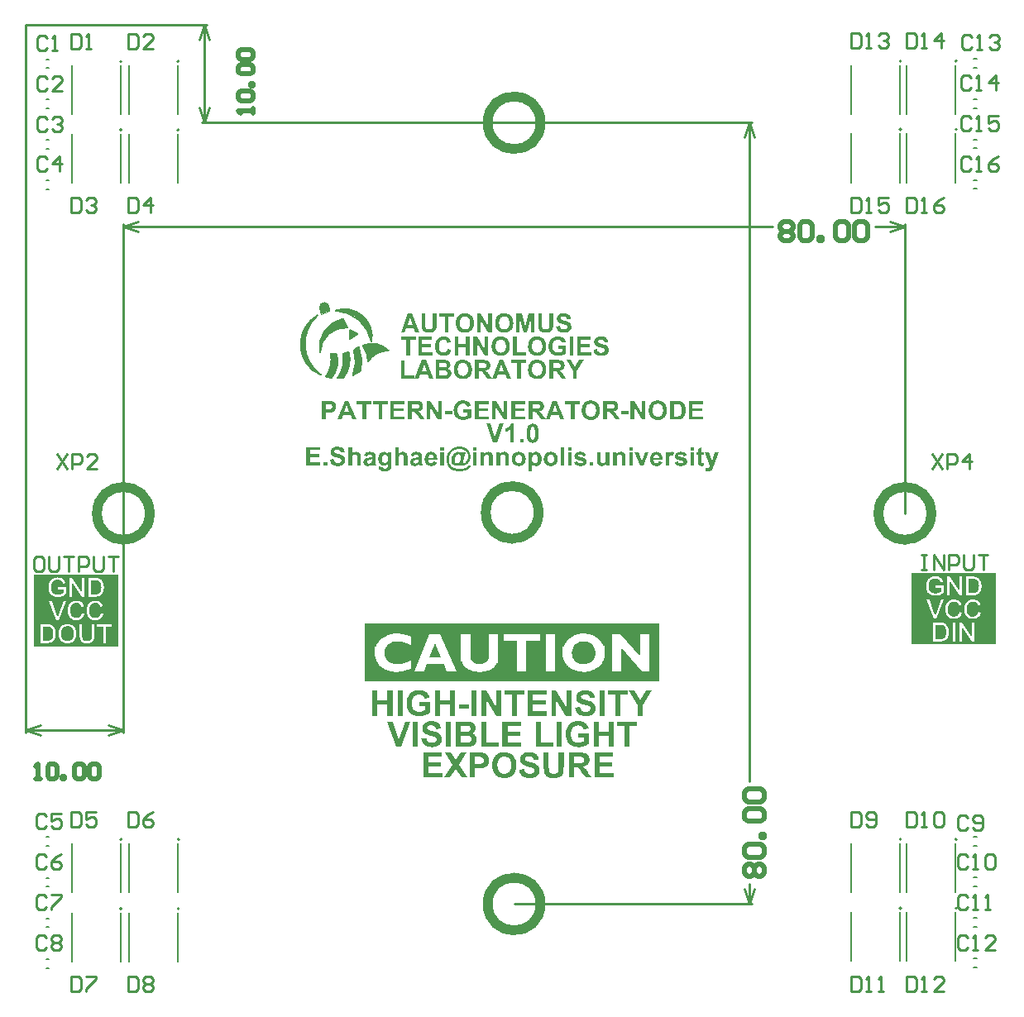
<source format=gto>
G04*
G04 #@! TF.GenerationSoftware,Altium Limited,Altium Designer,21.0.9 (235)*
G04*
G04 Layer_Color=65535*
%FSLAX44Y44*%
%MOMM*%
G71*
G04*
G04 #@! TF.SameCoordinates,6A93C8F3-5C18-4511-93CB-E3484D982C44*
G04*
G04*
G04 #@! TF.FilePolarity,Positive*
G04*
G01*
G75*
%ADD10C,1.0000*%
%ADD11C,0.1270*%
%ADD12C,0.0100*%
%ADD13C,0.2000*%
%ADD14C,0.2540*%
%ADD15C,0.5000*%
G36*
X308582Y715431D02*
X310094Y713980D01*
X310916Y712053D01*
Y711005D01*
X310916Y711003D01*
Y711004D01*
X310915Y710902D01*
X310876Y707071D01*
X310876Y707063D01*
X310871Y707047D01*
X310861Y707033D01*
X310848Y707023D01*
X310840Y707020D01*
X310840D01*
X302007Y704057D01*
X301996Y704053D01*
X301973Y704056D01*
X301952Y704068D01*
X301939Y704087D01*
X301937Y704098D01*
X300743Y710536D01*
X300732Y710533D01*
X300708Y710537D01*
X300688Y710551D01*
X300676Y710572D01*
X300675Y710584D01*
X300589Y711628D01*
X301249Y713616D01*
X302637Y715187D01*
X304529Y716087D01*
X306623Y716173D01*
X308582Y715431D01*
D02*
G37*
G36*
X310916Y710992D02*
X310916Y710966D01*
X310916Y710941D01*
X310915Y710915D01*
X310915Y710902D01*
Y710902D01*
X310916Y711003D01*
Y710992D01*
D02*
G37*
G36*
X329308Y709152D02*
X334134Y708191D01*
X338722Y706414D01*
X342936Y703872D01*
X346647Y700642D01*
X349747Y696820D01*
X352141Y692521D01*
X353759Y687874D01*
X354551Y683018D01*
X354495Y678098D01*
X354043Y675679D01*
X353563Y677818D01*
X352253Y681999D01*
X350492Y686011D01*
X348300Y689804D01*
X345704Y693334D01*
X342735Y696556D01*
X339430Y699433D01*
X335828Y701928D01*
X331974Y704011D01*
X327914Y705658D01*
X323697Y706849D01*
X319375Y707568D01*
X317191Y707748D01*
X317191Y707748D01*
X317191Y707748D01*
X317191D01*
X319524Y708530D01*
X324389Y709266D01*
X329308Y709152D01*
D02*
G37*
G36*
X325175Y698032D02*
X326076Y695688D01*
X327245Y693466D01*
X328665Y691396D01*
X329463Y690426D01*
X329463D01*
X329463D01*
D01*
X327697Y690470D01*
X324177Y690205D01*
X320722Y689478D01*
X317394Y688300D01*
X314251Y686693D01*
X311348Y684684D01*
X308736Y682309D01*
X306460Y679609D01*
X304562Y676633D01*
X303074Y673431D01*
X302022Y670061D01*
X301424Y666582D01*
X301300Y664820D01*
X301300Y664820D01*
X301300D01*
Y664820D01*
X300958Y666718D01*
X300771Y670570D01*
X301083Y674414D01*
X301890Y678185D01*
X303177Y681821D01*
X304924Y685259D01*
X307100Y688443D01*
X309670Y691319D01*
X312590Y693838D01*
X315811Y695959D01*
X319279Y697645D01*
X322937Y698869D01*
X324829Y699239D01*
X324829Y699239D01*
X325175Y698032D01*
D02*
G37*
G36*
X332111Y687876D02*
X332972Y687214D01*
X334789Y686024D01*
X336716Y685025D01*
X338735Y684225D01*
X339772Y683903D01*
X332111Y678315D01*
Y687876D01*
X332111Y687876D01*
X332111D01*
Y687876D01*
D02*
G37*
G36*
X340844Y670480D02*
X341996Y667533D01*
X343436Y661371D01*
X343979Y655066D01*
X343616Y648749D01*
X342985Y645649D01*
X342038Y645014D01*
X340080Y643846D01*
X338062Y642784D01*
X335991Y641831D01*
X334932Y641409D01*
X335554Y642945D01*
X336583Y646095D01*
X337316Y649326D01*
X337748Y652611D01*
X337874Y655922D01*
X337694Y659230D01*
X337209Y662508D01*
X336423Y665726D01*
X335919Y667305D01*
X335919Y667305D01*
X335919Y667305D01*
D01*
X336562Y667658D01*
X337826Y668401D01*
X339058Y669196D01*
X340257Y670040D01*
X340844Y670480D01*
Y670480D01*
D02*
G37*
G36*
X312131Y663658D02*
D01*
Y663658D01*
Y663658D01*
D02*
G37*
G36*
X357379Y673797D02*
X360898Y673111D01*
X364271Y671892D01*
X367415Y670169D01*
X370257Y667982D01*
X371493Y666683D01*
X369937Y666682D01*
X366842Y666374D01*
X363813Y665664D01*
X360904Y664562D01*
X358164Y663089D01*
X355640Y661270D01*
X353377Y659136D01*
X351413Y656724D01*
X350554Y655427D01*
X350554D01*
X350426Y657612D01*
X349686Y661923D01*
X348315Y666077D01*
X346343Y669982D01*
X345146Y671814D01*
Y671814D01*
X346779Y672554D01*
X350234Y673515D01*
X353795Y673932D01*
X357379Y673797D01*
D02*
G37*
G36*
X296865Y700917D02*
X293098Y696413D01*
X290048Y691394D01*
X287786Y685976D01*
X286361Y680279D01*
X285807Y674433D01*
X286135Y668570D01*
X287338Y662823D01*
X289390Y657321D01*
X292243Y652188D01*
X295833Y647542D01*
X300079Y643486D01*
X302419Y641709D01*
X301276Y642188D01*
X299048Y643277D01*
X296886Y644492D01*
X294799Y645830D01*
X293795Y646558D01*
X291665Y648339D01*
X288030Y652539D01*
X285116Y657267D01*
X282998Y662401D01*
X281731Y667809D01*
X281348Y673349D01*
X281857Y678880D01*
X283247Y684257D01*
X285481Y689341D01*
X288502Y694002D01*
X292231Y698118D01*
X296572Y701582D01*
X298992Y702944D01*
X298992D01*
X296865Y700917D01*
D02*
G37*
G36*
X312896Y663521D02*
X314435Y663298D01*
X315982Y663141D01*
X317535Y663051D01*
X318312Y663030D01*
X318752Y661476D01*
X319247Y658284D01*
X319351Y655056D01*
X319063Y651838D01*
X318386Y648680D01*
X317332Y645626D01*
X315915Y642723D01*
X314157Y640014D01*
X313120Y638776D01*
Y638775D01*
X312373Y638879D01*
X310887Y639139D01*
X309412Y639451D01*
X307948Y639815D01*
X307223Y640022D01*
Y640022D01*
X308136Y641287D01*
X309742Y643961D01*
X311039Y646798D01*
X312010Y649762D01*
X312644Y652816D01*
X312933Y655922D01*
X312873Y659041D01*
X312464Y662133D01*
X312131Y663658D01*
X312896Y663521D01*
D02*
G37*
G36*
X330944Y665106D02*
X330944D01*
X331310Y663417D01*
X331684Y659981D01*
X331697Y656524D01*
X331348Y653085D01*
X330642Y649701D01*
X329585Y646410D01*
X328189Y643248D01*
X326470Y640249D01*
X325458Y638847D01*
X324680Y638730D01*
X323114Y638552D01*
X321544Y638431D01*
X319970Y638369D01*
X319182Y638366D01*
X320146Y639720D01*
X321852Y642570D01*
X323249Y645584D01*
X324321Y648728D01*
X325056Y651968D01*
X325446Y655267D01*
X325486Y658589D01*
X325177Y661897D01*
X324892Y663534D01*
X325662Y663672D01*
X327192Y664000D01*
X328707Y664394D01*
X330203Y664853D01*
X330944Y665106D01*
X330944Y665106D01*
D02*
G37*
G36*
X94873Y414440D02*
Y390720D01*
Y364000D01*
X8539D01*
Y390720D01*
Y414440D01*
Y437318D01*
X94873D01*
Y414440D01*
D02*
G37*
G36*
X448227Y615672D02*
X448532Y615644D01*
X448893Y615616D01*
X449282Y615588D01*
X449698Y615505D01*
X450587Y615338D01*
X451503Y615061D01*
X451975Y614894D01*
X452419Y614700D01*
X452836Y614478D01*
X453224Y614200D01*
X453252Y614172D01*
X453307Y614145D01*
X453419Y614034D01*
X453557Y613923D01*
X453724Y613784D01*
X453890Y613589D01*
X454085Y613367D01*
X454307Y613117D01*
X454529Y612840D01*
X454751Y612534D01*
X454973Y612201D01*
X455168Y611813D01*
X455390Y611424D01*
X455556Y611007D01*
X455723Y610536D01*
X455834Y610064D01*
X451975Y609342D01*
Y609370D01*
X451947Y609397D01*
X451892Y609564D01*
X451781Y609814D01*
X451614Y610147D01*
X451420Y610508D01*
X451142Y610869D01*
X450809Y611230D01*
X450420Y611563D01*
X450365Y611590D01*
X450226Y611702D01*
X449976Y611840D01*
X449671Y611979D01*
X449254Y612146D01*
X448782Y612257D01*
X448255Y612368D01*
X447644Y612396D01*
X447394D01*
X447228Y612368D01*
X447005Y612340D01*
X446755Y612312D01*
X446478Y612257D01*
X446172Y612201D01*
X445534Y612007D01*
X445201Y611868D01*
X444868Y611702D01*
X444535Y611507D01*
X444201Y611313D01*
X443896Y611035D01*
X443591Y610758D01*
X443563Y610730D01*
X443535Y610674D01*
X443452Y610591D01*
X443369Y610452D01*
X443257Y610286D01*
X443119Y610091D01*
X442980Y609841D01*
X442869Y609564D01*
X442730Y609231D01*
X442591Y608870D01*
X442452Y608481D01*
X442341Y608065D01*
X442258Y607593D01*
X442175Y607065D01*
X442147Y606538D01*
X442119Y605955D01*
Y605927D01*
Y605816D01*
Y605622D01*
X442147Y605400D01*
X442175Y605094D01*
X442202Y604789D01*
X442258Y604400D01*
X442314Y604011D01*
X442480Y603178D01*
X442758Y602318D01*
X442924Y601902D01*
X443119Y601513D01*
X443369Y601124D01*
X443618Y600791D01*
X443646Y600763D01*
X443702Y600708D01*
X443785Y600624D01*
X443896Y600513D01*
X444063Y600402D01*
X444229Y600236D01*
X444451Y600097D01*
X444701Y599930D01*
X444979Y599764D01*
X445256Y599625D01*
X445950Y599347D01*
X446339Y599236D01*
X446728Y599153D01*
X447172Y599098D01*
X447616Y599070D01*
X447838D01*
X448060Y599098D01*
X448394Y599125D01*
X448754Y599181D01*
X449171Y599264D01*
X449615Y599375D01*
X450059Y599542D01*
X450087D01*
X450115Y599569D01*
X450254Y599625D01*
X450503Y599736D01*
X450781Y599875D01*
X451114Y600041D01*
X451475Y600236D01*
X451836Y600458D01*
X452169Y600708D01*
Y603178D01*
X447727D01*
Y606427D01*
X456084D01*
Y598709D01*
X456028Y598653D01*
X455945Y598598D01*
X455862Y598515D01*
X455723Y598403D01*
X455584Y598292D01*
X455195Y598015D01*
X454668Y597709D01*
X454057Y597349D01*
X453363Y596988D01*
X452530Y596654D01*
X452502D01*
X452419Y596627D01*
X452308Y596571D01*
X452141Y596516D01*
X451919Y596460D01*
X451670Y596377D01*
X451392Y596293D01*
X451086Y596210D01*
X450392Y596044D01*
X449587Y595905D01*
X448754Y595794D01*
X447866Y595766D01*
X447561D01*
X447366Y595794D01*
X447089D01*
X446783Y595821D01*
X446450Y595877D01*
X446062Y595933D01*
X445256Y596071D01*
X444368Y596293D01*
X443452Y596599D01*
X443035Y596793D01*
X442591Y597015D01*
X442564Y597043D01*
X442508Y597071D01*
X442369Y597154D01*
X442230Y597265D01*
X442036Y597376D01*
X441842Y597543D01*
X441592Y597737D01*
X441342Y597959D01*
X440787Y598459D01*
X440231Y599098D01*
X439704Y599819D01*
X439232Y600652D01*
Y600680D01*
X439176Y600763D01*
X439121Y600902D01*
X439065Y601069D01*
X438982Y601291D01*
X438871Y601541D01*
X438788Y601846D01*
X438677Y602179D01*
X438566Y602540D01*
X438482Y602956D01*
X438288Y603817D01*
X438177Y604761D01*
X438121Y605788D01*
Y605816D01*
Y605927D01*
Y606094D01*
X438149Y606288D01*
Y606566D01*
X438177Y606871D01*
X438232Y607204D01*
X438288Y607593D01*
X438427Y608398D01*
X438649Y609314D01*
X438954Y610230D01*
X439149Y610674D01*
X439371Y611119D01*
X439399Y611146D01*
X439426Y611230D01*
X439510Y611341D01*
X439593Y611507D01*
X439732Y611702D01*
X439898Y611924D01*
X440093Y612174D01*
X440287Y612451D01*
X440537Y612729D01*
X440814Y613034D01*
X441120Y613340D01*
X441453Y613645D01*
X441814Y613923D01*
X442175Y614228D01*
X443035Y614728D01*
X443063D01*
X443119Y614783D01*
X443230Y614811D01*
X443369Y614894D01*
X443563Y614950D01*
X443757Y615033D01*
X444035Y615116D01*
X444313Y615227D01*
X444618Y615311D01*
X444979Y615394D01*
X445367Y615477D01*
X445756Y615560D01*
X446645Y615672D01*
X447644Y615699D01*
X447977D01*
X448227Y615672D01*
D02*
G37*
G36*
X634511Y596127D02*
X630625D01*
X622823Y608787D01*
Y596127D01*
X619242D01*
Y615338D01*
X622990D01*
X630930Y602401D01*
Y615338D01*
X634511D01*
Y596127D01*
D02*
G37*
G36*
X492869Y596127D02*
X488982D01*
X481181Y608787D01*
Y596127D01*
X477599D01*
Y615338D01*
X481347D01*
X489287Y602401D01*
Y615338D01*
X492869D01*
Y596127D01*
D02*
G37*
G36*
X425767D02*
X421881D01*
X414079Y608787D01*
Y596127D01*
X410498D01*
Y615338D01*
X414246D01*
X422186Y602401D01*
Y615338D01*
X425767D01*
Y596127D01*
D02*
G37*
G36*
X617077Y601263D02*
X609831D01*
Y604955D01*
X617077D01*
Y601263D01*
D02*
G37*
G36*
X436650Y601263D02*
X429404D01*
Y604955D01*
X436650D01*
Y601263D01*
D02*
G37*
G36*
X693117Y612090D02*
X682762D01*
Y607843D01*
X692395D01*
Y604594D01*
X682762D01*
Y599375D01*
X693478D01*
Y596127D01*
X678875D01*
Y615338D01*
X693117D01*
Y612090D01*
D02*
G37*
G36*
X667382Y615311D02*
X667909Y615283D01*
X668492Y615255D01*
X669103Y615172D01*
X669686Y615089D01*
X670213Y614950D01*
X670241D01*
X670297Y614922D01*
X670380Y614894D01*
X670491Y614866D01*
X670824Y614728D01*
X671213Y614533D01*
X671657Y614283D01*
X672157Y613978D01*
X672629Y613617D01*
X673101Y613173D01*
X673129D01*
X673156Y613117D01*
X673295Y612951D01*
X673517Y612673D01*
X673767Y612312D01*
X674072Y611868D01*
X674378Y611341D01*
X674683Y610730D01*
X674933Y610064D01*
Y610036D01*
X674961Y609980D01*
X674989Y609869D01*
X675044Y609730D01*
X675072Y609564D01*
X675127Y609342D01*
X675183Y609092D01*
X675266Y608814D01*
X675322Y608509D01*
X675377Y608148D01*
X675433Y607787D01*
X675461Y607371D01*
X675544Y606510D01*
X675572Y605538D01*
Y605511D01*
Y605427D01*
Y605316D01*
Y605150D01*
X675544Y604928D01*
Y604706D01*
X675516Y604428D01*
X675488Y604123D01*
X675433Y603484D01*
X675322Y602818D01*
X675155Y602124D01*
X674961Y601457D01*
Y601430D01*
X674933Y601374D01*
X674877Y601263D01*
X674822Y601096D01*
X674766Y600930D01*
X674655Y600736D01*
X674433Y600236D01*
X674156Y599708D01*
X673795Y599125D01*
X673378Y598570D01*
X672906Y598043D01*
X672851Y597987D01*
X672712Y597876D01*
X672490Y597709D01*
X672185Y597487D01*
X671796Y597238D01*
X671352Y596988D01*
X670797Y596738D01*
X670186Y596516D01*
X670158D01*
X670130Y596488D01*
X670047D01*
X669964Y596460D01*
X669658Y596405D01*
X669270Y596321D01*
X668798Y596238D01*
X668215Y596183D01*
X667521Y596155D01*
X666771Y596127D01*
X659497D01*
Y615338D01*
X667160D01*
X667382Y615311D01*
D02*
G37*
G36*
X599836Y615311D02*
X600142D01*
X600447Y615283D01*
X600808D01*
X601530Y615200D01*
X602279Y615116D01*
X602973Y614977D01*
X603279Y614894D01*
X603557Y614811D01*
X603584D01*
X603612Y614783D01*
X603778Y614700D01*
X604028Y614561D01*
X604362Y614394D01*
X604723Y614117D01*
X605083Y613811D01*
X605444Y613423D01*
X605777Y612951D01*
Y612923D01*
X605805Y612895D01*
X605861Y612812D01*
X605916Y612729D01*
X606055Y612451D01*
X606222Y612090D01*
X606360Y611646D01*
X606499Y611146D01*
X606610Y610563D01*
X606638Y609953D01*
Y609925D01*
Y609869D01*
Y609730D01*
X606610Y609592D01*
Y609397D01*
X606582Y609203D01*
X606471Y608703D01*
X606333Y608120D01*
X606111Y607537D01*
X605777Y606926D01*
X605583Y606649D01*
X605361Y606371D01*
X605333Y606343D01*
X605305Y606316D01*
X605222Y606232D01*
X605111Y606149D01*
X605000Y606038D01*
X604833Y605899D01*
X604639Y605760D01*
X604417Y605622D01*
X604167Y605455D01*
X603862Y605316D01*
X603557Y605177D01*
X603223Y605039D01*
X602835Y604900D01*
X602446Y604789D01*
X602029Y604678D01*
X601558Y604594D01*
X601585D01*
X601613Y604567D01*
X601780Y604456D01*
X602002Y604317D01*
X602279Y604123D01*
X602612Y603873D01*
X602946Y603623D01*
X603307Y603317D01*
X603612Y602984D01*
X603640Y602957D01*
X603778Y602818D01*
X603945Y602595D01*
X604195Y602262D01*
X604528Y601846D01*
X604695Y601568D01*
X604889Y601291D01*
X605111Y600985D01*
X605333Y600652D01*
X605583Y600263D01*
X605833Y599875D01*
X608193Y596127D01*
X603529D01*
X600752Y600291D01*
X600725Y600319D01*
X600697Y600402D01*
X600614Y600513D01*
X600503Y600652D01*
X600392Y600819D01*
X600253Y601041D01*
X599947Y601485D01*
X599586Y601985D01*
X599253Y602429D01*
X598948Y602845D01*
X598809Y602984D01*
X598698Y603123D01*
X598670Y603151D01*
X598615Y603206D01*
X598504Y603317D01*
X598365Y603456D01*
X598171Y603567D01*
X597976Y603706D01*
X597754Y603817D01*
X597532Y603928D01*
X597504D01*
X597421Y603956D01*
X597282Y604011D01*
X597060Y604039D01*
X596782Y604095D01*
X596449Y604123D01*
X596061Y604150D01*
X594811D01*
Y596127D01*
X590925D01*
Y615338D01*
X599586D01*
X599836Y615311D01*
D02*
G37*
G36*
X567521Y612090D02*
X561858D01*
Y596127D01*
X557971D01*
Y612090D01*
X552280D01*
Y615338D01*
X567521D01*
Y612090D01*
D02*
G37*
G36*
X551558Y596127D02*
X547366D01*
X545700Y600486D01*
X537982D01*
X536400Y596127D01*
X532291D01*
X539731Y615338D01*
X543840D01*
X551558Y596127D01*
D02*
G37*
G36*
X523796Y615311D02*
X524101D01*
X524406Y615283D01*
X524767D01*
X525489Y615200D01*
X526239Y615116D01*
X526933Y614977D01*
X527238Y614894D01*
X527516Y614811D01*
X527543D01*
X527571Y614783D01*
X527738Y614700D01*
X527988Y614561D01*
X528321Y614394D01*
X528682Y614117D01*
X529043Y613811D01*
X529404Y613423D01*
X529737Y612951D01*
Y612923D01*
X529765Y612895D01*
X529820Y612812D01*
X529876Y612729D01*
X530014Y612451D01*
X530181Y612090D01*
X530320Y611646D01*
X530459Y611146D01*
X530570Y610563D01*
X530597Y609953D01*
Y609925D01*
Y609869D01*
Y609730D01*
X530570Y609592D01*
Y609397D01*
X530542Y609203D01*
X530431Y608703D01*
X530292Y608120D01*
X530070Y607537D01*
X529737Y606926D01*
X529542Y606649D01*
X529320Y606371D01*
X529293Y606343D01*
X529265Y606316D01*
X529182Y606232D01*
X529071Y606149D01*
X528959Y606038D01*
X528793Y605899D01*
X528599Y605760D01*
X528376Y605622D01*
X528127Y605455D01*
X527821Y605316D01*
X527516Y605177D01*
X527183Y605039D01*
X526794Y604900D01*
X526405Y604789D01*
X525989Y604678D01*
X525517Y604594D01*
X525545D01*
X525572Y604567D01*
X525739Y604456D01*
X525961Y604317D01*
X526239Y604123D01*
X526572Y603873D01*
X526905Y603623D01*
X527266Y603317D01*
X527571Y602984D01*
X527599Y602957D01*
X527738Y602818D01*
X527905Y602595D01*
X528154Y602262D01*
X528488Y601846D01*
X528654Y601568D01*
X528848Y601291D01*
X529071Y600985D01*
X529293Y600652D01*
X529542Y600263D01*
X529792Y599875D01*
X532152Y596127D01*
X527488D01*
X524712Y600291D01*
X524684Y600319D01*
X524656Y600402D01*
X524573Y600513D01*
X524462Y600652D01*
X524351Y600819D01*
X524212Y601041D01*
X523907Y601485D01*
X523546Y601985D01*
X523213Y602429D01*
X522907Y602845D01*
X522768Y602984D01*
X522657Y603123D01*
X522630Y603151D01*
X522574Y603206D01*
X522463Y603317D01*
X522324Y603456D01*
X522130Y603567D01*
X521936Y603706D01*
X521713Y603817D01*
X521491Y603928D01*
X521464D01*
X521380Y603956D01*
X521241Y604011D01*
X521019Y604039D01*
X520742Y604095D01*
X520409Y604123D01*
X520020Y604150D01*
X518771D01*
Y596127D01*
X514884D01*
Y615338D01*
X523546D01*
X523796Y615311D01*
D02*
G37*
G36*
X511219Y612090D02*
X500864Y612090D01*
Y607843D01*
X510498Y607843D01*
Y604594D01*
X500864Y604594D01*
Y599375D01*
X511580Y599375D01*
Y596127D01*
X496977Y596127D01*
Y615338D01*
X511219Y615338D01*
Y612090D01*
D02*
G37*
G36*
X473935Y612090D02*
X463579D01*
Y607843D01*
X473213D01*
Y604594D01*
X463579D01*
Y599375D01*
X474296D01*
Y596127D01*
X459693D01*
Y615338D01*
X473935D01*
Y612090D01*
D02*
G37*
G36*
X400032Y615311D02*
X400337D01*
X400643Y615283D01*
X401003D01*
X401725Y615200D01*
X402475Y615116D01*
X403169Y614977D01*
X403474Y614894D01*
X403752Y614811D01*
X403780D01*
X403807Y614783D01*
X403974Y614700D01*
X404224Y614561D01*
X404557Y614394D01*
X404918Y614117D01*
X405279Y613811D01*
X405640Y613423D01*
X405973Y612951D01*
Y612923D01*
X406001Y612895D01*
X406056Y612812D01*
X406112Y612729D01*
X406250Y612451D01*
X406417Y612090D01*
X406556Y611646D01*
X406695Y611146D01*
X406806Y610563D01*
X406833Y609953D01*
Y609925D01*
Y609869D01*
Y609730D01*
X406806Y609592D01*
Y609397D01*
X406778Y609203D01*
X406667Y608703D01*
X406528Y608120D01*
X406306Y607537D01*
X405973Y606926D01*
X405779Y606649D01*
X405556Y606371D01*
X405529Y606343D01*
X405501Y606316D01*
X405418Y606232D01*
X405307Y606149D01*
X405196Y606038D01*
X405029Y605899D01*
X404835Y605760D01*
X404613Y605622D01*
X404363Y605455D01*
X404057Y605316D01*
X403752Y605177D01*
X403419Y605039D01*
X403030Y604900D01*
X402641Y604789D01*
X402225Y604678D01*
X401753Y604594D01*
X401781D01*
X401809Y604567D01*
X401975Y604456D01*
X402197Y604317D01*
X402475Y604122D01*
X402808Y603873D01*
X403141Y603623D01*
X403502Y603317D01*
X403807Y602984D01*
X403835Y602956D01*
X403974Y602818D01*
X404141Y602595D01*
X404390Y602262D01*
X404724Y601846D01*
X404890Y601568D01*
X405084Y601291D01*
X405307Y600985D01*
X405529Y600652D01*
X405779Y600263D01*
X406028Y599875D01*
X408388Y596127D01*
X403724D01*
X400948Y600291D01*
X400920Y600319D01*
X400892Y600402D01*
X400809Y600513D01*
X400698Y600652D01*
X400587Y600819D01*
X400448Y601041D01*
X400143Y601485D01*
X399782Y601985D01*
X399449Y602429D01*
X399143Y602845D01*
X399005Y602984D01*
X398894Y603123D01*
X398866Y603151D01*
X398810Y603206D01*
X398699Y603317D01*
X398560Y603456D01*
X398366Y603567D01*
X398172Y603706D01*
X397950Y603817D01*
X397728Y603928D01*
X397700D01*
X397617Y603956D01*
X397478Y604011D01*
X397256Y604039D01*
X396978Y604095D01*
X396645Y604122D01*
X396256Y604150D01*
X395007D01*
Y596127D01*
X391120D01*
Y615338D01*
X399782D01*
X400032Y615311D01*
D02*
G37*
G36*
X387455Y612090D02*
X377100D01*
Y607843D01*
X386734D01*
Y604594D01*
X377100D01*
Y599375D01*
X387816D01*
Y596127D01*
X373214D01*
Y615338D01*
X387455D01*
Y612090D01*
D02*
G37*
G36*
X370687D02*
X365024D01*
Y596127D01*
X361137D01*
Y612090D01*
X355446Y612090D01*
Y615338D01*
X370687Y615338D01*
Y612090D01*
D02*
G37*
G36*
X354280Y612090D02*
X348616D01*
Y596127D01*
X344729D01*
Y612090D01*
X339038D01*
Y615338D01*
X354280D01*
Y612090D01*
D02*
G37*
G36*
X338316Y596127D02*
X334124D01*
X332459Y600486D01*
X324741D01*
X323158Y596127D01*
X319049D01*
X326490Y615338D01*
X330598D01*
X338316Y596127D01*
D02*
G37*
G36*
X310499Y615311D02*
X311220D01*
X311998Y615255D01*
X312775Y615200D01*
X313108Y615172D01*
X313442Y615144D01*
X313719Y615089D01*
X313941Y615033D01*
X313969D01*
X314025Y615005D01*
X314108Y614977D01*
X314219Y614950D01*
X314524Y614811D01*
X314913Y614644D01*
X315329Y614394D01*
X315801Y614061D01*
X316245Y613645D01*
X316690Y613145D01*
Y613117D01*
X316745Y613090D01*
X316801Y613006D01*
X316856Y612895D01*
X316967Y612729D01*
X317050Y612562D01*
X317162Y612368D01*
X317273Y612146D01*
X317467Y611590D01*
X317661Y610980D01*
X317772Y610230D01*
X317828Y609425D01*
Y609397D01*
Y609342D01*
Y609258D01*
Y609120D01*
X317800Y608981D01*
Y608787D01*
X317745Y608398D01*
X317661Y607926D01*
X317550Y607398D01*
X317384Y606899D01*
X317162Y606427D01*
X317134Y606371D01*
X317050Y606232D01*
X316912Y606010D01*
X316717Y605733D01*
X316495Y605455D01*
X316190Y605122D01*
X315884Y604817D01*
X315524Y604539D01*
X315468Y604511D01*
X315357Y604428D01*
X315163Y604317D01*
X314913Y604178D01*
X314608Y604011D01*
X314274Y603873D01*
X313913Y603734D01*
X313525Y603623D01*
X313469D01*
X313386Y603595D01*
X313275D01*
X313136Y603567D01*
X312942Y603539D01*
X312747Y603512D01*
X312498D01*
X312248Y603484D01*
X311942Y603456D01*
X311609Y603428D01*
X311248Y603401D01*
X310860D01*
X310443Y603373D01*
X307001D01*
Y596127D01*
X303114D01*
Y615338D01*
X310193D01*
X310499Y615311D01*
D02*
G37*
G36*
X647504Y615672D02*
X647782D01*
X648142Y615616D01*
X648559Y615560D01*
X649031Y615477D01*
X649531Y615366D01*
X650058Y615227D01*
X650613Y615061D01*
X651169Y614839D01*
X651752Y614589D01*
X652307Y614283D01*
X652862Y613923D01*
X653390Y613506D01*
X653889Y613034D01*
X653917Y613006D01*
X654000Y612923D01*
X654139Y612757D01*
X654278Y612562D01*
X654472Y612285D01*
X654694Y611951D01*
X654917Y611563D01*
X655166Y611119D01*
X655416Y610647D01*
X655638Y610091D01*
X655860Y609481D01*
X656055Y608842D01*
X656221Y608120D01*
X656332Y607371D01*
X656416Y606566D01*
X656443Y605705D01*
Y605649D01*
Y605511D01*
X656416Y605261D01*
Y604928D01*
X656360Y604539D01*
X656305Y604095D01*
X656221Y603567D01*
X656138Y603040D01*
X655999Y602457D01*
X655833Y601846D01*
X655611Y601235D01*
X655361Y600625D01*
X655083Y600041D01*
X654722Y599458D01*
X654333Y598903D01*
X653889Y598376D01*
X653862Y598348D01*
X653778Y598265D01*
X653640Y598126D01*
X653417Y597959D01*
X653167Y597765D01*
X652862Y597543D01*
X652501Y597321D01*
X652113Y597071D01*
X651641Y596821D01*
X651141Y596599D01*
X650586Y596377D01*
X649975Y596183D01*
X649336Y596016D01*
X648642Y595877D01*
X647920Y595794D01*
X647143Y595766D01*
X646949D01*
X646727Y595794D01*
X646449Y595822D01*
X646088Y595849D01*
X645672Y595905D01*
X645200Y595988D01*
X644700Y596099D01*
X644145Y596238D01*
X643617Y596405D01*
X643034Y596627D01*
X642479Y596876D01*
X641896Y597154D01*
X641369Y597515D01*
X640841Y597904D01*
X640341Y598376D01*
X640314Y598404D01*
X640230Y598487D01*
X640119Y598653D01*
X639953Y598848D01*
X639758Y599125D01*
X639536Y599458D01*
X639314Y599819D01*
X639092Y600263D01*
X638842Y600736D01*
X638620Y601291D01*
X638398Y601874D01*
X638204Y602512D01*
X638037Y603206D01*
X637926Y603956D01*
X637843Y604761D01*
X637815Y605594D01*
Y605622D01*
Y605733D01*
Y605872D01*
X637843Y606094D01*
Y606343D01*
X637870Y606621D01*
X637898Y606954D01*
X637926Y607315D01*
X638037Y608092D01*
X638176Y608925D01*
X638398Y609758D01*
X638676Y610536D01*
Y610563D01*
X638703Y610591D01*
X638759Y610674D01*
X638787Y610785D01*
X638953Y611063D01*
X639148Y611424D01*
X639398Y611840D01*
X639703Y612257D01*
X640064Y612729D01*
X640452Y613173D01*
X640480Y613201D01*
X640508Y613228D01*
X640647Y613367D01*
X640897Y613589D01*
X641202Y613839D01*
X641563Y614117D01*
X641979Y614422D01*
X642451Y614700D01*
X642951Y614922D01*
X642979D01*
X643034Y614950D01*
X643145Y615005D01*
X643284Y615033D01*
X643451Y615116D01*
X643645Y615172D01*
X643895Y615227D01*
X644145Y615311D01*
X644756Y615449D01*
X645450Y615588D01*
X646255Y615672D01*
X647088Y615699D01*
X647282D01*
X647504Y615672D01*
D02*
G37*
G36*
X578931D02*
X579209D01*
X579570Y615616D01*
X579986Y615560D01*
X580458Y615477D01*
X580958Y615366D01*
X581485Y615227D01*
X582041Y615061D01*
X582596Y614839D01*
X583179Y614589D01*
X583734Y614283D01*
X584290Y613923D01*
X584817Y613506D01*
X585317Y613034D01*
X585344Y613006D01*
X585428Y612923D01*
X585566Y612757D01*
X585705Y612562D01*
X585900Y612285D01*
X586122Y611951D01*
X586344Y611563D01*
X586594Y611119D01*
X586844Y610647D01*
X587066Y610091D01*
X587288Y609481D01*
X587482Y608842D01*
X587649Y608120D01*
X587760Y607371D01*
X587843Y606566D01*
X587871Y605705D01*
Y605649D01*
Y605511D01*
X587843Y605261D01*
Y604928D01*
X587788Y604539D01*
X587732Y604095D01*
X587649Y603567D01*
X587565Y603040D01*
X587427Y602457D01*
X587260Y601846D01*
X587038Y601235D01*
X586788Y600624D01*
X586511Y600041D01*
X586150Y599458D01*
X585761Y598903D01*
X585317Y598376D01*
X585289Y598348D01*
X585206Y598265D01*
X585067Y598126D01*
X584845Y597959D01*
X584595Y597765D01*
X584290Y597543D01*
X583929Y597321D01*
X583540Y597071D01*
X583068Y596821D01*
X582568Y596599D01*
X582013Y596377D01*
X581402Y596183D01*
X580764Y596016D01*
X580070Y595877D01*
X579348Y595794D01*
X578571Y595766D01*
X578376D01*
X578154Y595794D01*
X577876Y595822D01*
X577515Y595849D01*
X577099Y595905D01*
X576627Y595988D01*
X576127Y596099D01*
X575572Y596238D01*
X575045Y596405D01*
X574462Y596627D01*
X573906Y596876D01*
X573323Y597154D01*
X572796Y597515D01*
X572268Y597904D01*
X571769Y598376D01*
X571741Y598404D01*
X571658Y598487D01*
X571547Y598653D01*
X571380Y598848D01*
X571186Y599125D01*
X570964Y599458D01*
X570742Y599819D01*
X570519Y600263D01*
X570270Y600736D01*
X570047Y601291D01*
X569825Y601874D01*
X569631Y602512D01*
X569464Y603206D01*
X569353Y603956D01*
X569270Y604761D01*
X569242Y605594D01*
Y605622D01*
Y605733D01*
Y605872D01*
X569270Y606094D01*
Y606343D01*
X569298Y606621D01*
X569326Y606954D01*
X569353Y607315D01*
X569464Y608092D01*
X569603Y608925D01*
X569825Y609758D01*
X570103Y610536D01*
Y610563D01*
X570131Y610591D01*
X570186Y610674D01*
X570214Y610785D01*
X570381Y611063D01*
X570575Y611424D01*
X570825Y611840D01*
X571130Y612257D01*
X571491Y612729D01*
X571880Y613173D01*
X571908Y613201D01*
X571935Y613228D01*
X572074Y613367D01*
X572324Y613589D01*
X572629Y613839D01*
X572990Y614117D01*
X573407Y614422D01*
X573879Y614700D01*
X574378Y614922D01*
X574406D01*
X574462Y614950D01*
X574573Y615005D01*
X574711Y615033D01*
X574878Y615116D01*
X575072Y615172D01*
X575322Y615227D01*
X575572Y615311D01*
X576183Y615449D01*
X576877Y615588D01*
X577682Y615672D01*
X578515Y615699D01*
X578709D01*
X578931Y615672D01*
D02*
G37*
G36*
X482416Y572601D02*
X478224D01*
X471339Y591813D01*
X475531D01*
X480417Y577598D01*
X485109Y591813D01*
X489246D01*
X482416Y572601D01*
D02*
G37*
G36*
X509790Y572601D02*
X506097D01*
Y576294D01*
X509790D01*
Y572601D01*
D02*
G37*
G36*
X499795Y572601D02*
X496103D01*
Y586510D01*
X496075Y586482D01*
X496020Y586427D01*
X495909Y586343D01*
X495742Y586205D01*
X495548Y586038D01*
X495326Y585872D01*
X495048Y585677D01*
X494743Y585455D01*
X494409Y585233D01*
X494048Y585011D01*
X493660Y584761D01*
X493243Y584539D01*
X492355Y584123D01*
X491356Y583734D01*
Y587065D01*
X491383D01*
X491411Y587093D01*
X491494Y587121D01*
X491605Y587149D01*
X491883Y587287D01*
X492272Y587454D01*
X492744Y587676D01*
X493271Y587981D01*
X493854Y588370D01*
X494465Y588814D01*
X494493Y588842D01*
X494548Y588870D01*
X494631Y588953D01*
X494743Y589064D01*
X495048Y589342D01*
X495381Y589703D01*
X495770Y590147D01*
X496158Y590702D01*
X496519Y591285D01*
X496797Y591924D01*
X499795D01*
Y572601D01*
D02*
G37*
G36*
X519479Y591896D02*
X519701Y591868D01*
X519978Y591813D01*
X520256Y591757D01*
X520589Y591674D01*
X520950Y591563D01*
X521283Y591424D01*
X521644Y591285D01*
X522005Y591091D01*
X522366Y590841D01*
X522727Y590591D01*
X523060Y590286D01*
X523365Y589925D01*
X523393Y589897D01*
X523449Y589814D01*
X523532Y589675D01*
X523671Y589481D01*
X523810Y589203D01*
X523976Y588870D01*
X524143Y588509D01*
X524309Y588037D01*
X524476Y587537D01*
X524670Y586954D01*
X524809Y586316D01*
X524948Y585594D01*
X525087Y584817D01*
X525170Y583984D01*
X525225Y583068D01*
X525253Y582068D01*
Y582040D01*
Y582013D01*
Y581929D01*
Y581818D01*
Y581541D01*
X525225Y581180D01*
X525198Y580736D01*
X525142Y580208D01*
X525087Y579653D01*
X525031Y579042D01*
X524920Y578404D01*
X524781Y577737D01*
X524642Y577099D01*
X524448Y576460D01*
X524254Y575822D01*
X523976Y575239D01*
X523699Y574683D01*
X523365Y574212D01*
X523338Y574184D01*
X523282Y574128D01*
X523199Y574017D01*
X523088Y573906D01*
X522921Y573767D01*
X522727Y573601D01*
X522477Y573406D01*
X522227Y573240D01*
X521922Y573046D01*
X521616Y572851D01*
X521255Y572685D01*
X520867Y572546D01*
X520450Y572435D01*
X519978Y572324D01*
X519506Y572268D01*
X519007Y572240D01*
X518896D01*
X518729Y572268D01*
X518535D01*
X518313Y572296D01*
X518035Y572351D01*
X517730Y572407D01*
X517397Y572518D01*
X517035Y572629D01*
X516675Y572768D01*
X516286Y572934D01*
X515925Y573157D01*
X515536Y573379D01*
X515176Y573684D01*
X514815Y573989D01*
X514481Y574378D01*
X514454Y574406D01*
X514398Y574489D01*
X514315Y574628D01*
X514232Y574795D01*
X514093Y575044D01*
X513954Y575350D01*
X513787Y575738D01*
X513649Y576155D01*
X513482Y576655D01*
X513315Y577210D01*
X513177Y577848D01*
X513065Y578542D01*
X512954Y579320D01*
X512871Y580180D01*
X512816Y581096D01*
X512788Y582096D01*
Y582124D01*
Y582151D01*
Y582235D01*
Y582346D01*
Y582623D01*
X512816Y582984D01*
X512843Y583428D01*
X512899Y583956D01*
X512954Y584511D01*
X513010Y585122D01*
X513121Y585761D01*
X513232Y586399D01*
X513399Y587065D01*
X513565Y587704D01*
X513787Y588315D01*
X514037Y588898D01*
X514315Y589453D01*
X514648Y589925D01*
X514676Y589953D01*
X514731Y590008D01*
X514815Y590119D01*
X514953Y590230D01*
X515092Y590397D01*
X515286Y590563D01*
X515536Y590730D01*
X515786Y590924D01*
X516092Y591119D01*
X516397Y591285D01*
X516758Y591452D01*
X517147Y591618D01*
X517563Y591729D01*
X518035Y591841D01*
X518507Y591896D01*
X519007Y591924D01*
X519284D01*
X519479Y591896D01*
D02*
G37*
G36*
X684136Y564622D02*
X680444D01*
Y568037D01*
X684136D01*
Y564622D01*
D02*
G37*
G36*
X621421Y564622D02*
X617729D01*
Y568037D01*
X621421D01*
Y564622D01*
D02*
G37*
G36*
X558734D02*
X555042D01*
Y568037D01*
X558734D01*
Y564622D01*
D02*
G37*
G36*
X461761Y564622D02*
X458069D01*
Y568037D01*
X461761D01*
Y564622D01*
D02*
G37*
G36*
X428113D02*
X424421D01*
Y568037D01*
X428113D01*
Y564622D01*
D02*
G37*
G36*
X319813Y568370D02*
X320118Y568343D01*
X320479Y568315D01*
X320840Y568259D01*
X321256Y568204D01*
X322145Y568009D01*
X322589Y567870D01*
X323033Y567732D01*
X323478Y567537D01*
X323894Y567315D01*
X324283Y567065D01*
X324644Y566788D01*
X324671Y566760D01*
X324727Y566704D01*
X324810Y566621D01*
X324921Y566510D01*
X325060Y566344D01*
X325227Y566149D01*
X325393Y565927D01*
X325587Y565677D01*
X325754Y565372D01*
X325921Y565067D01*
X326087Y564706D01*
X326226Y564317D01*
X326365Y563928D01*
X326476Y563484D01*
X326559Y563040D01*
X326587Y562540D01*
X322700Y562401D01*
Y562429D01*
Y562457D01*
X322645Y562651D01*
X322589Y562901D01*
X322478Y563206D01*
X322339Y563567D01*
X322145Y563900D01*
X321895Y564234D01*
X321617Y564511D01*
X321590Y564539D01*
X321479Y564622D01*
X321284Y564733D01*
X321007Y564845D01*
X320673Y564955D01*
X320257Y565067D01*
X319757Y565150D01*
X319174Y565178D01*
X318897D01*
X318591Y565150D01*
X318230Y565094D01*
X317814Y565011D01*
X317370Y564872D01*
X316953Y564706D01*
X316565Y564456D01*
X316537Y564428D01*
X316481Y564372D01*
X316370Y564289D01*
X316259Y564150D01*
X316148Y563984D01*
X316037Y563762D01*
X315982Y563540D01*
X315954Y563262D01*
Y563234D01*
Y563151D01*
X315982Y563012D01*
X316037Y562873D01*
X316093Y562679D01*
X316176Y562485D01*
X316315Y562290D01*
X316509Y562096D01*
X316537Y562068D01*
X316676Y561985D01*
X316759Y561929D01*
X316898Y561874D01*
X317037Y561791D01*
X317231Y561707D01*
X317453Y561624D01*
X317703Y561513D01*
X318008Y561402D01*
X318314Y561291D01*
X318702Y561180D01*
X319119Y561069D01*
X319563Y560958D01*
X320063Y560819D01*
X320090D01*
X320201Y560791D01*
X320340Y560763D01*
X320535Y560708D01*
X320757Y560652D01*
X321034Y560569D01*
X321340Y560486D01*
X321645Y560402D01*
X322312Y560180D01*
X323005Y559958D01*
X323672Y559709D01*
X323949Y559570D01*
X324227Y559431D01*
X324255D01*
X324283Y559403D01*
X324449Y559292D01*
X324699Y559126D01*
X325004Y558903D01*
X325338Y558626D01*
X325699Y558293D01*
X326059Y557904D01*
X326365Y557460D01*
X326393Y557404D01*
X326476Y557238D01*
X326615Y556988D01*
X326753Y556627D01*
X326892Y556183D01*
X327031Y555655D01*
X327114Y555072D01*
X327142Y554406D01*
Y554378D01*
Y554323D01*
Y554239D01*
Y554128D01*
X327114Y553989D01*
X327087Y553795D01*
X327031Y553406D01*
X326920Y552907D01*
X326753Y552379D01*
X326504Y551852D01*
X326198Y551297D01*
Y551269D01*
X326143Y551241D01*
X326032Y551074D01*
X325810Y550797D01*
X325532Y550491D01*
X325171Y550131D01*
X324699Y549797D01*
X324199Y549464D01*
X323588Y549159D01*
X323561D01*
X323505Y549131D01*
X323422Y549103D01*
X323283Y549048D01*
X323117Y548992D01*
X322922Y548937D01*
X322700Y548881D01*
X322450Y548826D01*
X322145Y548742D01*
X321839Y548687D01*
X321118Y548576D01*
X320313Y548493D01*
X319424Y548465D01*
X319063D01*
X318813Y548493D01*
X318508Y548520D01*
X318175Y548548D01*
X317786Y548604D01*
X317370Y548687D01*
X316454Y548881D01*
X315982Y549020D01*
X315537Y549159D01*
X315065Y549353D01*
X314621Y549575D01*
X314205Y549825D01*
X313816Y550131D01*
X313789Y550158D01*
X313733Y550214D01*
X313622Y550297D01*
X313511Y550436D01*
X313344Y550630D01*
X313178Y550852D01*
X312983Y551102D01*
X312789Y551380D01*
X312595Y551713D01*
X312400Y552074D01*
X312206Y552490D01*
X312012Y552934D01*
X311873Y553406D01*
X311706Y553934D01*
X311595Y554489D01*
X311512Y555072D01*
X315288Y555433D01*
Y555405D01*
X315315Y555350D01*
Y555239D01*
X315343Y555128D01*
X315454Y554795D01*
X315593Y554378D01*
X315760Y553906D01*
X316010Y553434D01*
X316287Y553018D01*
X316648Y552629D01*
X316703Y552601D01*
X316842Y552490D01*
X317064Y552351D01*
X317398Y552185D01*
X317814Y552018D01*
X318286Y551880D01*
X318841Y551768D01*
X319480Y551741D01*
X319785D01*
X320118Y551796D01*
X320535Y551852D01*
X320979Y551935D01*
X321451Y552074D01*
X321895Y552268D01*
X322284Y552518D01*
X322339Y552546D01*
X322450Y552657D01*
X322589Y552823D01*
X322783Y553046D01*
X322950Y553323D01*
X323117Y553656D01*
X323228Y553989D01*
X323255Y554378D01*
Y554406D01*
Y554489D01*
X323228Y554628D01*
X323200Y554795D01*
X323144Y554961D01*
X323089Y555155D01*
X322978Y555350D01*
X322839Y555544D01*
X322811Y555572D01*
X322756Y555627D01*
X322672Y555711D01*
X322534Y555822D01*
X322339Y555961D01*
X322089Y556099D01*
X321812Y556238D01*
X321451Y556377D01*
X321423D01*
X321312Y556432D01*
X321118Y556488D01*
X320979Y556544D01*
X320812Y556571D01*
X320618Y556627D01*
X320396Y556710D01*
X320146Y556766D01*
X319868Y556849D01*
X319535Y556932D01*
X319174Y557015D01*
X318786Y557127D01*
X318342Y557238D01*
X318314D01*
X318203Y557265D01*
X318036Y557321D01*
X317842Y557376D01*
X317592Y557460D01*
X317286Y557543D01*
X316981Y557654D01*
X316620Y557765D01*
X315898Y558043D01*
X315204Y558376D01*
X314843Y558542D01*
X314538Y558737D01*
X314233Y558931D01*
X313983Y559126D01*
X313955Y559153D01*
X313899Y559209D01*
X313816Y559292D01*
X313705Y559403D01*
X313566Y559570D01*
X313428Y559764D01*
X313261Y559958D01*
X313122Y560208D01*
X312789Y560791D01*
X312511Y561457D01*
X312400Y561818D01*
X312317Y562179D01*
X312262Y562596D01*
X312234Y563012D01*
Y563040D01*
Y563068D01*
Y563151D01*
Y563262D01*
X312289Y563540D01*
X312345Y563900D01*
X312428Y564317D01*
X312567Y564789D01*
X312761Y565289D01*
X313039Y565761D01*
Y565788D01*
X313067Y565816D01*
X313206Y565983D01*
X313372Y566205D01*
X313650Y566482D01*
X313983Y566788D01*
X314399Y567121D01*
X314871Y567426D01*
X315426Y567704D01*
X315454D01*
X315510Y567732D01*
X315593Y567760D01*
X315704Y567815D01*
X315871Y567870D01*
X316037Y567926D01*
X316259Y567982D01*
X316509Y568065D01*
X317064Y568176D01*
X317703Y568287D01*
X318425Y568370D01*
X319230Y568398D01*
X319563D01*
X319813Y568370D01*
D02*
G37*
G36*
X661954Y563040D02*
X662260Y562985D01*
X662648Y562901D01*
X663065Y562762D01*
X663481Y562596D01*
X663925Y562346D01*
X662759Y559153D01*
X662732Y559181D01*
X662593Y559237D01*
X662426Y559348D01*
X662204Y559459D01*
X661926Y559570D01*
X661649Y559681D01*
X661344Y559736D01*
X661038Y559764D01*
X660927D01*
X660760Y559736D01*
X660594Y559709D01*
X660399Y559653D01*
X660177Y559570D01*
X659955Y559459D01*
X659733Y559320D01*
X659706Y559292D01*
X659650Y559237D01*
X659539Y559126D01*
X659428Y558959D01*
X659289Y558765D01*
X659150Y558487D01*
X659011Y558154D01*
X658900Y557765D01*
Y557710D01*
X658873Y557626D01*
X658845Y557543D01*
Y557404D01*
X658817Y557238D01*
X658789Y557016D01*
X658762Y556766D01*
X658734Y556488D01*
X658706Y556127D01*
X658678Y555766D01*
Y555322D01*
X658651Y554850D01*
X658623Y554323D01*
Y553740D01*
Y553101D01*
Y548826D01*
X654930D01*
Y562762D01*
X658345D01*
Y560791D01*
X658373Y560819D01*
X658484Y560986D01*
X658651Y561236D01*
X658873Y561541D01*
X659095Y561846D01*
X659372Y562152D01*
X659622Y562429D01*
X659900Y562624D01*
X659928Y562651D01*
X660011Y562707D01*
X660177Y562762D01*
X660372Y562846D01*
X660594Y562929D01*
X660872Y563012D01*
X661149Y563040D01*
X661482Y563068D01*
X661704D01*
X661954Y563040D01*
D02*
G37*
G36*
X609734Y563040D02*
X610039Y563012D01*
X610372Y562957D01*
X610733Y562873D01*
X611122Y562762D01*
X611510Y562623D01*
X611566Y562596D01*
X611677Y562540D01*
X611871Y562457D01*
X612093Y562318D01*
X612343Y562152D01*
X612593Y561957D01*
X612843Y561735D01*
X613065Y561485D01*
X613093Y561457D01*
X613148Y561374D01*
X613232Y561235D01*
X613343Y561041D01*
X613481Y560819D01*
X613592Y560541D01*
X613703Y560264D01*
X613787Y559931D01*
Y559903D01*
X613815Y559764D01*
X613870Y559570D01*
X613898Y559292D01*
X613953Y558959D01*
X613981Y558515D01*
X614009Y558043D01*
Y557460D01*
Y548826D01*
X610317D01*
Y555905D01*
Y555933D01*
Y556016D01*
Y556127D01*
Y556266D01*
Y556460D01*
Y556655D01*
X610289Y557127D01*
X610261Y557599D01*
X610205Y558098D01*
X610150Y558515D01*
X610122Y558681D01*
X610067Y558820D01*
Y558848D01*
X610011Y558931D01*
X609956Y559042D01*
X609872Y559209D01*
X609622Y559542D01*
X609484Y559709D01*
X609289Y559847D01*
X609262Y559875D01*
X609206Y559903D01*
X609095Y559958D01*
X608928Y560042D01*
X608734Y560125D01*
X608540Y560181D01*
X608290Y560208D01*
X608012Y560236D01*
X607846D01*
X607679Y560208D01*
X607457Y560181D01*
X607179Y560097D01*
X606902Y560014D01*
X606596Y559875D01*
X606291Y559709D01*
X606263Y559681D01*
X606180Y559625D01*
X606041Y559486D01*
X605875Y559348D01*
X605708Y559126D01*
X605541Y558903D01*
X605375Y558598D01*
X605264Y558293D01*
Y558265D01*
X605208Y558126D01*
X605181Y557904D01*
X605125Y557571D01*
X605097Y557377D01*
X605070Y557127D01*
X605042Y556877D01*
Y556571D01*
X605014Y556266D01*
X604986Y555905D01*
Y555516D01*
Y555100D01*
Y548826D01*
X601294D01*
Y562762D01*
X604709D01*
Y560708D01*
X604736Y560736D01*
X604792Y560819D01*
X604903Y560930D01*
X605042Y561069D01*
X605208Y561263D01*
X605430Y561457D01*
X605680Y561680D01*
X605958Y561902D01*
X606263Y562096D01*
X606624Y562318D01*
X606985Y562513D01*
X607402Y562707D01*
X607846Y562846D01*
X608290Y562957D01*
X608790Y563040D01*
X609289Y563068D01*
X609484D01*
X609734Y563040D01*
D02*
G37*
G36*
X522866D02*
X523060Y563012D01*
X523310Y562957D01*
X523587Y562901D01*
X523865Y562818D01*
X524198Y562735D01*
X524504Y562596D01*
X524865Y562457D01*
X525198Y562263D01*
X525559Y562040D01*
X525892Y561791D01*
X526225Y561485D01*
X526558Y561152D01*
X526586Y561124D01*
X526641Y561069D01*
X526725Y560958D01*
X526836Y560791D01*
X526947Y560625D01*
X527085Y560375D01*
X527252Y560097D01*
X527419Y559792D01*
X527557Y559431D01*
X527724Y559042D01*
X527863Y558598D01*
X528002Y558126D01*
X528085Y557599D01*
X528168Y557071D01*
X528224Y556460D01*
X528251Y555850D01*
Y555822D01*
Y555711D01*
Y555516D01*
X528224Y555267D01*
X528196Y554989D01*
X528168Y554656D01*
X528113Y554267D01*
X528029Y553878D01*
X527835Y552990D01*
X527696Y552546D01*
X527530Y552102D01*
X527335Y551657D01*
X527085Y551241D01*
X526836Y550825D01*
X526530Y550436D01*
X526502Y550408D01*
X526447Y550353D01*
X526364Y550269D01*
X526225Y550131D01*
X526058Y549992D01*
X525864Y549825D01*
X525642Y549659D01*
X525392Y549492D01*
X525087Y549298D01*
X524781Y549131D01*
X524087Y548826D01*
X523699Y548687D01*
X523282Y548604D01*
X522866Y548548D01*
X522421Y548520D01*
X522227D01*
X522005Y548548D01*
X521727Y548576D01*
X521394Y548631D01*
X521033Y548715D01*
X520672Y548826D01*
X520312Y548965D01*
X520284Y548992D01*
X520145Y549048D01*
X519978Y549187D01*
X519729Y549353D01*
X519423Y549548D01*
X519118Y549825D01*
X518757Y550158D01*
X518368Y550547D01*
Y543495D01*
X514676D01*
Y562762D01*
X518118D01*
Y560708D01*
X518146Y560764D01*
X518229Y560874D01*
X518396Y561069D01*
X518590Y561319D01*
X518840Y561596D01*
X519173Y561874D01*
X519506Y562152D01*
X519923Y562401D01*
X519978Y562429D01*
X520117Y562513D01*
X520367Y562623D01*
X520672Y562735D01*
X521033Y562846D01*
X521478Y562957D01*
X521950Y563040D01*
X522449Y563068D01*
X522671D01*
X522866Y563040D01*
D02*
G37*
G36*
X490356Y563040D02*
X490662Y563012D01*
X490995Y562957D01*
X491356Y562873D01*
X491744Y562762D01*
X492133Y562623D01*
X492188Y562596D01*
X492299Y562540D01*
X492494Y562457D01*
X492716Y562318D01*
X492966Y562152D01*
X493216Y561957D01*
X493465Y561735D01*
X493688Y561485D01*
X493715Y561457D01*
X493771Y561374D01*
X493854Y561235D01*
X493965Y561041D01*
X494104Y560819D01*
X494215Y560541D01*
X494326Y560264D01*
X494409Y559931D01*
Y559903D01*
X494437Y559764D01*
X494493Y559570D01*
X494520Y559292D01*
X494576Y558959D01*
X494604Y558515D01*
X494631Y558043D01*
Y557460D01*
Y548826D01*
X490939D01*
Y555905D01*
Y555933D01*
Y556016D01*
Y556127D01*
Y556266D01*
Y556460D01*
Y556655D01*
X490911Y557127D01*
X490883Y557599D01*
X490828Y558098D01*
X490773Y558515D01*
X490745Y558681D01*
X490689Y558820D01*
Y558848D01*
X490634Y558931D01*
X490578Y559042D01*
X490495Y559209D01*
X490245Y559542D01*
X490106Y559709D01*
X489912Y559847D01*
X489884Y559875D01*
X489829Y559903D01*
X489717Y559958D01*
X489551Y560042D01*
X489357Y560125D01*
X489162Y560180D01*
X488912Y560208D01*
X488635Y560236D01*
X488468D01*
X488302Y560208D01*
X488080Y560180D01*
X487802Y560097D01*
X487524Y560014D01*
X487219Y559875D01*
X486914Y559709D01*
X486886Y559681D01*
X486802Y559625D01*
X486664Y559486D01*
X486497Y559348D01*
X486330Y559126D01*
X486164Y558903D01*
X485997Y558598D01*
X485886Y558293D01*
Y558265D01*
X485831Y558126D01*
X485803Y557904D01*
X485747Y557571D01*
X485720Y557377D01*
X485692Y557127D01*
X485664Y556877D01*
Y556571D01*
X485636Y556266D01*
X485609Y555905D01*
Y555516D01*
Y555100D01*
Y548826D01*
X481916D01*
Y562762D01*
X485331D01*
Y560708D01*
X485359Y560736D01*
X485414Y560819D01*
X485525Y560930D01*
X485664Y561069D01*
X485831Y561263D01*
X486053Y561457D01*
X486303Y561680D01*
X486580Y561902D01*
X486886Y562096D01*
X487247Y562318D01*
X487608Y562513D01*
X488024Y562707D01*
X488468Y562846D01*
X488912Y562957D01*
X489412Y563040D01*
X489912Y563068D01*
X490106D01*
X490356Y563040D01*
D02*
G37*
G36*
X473949D02*
X474254Y563012D01*
X474587Y562957D01*
X474948Y562873D01*
X475337Y562762D01*
X475725Y562623D01*
X475781Y562596D01*
X475892Y562540D01*
X476086Y562457D01*
X476308Y562318D01*
X476558Y562152D01*
X476808Y561957D01*
X477058Y561735D01*
X477280Y561485D01*
X477308Y561457D01*
X477363Y561374D01*
X477447Y561235D01*
X477558Y561041D01*
X477696Y560819D01*
X477808Y560541D01*
X477919Y560264D01*
X478002Y559931D01*
Y559903D01*
X478030Y559764D01*
X478085Y559570D01*
X478113Y559292D01*
X478168Y558959D01*
X478196Y558515D01*
X478224Y558043D01*
Y557460D01*
Y548826D01*
X474532D01*
Y555905D01*
Y555933D01*
Y556016D01*
Y556127D01*
Y556266D01*
Y556460D01*
Y556655D01*
X474504Y557127D01*
X474476Y557599D01*
X474421Y558098D01*
X474365Y558515D01*
X474337Y558681D01*
X474282Y558820D01*
Y558848D01*
X474226Y558931D01*
X474171Y559042D01*
X474087Y559209D01*
X473838Y559542D01*
X473699Y559709D01*
X473504Y559847D01*
X473477Y559875D01*
X473421Y559903D01*
X473310Y559958D01*
X473144Y560042D01*
X472949Y560125D01*
X472755Y560180D01*
X472505Y560208D01*
X472227Y560236D01*
X472061D01*
X471894Y560208D01*
X471672Y560180D01*
X471395Y560097D01*
X471117Y560014D01*
X470812Y559875D01*
X470506Y559709D01*
X470478Y559681D01*
X470395Y559625D01*
X470256Y559486D01*
X470090Y559348D01*
X469923Y559126D01*
X469757Y558903D01*
X469590Y558598D01*
X469479Y558293D01*
Y558265D01*
X469423Y558126D01*
X469396Y557904D01*
X469340Y557571D01*
X469312Y557377D01*
X469285Y557127D01*
X469257Y556877D01*
Y556571D01*
X469229Y556266D01*
X469201Y555905D01*
Y555516D01*
Y555100D01*
Y548826D01*
X465509D01*
Y562762D01*
X468924D01*
Y560708D01*
X468951Y560736D01*
X469007Y560819D01*
X469118Y560930D01*
X469257Y561069D01*
X469423Y561263D01*
X469646Y561457D01*
X469895Y561680D01*
X470173Y561902D01*
X470478Y562096D01*
X470839Y562318D01*
X471200Y562513D01*
X471617Y562707D01*
X472061Y562846D01*
X472505Y562957D01*
X473005Y563040D01*
X473504Y563068D01*
X473699D01*
X473949Y563040D01*
D02*
G37*
G36*
X671282Y563040D02*
X671560Y563012D01*
X671865Y562985D01*
X672198Y562957D01*
X672893Y562846D01*
X673587Y562679D01*
X674253Y562429D01*
X674558Y562290D01*
X674836Y562124D01*
X674864D01*
X674891Y562068D01*
X675058Y561957D01*
X675308Y561735D01*
X675585Y561430D01*
X675919Y561069D01*
X676224Y560597D01*
X676529Y560042D01*
X676751Y559403D01*
X673281Y558765D01*
Y558792D01*
X673226Y558903D01*
X673170Y559042D01*
X673087Y559209D01*
X672976Y559431D01*
X672809Y559625D01*
X672643Y559820D01*
X672421Y559986D01*
X672393Y560014D01*
X672309Y560069D01*
X672171Y560125D01*
X671976Y560208D01*
X671727Y560291D01*
X671421Y560375D01*
X671060Y560403D01*
X670644Y560430D01*
X670394D01*
X670144Y560403D01*
X669839Y560375D01*
X669478Y560319D01*
X669145Y560264D01*
X668839Y560153D01*
X668562Y560014D01*
X668534D01*
X668506Y559958D01*
X668367Y559820D01*
X668201Y559570D01*
X668173Y559431D01*
X668145Y559264D01*
Y559237D01*
Y559209D01*
X668201Y559042D01*
X668312Y558820D01*
X668395Y558709D01*
X668506Y558598D01*
X668534Y558570D01*
X668645Y558543D01*
X668700Y558487D01*
X668811Y558459D01*
X668950Y558404D01*
X669117Y558320D01*
X669339Y558265D01*
X669561Y558182D01*
X669839Y558098D01*
X670172Y558015D01*
X670533Y557904D01*
X670949Y557793D01*
X671421Y557682D01*
X671949Y557543D01*
X671976D01*
X672087Y557515D01*
X672226Y557488D01*
X672421Y557432D01*
X672670Y557349D01*
X672948Y557293D01*
X673559Y557099D01*
X674253Y556849D01*
X674919Y556571D01*
X675252Y556405D01*
X675558Y556266D01*
X675808Y556072D01*
X676057Y555905D01*
X676113Y555850D01*
X676252Y555738D01*
X676418Y555516D01*
X676640Y555211D01*
X676862Y554822D01*
X677029Y554350D01*
X677168Y553795D01*
X677223Y553184D01*
Y553157D01*
Y553101D01*
Y552990D01*
X677196Y552851D01*
X677168Y552713D01*
X677140Y552518D01*
X677029Y552046D01*
X676835Y551546D01*
X676696Y551269D01*
X676557Y550991D01*
X676363Y550714D01*
X676141Y550436D01*
X675891Y550158D01*
X675613Y549881D01*
X675585Y549853D01*
X675530Y549825D01*
X675447Y549770D01*
X675308Y549659D01*
X675141Y549575D01*
X674947Y549464D01*
X674697Y549325D01*
X674419Y549214D01*
X674114Y549076D01*
X673753Y548965D01*
X673364Y548826D01*
X672948Y548742D01*
X672476Y548659D01*
X671976Y548576D01*
X671449Y548548D01*
X670894Y548520D01*
X670616D01*
X670422Y548548D01*
X670172D01*
X669894Y548576D01*
X669589Y548604D01*
X669256Y548659D01*
X668534Y548798D01*
X667784Y548992D01*
X667035Y549270D01*
X666702Y549464D01*
X666368Y549659D01*
X666341Y549686D01*
X666285Y549714D01*
X666202Y549770D01*
X666119Y549881D01*
X665813Y550131D01*
X665480Y550491D01*
X665119Y550936D01*
X664786Y551463D01*
X664481Y552102D01*
X664231Y552796D01*
X667923Y553351D01*
Y553296D01*
X667979Y553184D01*
X668034Y552990D01*
X668117Y552740D01*
X668256Y552463D01*
X668423Y552213D01*
X668617Y551935D01*
X668867Y551713D01*
X668895Y551685D01*
X669006Y551630D01*
X669172Y551546D01*
X669395Y551463D01*
X669672Y551352D01*
X670033Y551269D01*
X670422Y551213D01*
X670894Y551185D01*
X671116D01*
X671393Y551213D01*
X671699Y551241D01*
X672032Y551297D01*
X672393Y551408D01*
X672726Y551519D01*
X673031Y551685D01*
X673059Y551713D01*
X673115Y551768D01*
X673198Y551852D01*
X673281Y551963D01*
X673364Y552102D01*
X673448Y552268D01*
X673503Y552463D01*
X673531Y552685D01*
Y552713D01*
Y552768D01*
X673503Y552935D01*
X673420Y553157D01*
X673253Y553379D01*
X673198Y553434D01*
X673115Y553462D01*
X673004Y553545D01*
X672837Y553601D01*
X672615Y553684D01*
X672365Y553767D01*
X672032Y553851D01*
X671976D01*
X671838Y553906D01*
X671616Y553962D01*
X671310Y554017D01*
X670949Y554101D01*
X670561Y554212D01*
X670116Y554323D01*
X669644Y554462D01*
X668673Y554739D01*
X668201Y554878D01*
X667757Y555045D01*
X667340Y555183D01*
X666951Y555350D01*
X666618Y555516D01*
X666368Y555655D01*
X666341Y555683D01*
X666285Y555711D01*
X666230Y555766D01*
X666119Y555877D01*
X665841Y556127D01*
X665563Y556488D01*
X665258Y556932D01*
X664980Y557460D01*
X664869Y557765D01*
X664814Y558098D01*
X664758Y558432D01*
X664730Y558792D01*
Y558820D01*
Y558876D01*
Y558959D01*
X664758Y559098D01*
X664786Y559237D01*
X664814Y559431D01*
X664897Y559847D01*
X665064Y560319D01*
X665341Y560819D01*
X665480Y561097D01*
X665674Y561347D01*
X665897Y561596D01*
X666146Y561819D01*
X666174Y561846D01*
X666202Y561874D01*
X666285Y561930D01*
X666424Y562013D01*
X666563Y562096D01*
X666757Y562207D01*
X666979Y562318D01*
X667229Y562457D01*
X667534Y562568D01*
X667868Y562679D01*
X668229Y562790D01*
X668617Y562873D01*
X669061Y562957D01*
X669533Y563012D01*
X670033Y563068D01*
X671060D01*
X671282Y563040D01*
D02*
G37*
G36*
X568285Y563040D02*
X568562Y563012D01*
X568868Y562984D01*
X569201Y562957D01*
X569895Y562846D01*
X570589Y562679D01*
X571255Y562429D01*
X571561Y562290D01*
X571838Y562124D01*
X571866D01*
X571894Y562068D01*
X572060Y561957D01*
X572310Y561735D01*
X572588Y561430D01*
X572921Y561069D01*
X573226Y560597D01*
X573532Y560042D01*
X573754Y559403D01*
X570283Y558765D01*
Y558792D01*
X570228Y558903D01*
X570172Y559042D01*
X570089Y559209D01*
X569978Y559431D01*
X569812Y559625D01*
X569645Y559820D01*
X569423Y559986D01*
X569395Y560014D01*
X569312Y560069D01*
X569173Y560125D01*
X568979Y560208D01*
X568729Y560291D01*
X568423Y560375D01*
X568063Y560403D01*
X567646Y560430D01*
X567396D01*
X567146Y560403D01*
X566841Y560375D01*
X566480Y560319D01*
X566147Y560264D01*
X565841Y560153D01*
X565564Y560014D01*
X565536D01*
X565508Y559958D01*
X565369Y559820D01*
X565203Y559570D01*
X565175Y559431D01*
X565147Y559264D01*
Y559236D01*
Y559209D01*
X565203Y559042D01*
X565314Y558820D01*
X565397Y558709D01*
X565508Y558598D01*
X565536Y558570D01*
X565647Y558543D01*
X565703Y558487D01*
X565814Y558459D01*
X565952Y558404D01*
X566119Y558320D01*
X566341Y558265D01*
X566563Y558182D01*
X566841Y558098D01*
X567174Y558015D01*
X567535Y557904D01*
X567951Y557793D01*
X568423Y557682D01*
X568951Y557543D01*
X568979D01*
X569090Y557515D01*
X569229Y557487D01*
X569423Y557432D01*
X569673Y557349D01*
X569950Y557293D01*
X570561Y557099D01*
X571255Y556849D01*
X571921Y556571D01*
X572255Y556405D01*
X572560Y556266D01*
X572810Y556072D01*
X573060Y555905D01*
X573115Y555850D01*
X573254Y555738D01*
X573421Y555516D01*
X573643Y555211D01*
X573865Y554822D01*
X574031Y554350D01*
X574170Y553795D01*
X574226Y553184D01*
Y553157D01*
Y553101D01*
Y552990D01*
X574198Y552851D01*
X574170Y552712D01*
X574142Y552518D01*
X574031Y552046D01*
X573837Y551546D01*
X573698Y551269D01*
X573559Y550991D01*
X573365Y550714D01*
X573143Y550436D01*
X572893Y550158D01*
X572616Y549881D01*
X572588Y549853D01*
X572532Y549825D01*
X572449Y549770D01*
X572310Y549659D01*
X572144Y549575D01*
X571949Y549464D01*
X571699Y549325D01*
X571422Y549214D01*
X571116Y549076D01*
X570755Y548965D01*
X570367Y548826D01*
X569950Y548742D01*
X569478Y548659D01*
X568979Y548576D01*
X568451Y548548D01*
X567896Y548520D01*
X567618D01*
X567424Y548548D01*
X567174D01*
X566897Y548576D01*
X566591Y548604D01*
X566258Y548659D01*
X565536Y548798D01*
X564786Y548992D01*
X564037Y549270D01*
X563704Y549464D01*
X563371Y549659D01*
X563343Y549686D01*
X563287Y549714D01*
X563204Y549770D01*
X563121Y549881D01*
X562815Y550131D01*
X562482Y550491D01*
X562121Y550936D01*
X561788Y551463D01*
X561483Y552102D01*
X561233Y552796D01*
X564925Y553351D01*
Y553295D01*
X564981Y553184D01*
X565036Y552990D01*
X565120Y552740D01*
X565258Y552463D01*
X565425Y552213D01*
X565619Y551935D01*
X565869Y551713D01*
X565897Y551685D01*
X566008Y551630D01*
X566175Y551546D01*
X566397Y551463D01*
X566674Y551352D01*
X567035Y551269D01*
X567424Y551213D01*
X567896Y551185D01*
X568118D01*
X568396Y551213D01*
X568701Y551241D01*
X569034Y551297D01*
X569395Y551408D01*
X569728Y551519D01*
X570034Y551685D01*
X570061Y551713D01*
X570117Y551768D01*
X570200Y551852D01*
X570283Y551963D01*
X570367Y552102D01*
X570450Y552268D01*
X570505Y552463D01*
X570533Y552685D01*
Y552712D01*
Y552768D01*
X570505Y552934D01*
X570422Y553157D01*
X570256Y553379D01*
X570200Y553434D01*
X570117Y553462D01*
X570006Y553545D01*
X569839Y553601D01*
X569617Y553684D01*
X569367Y553767D01*
X569034Y553851D01*
X568979D01*
X568840Y553906D01*
X568618Y553962D01*
X568312Y554017D01*
X567951Y554100D01*
X567563Y554212D01*
X567119Y554323D01*
X566647Y554462D01*
X565675Y554739D01*
X565203Y554878D01*
X564759Y555045D01*
X564342Y555183D01*
X563954Y555350D01*
X563620Y555516D01*
X563371Y555655D01*
X563343Y555683D01*
X563287Y555711D01*
X563232Y555766D01*
X563121Y555877D01*
X562843Y556127D01*
X562565Y556488D01*
X562260Y556932D01*
X561982Y557460D01*
X561871Y557765D01*
X561816Y558098D01*
X561760Y558431D01*
X561733Y558792D01*
Y558820D01*
Y558876D01*
Y558959D01*
X561760Y559098D01*
X561788Y559236D01*
X561816Y559431D01*
X561899Y559847D01*
X562066Y560319D01*
X562343Y560819D01*
X562482Y561097D01*
X562677Y561347D01*
X562899Y561596D01*
X563149Y561818D01*
X563176Y561846D01*
X563204Y561874D01*
X563287Y561930D01*
X563426Y562013D01*
X563565Y562096D01*
X563759Y562207D01*
X563981Y562318D01*
X564231Y562457D01*
X564537Y562568D01*
X564870Y562679D01*
X565231Y562790D01*
X565619Y562873D01*
X566064Y562957D01*
X566535Y563012D01*
X567035Y563068D01*
X568063D01*
X568285Y563040D01*
D02*
G37*
G36*
X632332Y548826D02*
X629001D01*
X623392Y562762D01*
X627252D01*
X629889Y555628D01*
X630639Y553268D01*
X630666Y553295D01*
X630694Y553406D01*
X630750Y553573D01*
X630805Y553740D01*
X630944Y554156D01*
X630999Y554323D01*
X631027Y554462D01*
Y554489D01*
X631055Y554572D01*
X631083Y554683D01*
X631138Y554822D01*
X631249Y555211D01*
X631416Y555628D01*
X634081Y562762D01*
X637857D01*
X632332Y548826D01*
D02*
G37*
G36*
X704514Y549325D02*
X703625Y546938D01*
X703597Y546882D01*
X703542Y546744D01*
X703431Y546521D01*
X703320Y546244D01*
X703181Y545938D01*
X703015Y545633D01*
X702848Y545355D01*
X702681Y545078D01*
X702654Y545050D01*
X702598Y544967D01*
X702515Y544856D01*
X702404Y544689D01*
X702098Y544356D01*
X701682Y544023D01*
X701654Y543995D01*
X701571Y543967D01*
X701460Y543884D01*
X701293Y543801D01*
X701099Y543717D01*
X700877Y543606D01*
X700599Y543495D01*
X700294Y543412D01*
X700266D01*
X700155Y543384D01*
X699988Y543329D01*
X699739Y543301D01*
X699461Y543246D01*
X699156Y543190D01*
X698795Y543162D01*
X698239D01*
X698017Y543190D01*
X697767D01*
X697434Y543218D01*
X697101Y543273D01*
X696352Y543412D01*
X696018Y546299D01*
X696046D01*
X696157Y546272D01*
X696324Y546244D01*
X696546Y546216D01*
X696768Y546161D01*
X697046Y546133D01*
X697573Y546105D01*
X697795D01*
X698017Y546161D01*
X698295Y546216D01*
X698600Y546299D01*
X698906Y546438D01*
X699211Y546632D01*
X699461Y546882D01*
X699489Y546910D01*
X699572Y547021D01*
X699683Y547188D01*
X699822Y547410D01*
X699961Y547687D01*
X700127Y548021D01*
X700266Y548382D01*
X700405Y548798D01*
X695130Y562762D01*
X699044D01*
X702348Y552851D01*
X705624Y562762D01*
X709428D01*
X704514Y549325D01*
D02*
G37*
G36*
X444771Y568370D02*
X445048D01*
X445409Y568343D01*
X445770Y568287D01*
X446186Y568232D01*
X446631Y568176D01*
X447103Y568093D01*
X448074Y567843D01*
X449101Y567537D01*
X449601Y567315D01*
X450073Y567093D01*
X450101Y567066D01*
X450184Y567038D01*
X450323Y566954D01*
X450490Y566871D01*
X450712Y566732D01*
X450961Y566566D01*
X451239Y566371D01*
X451544Y566149D01*
X451850Y565900D01*
X452183Y565650D01*
X452822Y565011D01*
X453460Y564262D01*
X453738Y563873D01*
X454015Y563429D01*
X454043Y563401D01*
X454071Y563318D01*
X454154Y563206D01*
X454237Y563012D01*
X454321Y562790D01*
X454459Y562540D01*
X454571Y562235D01*
X454709Y561902D01*
X454821Y561541D01*
X454959Y561124D01*
X455154Y560264D01*
X455320Y559292D01*
X455348Y558792D01*
X455376Y558265D01*
Y558237D01*
Y558126D01*
Y557932D01*
X455348Y557710D01*
X455320Y557404D01*
X455265Y557071D01*
X455209Y556682D01*
X455126Y556266D01*
X455015Y555794D01*
X454876Y555322D01*
X454709Y554822D01*
X454487Y554295D01*
X454265Y553795D01*
X453988Y553268D01*
X453654Y552740D01*
X453293Y552213D01*
X453266Y552185D01*
X453182Y552074D01*
X453016Y551907D01*
X452822Y551685D01*
X452572Y551435D01*
X452266Y551130D01*
X451905Y550825D01*
X451489Y550519D01*
X451045Y550214D01*
X450545Y549908D01*
X449990Y549603D01*
X449407Y549353D01*
X448796Y549131D01*
X448130Y548965D01*
X447436Y548853D01*
X446686Y548826D01*
X446492D01*
X446297Y548853D01*
X446075Y548881D01*
X445520Y548992D01*
X445243Y549076D01*
X445020Y549187D01*
X444993Y549214D01*
X444937Y549270D01*
X444854Y549353D01*
X444743Y549464D01*
X444604Y549631D01*
X444493Y549825D01*
X444382Y550047D01*
X444299Y550297D01*
X444271Y550269D01*
X444215Y550242D01*
X444132Y550158D01*
X444021Y550075D01*
X443882Y549964D01*
X443716Y549825D01*
X443271Y549575D01*
X442744Y549298D01*
X442133Y549048D01*
X441467Y548881D01*
X441106Y548853D01*
X440745Y548826D01*
X440523D01*
X440384Y548853D01*
X440190Y548881D01*
X439995Y548909D01*
X439496Y549020D01*
X438913Y549187D01*
X438302Y549464D01*
X437997Y549631D01*
X437719Y549825D01*
X437414Y550075D01*
X437136Y550325D01*
X437108Y550353D01*
X437080Y550408D01*
X436997Y550491D01*
X436914Y550602D01*
X436803Y550741D01*
X436692Y550936D01*
X436553Y551130D01*
X436442Y551380D01*
X436303Y551657D01*
X436164Y551963D01*
X435942Y552629D01*
X435776Y553406D01*
X435748Y553851D01*
X435720Y554295D01*
Y554323D01*
Y554434D01*
Y554600D01*
X435748Y554822D01*
X435776Y555100D01*
X435803Y555405D01*
X435859Y555766D01*
X435942Y556155D01*
X436025Y556571D01*
X436137Y557015D01*
X436275Y557487D01*
X436442Y557987D01*
X436636Y558459D01*
X436886Y558959D01*
X437136Y559459D01*
X437441Y559931D01*
X437469Y559958D01*
X437525Y560069D01*
X437663Y560208D01*
X437830Y560430D01*
X438024Y560652D01*
X438274Y560902D01*
X438552Y561208D01*
X438885Y561485D01*
X439274Y561763D01*
X439662Y562068D01*
X440107Y562318D01*
X440578Y562568D01*
X441078Y562762D01*
X441633Y562901D01*
X442189Y563012D01*
X442799Y563040D01*
X443022D01*
X443188Y563012D01*
X443382Y562984D01*
X443605Y562957D01*
X444104Y562818D01*
X444660Y562596D01*
X444965Y562457D01*
X445243Y562290D01*
X445520Y562068D01*
X445770Y561818D01*
X446020Y561541D01*
X446242Y561235D01*
X446547Y562707D01*
X450045D01*
X448046Y553295D01*
Y553268D01*
X448019Y553157D01*
X447991Y552990D01*
X447963Y552823D01*
X447908Y552435D01*
X447880Y552268D01*
Y552129D01*
Y552074D01*
X447908Y551935D01*
X447935Y551768D01*
X448019Y551630D01*
X448046Y551602D01*
X448130Y551574D01*
X448241Y551519D01*
X448380Y551491D01*
X448491D01*
X448629Y551519D01*
X448824Y551574D01*
X449074Y551685D01*
X449351Y551796D01*
X449657Y551991D01*
X450018Y552240D01*
X450045D01*
X450073Y552296D01*
X450240Y552435D01*
X450490Y552657D01*
X450795Y552962D01*
X451128Y553323D01*
X451489Y553795D01*
X451850Y554323D01*
X452183Y554906D01*
Y554933D01*
X452211Y554989D01*
X452266Y555072D01*
X452322Y555211D01*
X452377Y555350D01*
X452461Y555544D01*
X452599Y555988D01*
X452766Y556516D01*
X452877Y557099D01*
X452988Y557737D01*
X453016Y558404D01*
Y558431D01*
Y558543D01*
X452988Y558709D01*
Y558931D01*
X452933Y559209D01*
X452905Y559542D01*
X452822Y559903D01*
X452710Y560291D01*
X452599Y560708D01*
X452433Y561124D01*
X452239Y561568D01*
X452016Y562040D01*
X451739Y562485D01*
X451433Y562929D01*
X451073Y563373D01*
X450656Y563789D01*
X450628Y563817D01*
X450545Y563873D01*
X450406Y563984D01*
X450240Y564123D01*
X449990Y564289D01*
X449712Y564484D01*
X449351Y564678D01*
X448963Y564900D01*
X448546Y565094D01*
X448046Y565289D01*
X447519Y565483D01*
X446936Y565650D01*
X446297Y565788D01*
X445631Y565900D01*
X444909Y565955D01*
X444160Y565983D01*
X443827D01*
X443577Y565955D01*
X443271Y565927D01*
X442910Y565900D01*
X442522Y565872D01*
X442078Y565788D01*
X441606Y565733D01*
X441134Y565622D01*
X440107Y565372D01*
X439607Y565205D01*
X439107Y565011D01*
X438607Y564761D01*
X438135Y564511D01*
X438108Y564484D01*
X438024Y564456D01*
X437913Y564372D01*
X437719Y564234D01*
X437525Y564095D01*
X437275Y563928D01*
X437025Y563706D01*
X436747Y563456D01*
X436442Y563179D01*
X436137Y562873D01*
X435831Y562540D01*
X435526Y562179D01*
X435220Y561791D01*
X434943Y561374D01*
X434665Y560902D01*
X434415Y560430D01*
Y560402D01*
X434360Y560319D01*
X434304Y560180D01*
X434221Y559986D01*
X434138Y559736D01*
X434027Y559459D01*
X433915Y559126D01*
X433805Y558765D01*
X433666Y558348D01*
X433555Y557932D01*
X433360Y556988D01*
X433222Y555988D01*
X433194Y555461D01*
X433166Y554933D01*
Y554906D01*
Y554822D01*
Y554656D01*
X433194Y554461D01*
X433222Y554239D01*
X433249Y553934D01*
X433277Y553629D01*
X433332Y553268D01*
X433499Y552490D01*
X433749Y551657D01*
X433915Y551213D01*
X434110Y550769D01*
X434304Y550353D01*
X434554Y549908D01*
X434582Y549881D01*
X434610Y549797D01*
X434693Y549686D01*
X434804Y549548D01*
X434943Y549353D01*
X435137Y549131D01*
X435331Y548909D01*
X435554Y548659D01*
X435831Y548382D01*
X436109Y548104D01*
X436442Y547826D01*
X436803Y547576D01*
X437164Y547299D01*
X437580Y547049D01*
X437997Y546827D01*
X438469Y546605D01*
X438496D01*
X438580Y546549D01*
X438718Y546521D01*
X438913Y546438D01*
X439163Y546355D01*
X439440Y546272D01*
X439773Y546188D01*
X440134Y546077D01*
X440551Y545966D01*
X440995Y545883D01*
X441467Y545800D01*
X441967Y545716D01*
X443077Y545605D01*
X444243Y545550D01*
X444548D01*
X444771Y545578D01*
X445048D01*
X445354Y545605D01*
X445714Y545633D01*
X446103Y545661D01*
X446936Y545772D01*
X447852Y545938D01*
X448741Y546133D01*
X449629Y546438D01*
X449657D01*
X449740Y546494D01*
X449851Y546521D01*
X449990Y546605D01*
X450184Y546688D01*
X450406Y546799D01*
X450934Y547104D01*
X451517Y547465D01*
X452100Y547937D01*
X452710Y548465D01*
X453266Y549076D01*
X456070D01*
X456042Y549048D01*
X456014Y548965D01*
X455931Y548826D01*
X455820Y548631D01*
X455681Y548409D01*
X455514Y548159D01*
X455292Y547854D01*
X455070Y547549D01*
X454793Y547215D01*
X454515Y546882D01*
X454182Y546521D01*
X453821Y546188D01*
X453405Y545827D01*
X452988Y545494D01*
X452544Y545189D01*
X452044Y544883D01*
X452016Y544856D01*
X451905Y544800D01*
X451739Y544717D01*
X451489Y544606D01*
X451184Y544467D01*
X450823Y544328D01*
X450406Y544162D01*
X449934Y544023D01*
X449407Y543856D01*
X448824Y543690D01*
X448213Y543551D01*
X447547Y543412D01*
X446825Y543301D01*
X446075Y543218D01*
X445298Y543162D01*
X444465Y543134D01*
X444049D01*
X443743Y543162D01*
X443355Y543190D01*
X442938Y543218D01*
X442439Y543246D01*
X441911Y543329D01*
X441328Y543384D01*
X440745Y543495D01*
X439468Y543745D01*
X438829Y543912D01*
X438191Y544134D01*
X437580Y544356D01*
X436969Y544606D01*
X436942Y544634D01*
X436830Y544689D01*
X436664Y544772D01*
X436470Y544883D01*
X436192Y545022D01*
X435887Y545217D01*
X435554Y545439D01*
X435220Y545689D01*
X434832Y545994D01*
X434443Y546299D01*
X434054Y546660D01*
X433666Y547049D01*
X433305Y547465D01*
X432944Y547910D01*
X432611Y548382D01*
X432305Y548909D01*
X432277Y548937D01*
X432250Y549048D01*
X432166Y549187D01*
X432055Y549409D01*
X431944Y549686D01*
X431833Y549992D01*
X431694Y550353D01*
X431556Y550769D01*
X431389Y551213D01*
X431250Y551685D01*
X431139Y552185D01*
X431028Y552740D01*
X430834Y553906D01*
X430806Y554517D01*
X430778Y555128D01*
Y555183D01*
Y555294D01*
Y555489D01*
X430806Y555766D01*
X430834Y556072D01*
X430862Y556460D01*
X430917Y556904D01*
X431001Y557377D01*
X431084Y557876D01*
X431195Y558431D01*
X431334Y559014D01*
X431500Y559597D01*
X431694Y560180D01*
X431944Y560791D01*
X432194Y561402D01*
X432500Y562013D01*
X432527Y562040D01*
X432583Y562152D01*
X432694Y562318D01*
X432833Y562540D01*
X432999Y562790D01*
X433222Y563096D01*
X433471Y563456D01*
X433749Y563817D01*
X434082Y564178D01*
X434443Y564595D01*
X434832Y564983D01*
X435248Y565372D01*
X435720Y565761D01*
X436192Y566121D01*
X436720Y566483D01*
X437275Y566788D01*
X437303Y566816D01*
X437414Y566871D01*
X437580Y566927D01*
X437802Y567038D01*
X438108Y567149D01*
X438441Y567288D01*
X438829Y567454D01*
X439274Y567593D01*
X439773Y567732D01*
X440301Y567898D01*
X440884Y568037D01*
X441467Y568148D01*
X442133Y568259D01*
X442799Y568343D01*
X443493Y568370D01*
X444215Y568398D01*
X444548D01*
X444771Y568370D01*
D02*
G37*
G36*
X597546Y548826D02*
X594131D01*
Y550908D01*
X594103Y550852D01*
X593992Y550714D01*
X593826Y550519D01*
X593576Y550269D01*
X593298Y549964D01*
X592937Y549686D01*
X592549Y549381D01*
X592104Y549131D01*
X592049Y549103D01*
X591882Y549048D01*
X591633Y548937D01*
X591299Y548826D01*
X590911Y548715D01*
X590467Y548604D01*
X589995Y548548D01*
X589495Y548520D01*
X589245D01*
X588995Y548548D01*
X588662Y548604D01*
X588246Y548659D01*
X587829Y548770D01*
X587385Y548937D01*
X586968Y549131D01*
X586913Y549159D01*
X586802Y549242D01*
X586580Y549381D01*
X586358Y549575D01*
X586080Y549825D01*
X585830Y550103D01*
X585580Y550464D01*
X585358Y550852D01*
X585331Y550908D01*
X585275Y551047D01*
X585192Y551297D01*
X585108Y551657D01*
X585025Y552102D01*
X584942Y552629D01*
X584886Y553240D01*
X584859Y553934D01*
Y562762D01*
X588551D01*
Y556349D01*
Y556321D01*
Y556211D01*
Y556072D01*
Y555877D01*
Y555655D01*
Y555405D01*
X588579Y554822D01*
X588606Y554184D01*
X588634Y553601D01*
X588662Y553351D01*
X588690Y553101D01*
X588717Y552907D01*
X588745Y552768D01*
Y552740D01*
X588773Y552657D01*
X588829Y552546D01*
X588912Y552379D01*
X588995Y552213D01*
X589134Y552046D01*
X589273Y551880D01*
X589467Y551713D01*
X589495Y551685D01*
X589578Y551657D01*
X589689Y551602D01*
X589856Y551546D01*
X590050Y551463D01*
X590300Y551408D01*
X590550Y551380D01*
X590855Y551352D01*
X591022D01*
X591188Y551380D01*
X591410Y551408D01*
X591688Y551463D01*
X591966Y551574D01*
X592271Y551685D01*
X592549Y551852D01*
X592576Y551880D01*
X592660Y551935D01*
X592799Y552046D01*
X592965Y552213D01*
X593132Y552407D01*
X593298Y552601D01*
X593465Y552851D01*
X593576Y553129D01*
Y553157D01*
X593632Y553295D01*
Y553406D01*
X593659Y553545D01*
X593687Y553684D01*
X593715Y553878D01*
X593742Y554128D01*
X593770Y554378D01*
X593798Y554683D01*
Y555045D01*
X593826Y555433D01*
X593853Y555877D01*
Y556349D01*
Y556877D01*
Y562762D01*
X597546D01*
Y548826D01*
D02*
G37*
G36*
X684136Y548826D02*
X680444D01*
Y562762D01*
X684136D01*
Y548826D01*
D02*
G37*
G36*
X621421Y548826D02*
X617729D01*
Y562762D01*
X621421D01*
Y548826D01*
D02*
G37*
G36*
X581138D02*
X577446D01*
Y552518D01*
X581138D01*
Y548826D01*
D02*
G37*
G36*
X558734D02*
X555042D01*
Y562762D01*
X558734D01*
Y548826D01*
D02*
G37*
G36*
X551266D02*
X547574D01*
Y568037D01*
X551266D01*
Y548826D01*
D02*
G37*
G36*
X461761Y548826D02*
X458069D01*
Y562762D01*
X461761D01*
Y548826D01*
D02*
G37*
G36*
X428113D02*
X424421D01*
Y562762D01*
X428113D01*
Y548826D01*
D02*
G37*
G36*
X400601Y563040D02*
X400823D01*
X401378Y562984D01*
X401961Y562929D01*
X402572Y562818D01*
X403155Y562651D01*
X403405Y562568D01*
X403655Y562457D01*
X403683D01*
X403710Y562429D01*
X403849Y562346D01*
X404071Y562235D01*
X404321Y562068D01*
X404626Y561846D01*
X404904Y561596D01*
X405154Y561291D01*
X405376Y560985D01*
X405404Y560930D01*
X405459Y560819D01*
X405542Y560569D01*
X405570Y560430D01*
X405626Y560236D01*
X405681Y560042D01*
X405709Y559792D01*
X405765Y559514D01*
X405792Y559209D01*
X405820Y558876D01*
X405848Y558515D01*
X405876Y558126D01*
Y557682D01*
X405820Y553379D01*
Y553351D01*
Y553295D01*
Y553212D01*
Y553073D01*
Y552740D01*
X405848Y552351D01*
Y551907D01*
X405904Y551463D01*
X405931Y551019D01*
X405987Y550658D01*
Y550630D01*
X406015Y550519D01*
X406070Y550325D01*
X406126Y550103D01*
X406237Y549825D01*
X406348Y549520D01*
X406487Y549187D01*
X406653Y548826D01*
X403016D01*
Y548853D01*
X402988Y548881D01*
X402961Y548992D01*
X402905Y549103D01*
X402850Y549242D01*
X402794Y549436D01*
X402739Y549659D01*
X402655Y549908D01*
Y549936D01*
X402627Y549964D01*
X402600Y550075D01*
X402544Y550214D01*
X402517Y550325D01*
X402461Y550297D01*
X402350Y550186D01*
X402156Y550019D01*
X401906Y549825D01*
X401600Y549603D01*
X401267Y549353D01*
X400878Y549159D01*
X400490Y548965D01*
X400434Y548937D01*
X400295Y548909D01*
X400073Y548826D01*
X399796Y548742D01*
X399463Y548659D01*
X399074Y548604D01*
X398630Y548548D01*
X398186Y548520D01*
X397991D01*
X397825Y548548D01*
X397658D01*
X397436Y548576D01*
X396964Y548659D01*
X396409Y548798D01*
X395854Y548992D01*
X395298Y549270D01*
X394799Y549659D01*
Y549686D01*
X394743Y549714D01*
X394604Y549881D01*
X394410Y550131D01*
X394188Y550464D01*
X393966Y550880D01*
X393771Y551380D01*
X393633Y551963D01*
X393605Y552268D01*
X393577Y552601D01*
Y552657D01*
Y552796D01*
X393605Y553018D01*
X393660Y553295D01*
X393716Y553629D01*
X393799Y553962D01*
X393938Y554323D01*
X394132Y554683D01*
X394160Y554739D01*
X394243Y554850D01*
X394354Y555017D01*
X394549Y555211D01*
X394743Y555433D01*
X395021Y555683D01*
X395326Y555905D01*
X395687Y556099D01*
X395742Y556127D01*
X395881Y556183D01*
X396103Y556266D01*
X396437Y556405D01*
X396853Y556544D01*
X397353Y556682D01*
X397963Y556821D01*
X398630Y556960D01*
X398657D01*
X398741Y556988D01*
X398880Y557015D01*
X399046Y557043D01*
X399268Y557071D01*
X399518Y557127D01*
X400073Y557265D01*
X400656Y557404D01*
X401267Y557543D01*
X401795Y557710D01*
X402044Y557793D01*
X402239Y557876D01*
Y558237D01*
Y558293D01*
Y558404D01*
X402211Y558598D01*
X402183Y558848D01*
X402100Y559098D01*
X402017Y559348D01*
X401878Y559570D01*
X401684Y559764D01*
X401656Y559792D01*
X401573Y559847D01*
X401434Y559903D01*
X401239Y560014D01*
X400962Y560097D01*
X400629Y560153D01*
X400212Y560208D01*
X399712Y560236D01*
X399546D01*
X399379Y560208D01*
X399157Y560180D01*
X398907Y560125D01*
X398630Y560069D01*
X398380Y559958D01*
X398158Y559819D01*
X398130Y559792D01*
X398074Y559736D01*
X397963Y559653D01*
X397852Y559514D01*
X397686Y559320D01*
X397547Y559070D01*
X397408Y558792D01*
X397269Y558459D01*
X393966Y559070D01*
Y559098D01*
X393993Y559153D01*
X394021Y559264D01*
X394077Y559403D01*
X394132Y559570D01*
X394216Y559764D01*
X394410Y560208D01*
X394688Y560680D01*
X395021Y561180D01*
X395409Y561652D01*
X395881Y562068D01*
X395909D01*
X395937Y562124D01*
X396020Y562152D01*
X396131Y562235D01*
X396298Y562290D01*
X396464Y562374D01*
X396686Y562485D01*
X396908Y562568D01*
X397186Y562651D01*
X397491Y562762D01*
X397825Y562846D01*
X398213Y562901D01*
X398602Y562984D01*
X399046Y563012D01*
X399490Y563068D01*
X400406D01*
X400601Y563040D01*
D02*
G37*
G36*
X381806Y560930D02*
X381834Y560958D01*
X381889Y561013D01*
X382000Y561124D01*
X382111Y561263D01*
X382306Y561430D01*
X382500Y561596D01*
X382750Y561791D01*
X383000Y562013D01*
X383305Y562207D01*
X383638Y562401D01*
X384360Y562735D01*
X384749Y562873D01*
X385165Y562984D01*
X385609Y563040D01*
X386054Y563068D01*
X386276D01*
X386525Y563040D01*
X386831Y563012D01*
X387192Y562957D01*
X387553Y562846D01*
X387969Y562735D01*
X388358Y562568D01*
X388413Y562540D01*
X388524Y562485D01*
X388719Y562374D01*
X388941Y562235D01*
X389191Y562068D01*
X389440Y561874D01*
X389690Y561624D01*
X389912Y561374D01*
X389940Y561347D01*
X389996Y561235D01*
X390079Y561097D01*
X390190Y560902D01*
X390329Y560652D01*
X390440Y560375D01*
X390551Y560069D01*
X390634Y559736D01*
Y559709D01*
X390662Y559570D01*
X390690Y559348D01*
X390745Y559070D01*
X390773Y558681D01*
X390801Y558209D01*
X390829Y557654D01*
Y556988D01*
Y548826D01*
X387136D01*
Y556155D01*
Y556183D01*
Y556238D01*
Y556349D01*
Y556516D01*
Y556682D01*
Y556877D01*
X387108Y557321D01*
X387081Y557793D01*
X387053Y558265D01*
X386997Y558653D01*
X386942Y558792D01*
X386914Y558931D01*
Y558959D01*
X386859Y559042D01*
X386803Y559126D01*
X386748Y559264D01*
X386498Y559570D01*
X386359Y559736D01*
X386165Y559875D01*
X386137Y559903D01*
X386081Y559931D01*
X385942Y559986D01*
X385804Y560069D01*
X385609Y560125D01*
X385387Y560180D01*
X385110Y560208D01*
X384832Y560236D01*
X384665D01*
X384499Y560208D01*
X384277Y560180D01*
X384027Y560125D01*
X383749Y560042D01*
X383472Y559931D01*
X383194Y559764D01*
X383166Y559736D01*
X383083Y559681D01*
X382944Y559570D01*
X382805Y559431D01*
X382611Y559236D01*
X382444Y559014D01*
X382278Y558737D01*
X382139Y558431D01*
Y558404D01*
X382084Y558265D01*
X382028Y558070D01*
X381972Y557765D01*
X381917Y557404D01*
X381861Y556932D01*
X381834Y556405D01*
X381806Y555794D01*
Y548826D01*
X378114D01*
Y568037D01*
X381806D01*
Y560930D01*
D02*
G37*
G36*
X352850Y563040D02*
X353072D01*
X353627Y562984D01*
X354210Y562929D01*
X354821Y562818D01*
X355404Y562651D01*
X355654Y562568D01*
X355904Y562457D01*
X355932D01*
X355959Y562429D01*
X356098Y562346D01*
X356320Y562235D01*
X356570Y562068D01*
X356875Y561846D01*
X357153Y561596D01*
X357403Y561291D01*
X357625Y560985D01*
X357653Y560930D01*
X357708Y560819D01*
X357792Y560569D01*
X357819Y560430D01*
X357875Y560236D01*
X357930Y560042D01*
X357958Y559792D01*
X358014Y559514D01*
X358041Y559209D01*
X358069Y558876D01*
X358097Y558515D01*
X358125Y558126D01*
Y557682D01*
X358069Y553379D01*
Y553351D01*
Y553295D01*
Y553212D01*
Y553073D01*
Y552740D01*
X358097Y552351D01*
Y551907D01*
X358153Y551463D01*
X358180Y551019D01*
X358236Y550658D01*
Y550630D01*
X358264Y550519D01*
X358319Y550325D01*
X358375Y550103D01*
X358486Y549825D01*
X358597Y549520D01*
X358736Y549187D01*
X358902Y548826D01*
X355265D01*
Y548853D01*
X355237Y548881D01*
X355210Y548992D01*
X355154Y549103D01*
X355099Y549242D01*
X355043Y549436D01*
X354988Y549659D01*
X354904Y549908D01*
Y549936D01*
X354877Y549964D01*
X354849Y550075D01*
X354793Y550214D01*
X354766Y550325D01*
X354710Y550297D01*
X354599Y550186D01*
X354405Y550019D01*
X354155Y549825D01*
X353849Y549603D01*
X353516Y549353D01*
X353128Y549159D01*
X352739Y548965D01*
X352683Y548937D01*
X352545Y548909D01*
X352322Y548826D01*
X352045Y548742D01*
X351712Y548659D01*
X351323Y548604D01*
X350879Y548548D01*
X350435Y548520D01*
X350240D01*
X350074Y548548D01*
X349907D01*
X349685Y548576D01*
X349213Y548659D01*
X348658Y548798D01*
X348103Y548992D01*
X347547Y549270D01*
X347048Y549659D01*
Y549686D01*
X346992Y549714D01*
X346853Y549881D01*
X346659Y550131D01*
X346437Y550464D01*
X346215Y550880D01*
X346020Y551380D01*
X345882Y551963D01*
X345854Y552268D01*
X345826Y552601D01*
Y552657D01*
Y552796D01*
X345854Y553018D01*
X345909Y553295D01*
X345965Y553629D01*
X346048Y553962D01*
X346187Y554323D01*
X346381Y554683D01*
X346409Y554739D01*
X346492Y554850D01*
X346603Y555017D01*
X346798Y555211D01*
X346992Y555433D01*
X347270Y555683D01*
X347575Y555905D01*
X347936Y556099D01*
X347991Y556127D01*
X348130Y556183D01*
X348352Y556266D01*
X348686Y556405D01*
X349102Y556544D01*
X349602Y556682D01*
X350213Y556821D01*
X350879Y556960D01*
X350906D01*
X350990Y556988D01*
X351129Y557015D01*
X351295Y557043D01*
X351517Y557071D01*
X351767Y557127D01*
X352322Y557265D01*
X352905Y557404D01*
X353516Y557543D01*
X354044Y557710D01*
X354294Y557793D01*
X354488Y557876D01*
Y558237D01*
Y558293D01*
Y558404D01*
X354460Y558598D01*
X354432Y558848D01*
X354349Y559098D01*
X354266Y559347D01*
X354127Y559570D01*
X353933Y559764D01*
X353905Y559792D01*
X353822Y559847D01*
X353683Y559903D01*
X353488Y560014D01*
X353211Y560097D01*
X352878Y560153D01*
X352461Y560208D01*
X351962Y560236D01*
X351795D01*
X351628Y560208D01*
X351406Y560180D01*
X351156Y560125D01*
X350879Y560069D01*
X350629Y559958D01*
X350407Y559819D01*
X350379Y559792D01*
X350323Y559736D01*
X350213Y559653D01*
X350101Y559514D01*
X349935Y559320D01*
X349796Y559070D01*
X349657Y558792D01*
X349518Y558459D01*
X346215Y559070D01*
Y559098D01*
X346242Y559153D01*
X346270Y559264D01*
X346326Y559403D01*
X346381Y559570D01*
X346465Y559764D01*
X346659Y560208D01*
X346936Y560680D01*
X347270Y561180D01*
X347658Y561652D01*
X348130Y562068D01*
X348158D01*
X348186Y562124D01*
X348269Y562151D01*
X348380Y562235D01*
X348547Y562290D01*
X348713Y562374D01*
X348935Y562485D01*
X349157Y562568D01*
X349435Y562651D01*
X349740Y562762D01*
X350074Y562846D01*
X350462Y562901D01*
X350851Y562984D01*
X351295Y563012D01*
X351739Y563068D01*
X352656D01*
X352850Y563040D01*
D02*
G37*
G36*
X334055Y560930D02*
X334083Y560958D01*
X334138Y561013D01*
X334249Y561124D01*
X334360Y561263D01*
X334555Y561430D01*
X334749Y561596D01*
X334999Y561791D01*
X335249Y562013D01*
X335554Y562207D01*
X335887Y562401D01*
X336609Y562734D01*
X336998Y562873D01*
X337414Y562984D01*
X337858Y563040D01*
X338302Y563068D01*
X338525D01*
X338774Y563040D01*
X339080Y563012D01*
X339441Y562957D01*
X339802Y562846D01*
X340218Y562734D01*
X340607Y562568D01*
X340662Y562540D01*
X340773Y562485D01*
X340968Y562374D01*
X341190Y562235D01*
X341440Y562068D01*
X341689Y561874D01*
X341939Y561624D01*
X342161Y561374D01*
X342189Y561346D01*
X342245Y561235D01*
X342328Y561097D01*
X342439Y560902D01*
X342578Y560652D01*
X342689Y560375D01*
X342800Y560069D01*
X342883Y559736D01*
Y559709D01*
X342911Y559570D01*
X342939Y559347D01*
X342994Y559070D01*
X343022Y558681D01*
X343050Y558209D01*
X343078Y557654D01*
Y556988D01*
Y548826D01*
X339385D01*
Y556155D01*
Y556183D01*
Y556238D01*
Y556349D01*
Y556516D01*
Y556682D01*
Y556877D01*
X339357Y557321D01*
X339330Y557793D01*
X339302Y558265D01*
X339246Y558653D01*
X339191Y558792D01*
X339163Y558931D01*
Y558959D01*
X339108Y559042D01*
X339052Y559126D01*
X338997Y559264D01*
X338747Y559570D01*
X338608Y559736D01*
X338414Y559875D01*
X338386Y559903D01*
X338330Y559931D01*
X338191Y559986D01*
X338053Y560069D01*
X337858Y560125D01*
X337636Y560180D01*
X337359Y560208D01*
X337081Y560236D01*
X336914D01*
X336748Y560208D01*
X336526Y560180D01*
X336276Y560125D01*
X335998Y560042D01*
X335721Y559931D01*
X335443Y559764D01*
X335415Y559736D01*
X335332Y559681D01*
X335193Y559570D01*
X335054Y559431D01*
X334860Y559236D01*
X334693Y559014D01*
X334527Y558737D01*
X334388Y558431D01*
Y558404D01*
X334333Y558265D01*
X334277Y558070D01*
X334221Y557765D01*
X334166Y557404D01*
X334110Y556932D01*
X334083Y556405D01*
X334055Y555794D01*
Y548826D01*
X330363D01*
Y568037D01*
X334055D01*
Y560930D01*
D02*
G37*
G36*
X308708Y548826D02*
X305016D01*
Y552518D01*
X308708D01*
Y548826D01*
D02*
G37*
G36*
X301406Y564789D02*
X291051D01*
Y560541D01*
X300685D01*
Y557293D01*
X291051D01*
Y552074D01*
X301767D01*
Y548826D01*
X287164D01*
Y568037D01*
X301406D01*
Y564789D01*
D02*
G37*
G36*
X691799Y562762D02*
X694325D01*
Y559820D01*
X691799D01*
Y554184D01*
Y554156D01*
Y554101D01*
Y554017D01*
Y553906D01*
Y553629D01*
Y553296D01*
X691826Y552962D01*
Y552629D01*
Y552379D01*
X691854Y552268D01*
Y552213D01*
X691882Y552157D01*
X691937Y552046D01*
X692021Y551907D01*
X692187Y551741D01*
X692243Y551713D01*
X692354Y551657D01*
X692548Y551602D01*
X692798Y551574D01*
X692909D01*
X693020Y551602D01*
X693187Y551630D01*
X693409Y551657D01*
X693659Y551713D01*
X693964Y551796D01*
X694297Y551907D01*
X694630Y549048D01*
X694603D01*
X694575Y549020D01*
X694408Y548965D01*
X694131Y548881D01*
X693770Y548798D01*
X693353Y548687D01*
X692854Y548604D01*
X692298Y548548D01*
X691715Y548520D01*
X691549D01*
X691354Y548548D01*
X691105Y548576D01*
X690827Y548604D01*
X690521Y548659D01*
X690216Y548742D01*
X689911Y548853D01*
X689883Y548881D01*
X689772Y548909D01*
X689633Y548992D01*
X689467Y549076D01*
X689078Y549353D01*
X688884Y549520D01*
X688717Y549714D01*
X688689Y549742D01*
X688661Y549825D01*
X688606Y549936D01*
X688523Y550103D01*
X688439Y550297D01*
X688356Y550547D01*
X688273Y550825D01*
X688217Y551130D01*
Y551158D01*
X688189Y551269D01*
Y551435D01*
X688162Y551713D01*
X688134Y552074D01*
Y552518D01*
X688106Y552768D01*
Y553073D01*
Y553379D01*
Y553740D01*
Y559820D01*
X686413D01*
Y562762D01*
X688106D01*
Y565539D01*
X691799Y567704D01*
Y562762D01*
D02*
G37*
G36*
X645963Y563040D02*
X646213Y563012D01*
X646518Y562957D01*
X646852Y562901D01*
X647213Y562818D01*
X647601Y562707D01*
X647990Y562568D01*
X648406Y562401D01*
X648823Y562179D01*
X649211Y561957D01*
X649600Y561680D01*
X649989Y561347D01*
X650322Y560986D01*
X650350Y560958D01*
X650405Y560902D01*
X650488Y560764D01*
X650600Y560597D01*
X650738Y560375D01*
X650877Y560125D01*
X651044Y559792D01*
X651210Y559431D01*
X651377Y559015D01*
X651543Y558543D01*
X651682Y558043D01*
X651821Y557460D01*
X651932Y556849D01*
X652015Y556183D01*
X652071Y555489D01*
Y554711D01*
X642854Y554711D01*
Y554683D01*
Y554628D01*
Y554545D01*
X642882Y554434D01*
X642909Y554156D01*
X642965Y553767D01*
X643076Y553379D01*
X643242Y552934D01*
X643437Y552518D01*
X643715Y552157D01*
X643742Y552129D01*
X643881Y552018D01*
X644048Y551880D01*
X644297Y551713D01*
X644603Y551546D01*
X644992Y551408D01*
X645408Y551297D01*
X645852Y551269D01*
X645991D01*
X646158Y551297D01*
X646352Y551324D01*
X646574Y551380D01*
X646824Y551463D01*
X647074Y551574D01*
X647296Y551741D01*
X647324Y551768D01*
X647407Y551824D01*
X647518Y551935D01*
X647629Y552102D01*
X647795Y552324D01*
X647934Y552574D01*
X648073Y552907D01*
X648212Y553268D01*
X651877Y552657D01*
Y552629D01*
X651849Y552574D01*
X651793Y552463D01*
X651738Y552324D01*
X651654Y552157D01*
X651571Y551963D01*
X651321Y551519D01*
X651016Y551019D01*
X650627Y550491D01*
X650155Y550019D01*
X649628Y549575D01*
X649600D01*
X649572Y549520D01*
X649461Y549492D01*
X649350Y549409D01*
X649211Y549325D01*
X649017Y549242D01*
X648823Y549159D01*
X648573Y549048D01*
X648018Y548853D01*
X647379Y548687D01*
X646629Y548576D01*
X645824Y548520D01*
X645658D01*
X645491Y548548D01*
X645241D01*
X644936Y548604D01*
X644575Y548659D01*
X644186Y548715D01*
X643798Y548826D01*
X643354Y548937D01*
X642909Y549103D01*
X642465Y549298D01*
X642021Y549520D01*
X641577Y549797D01*
X641160Y550103D01*
X640799Y550464D01*
X640439Y550880D01*
X640411Y550908D01*
X640383Y550963D01*
X640328Y551074D01*
X640216Y551213D01*
X640133Y551408D01*
X640022Y551630D01*
X639883Y551880D01*
X639772Y552185D01*
X639633Y552518D01*
X639522Y552879D01*
X639384Y553268D01*
X639300Y553712D01*
X639217Y554156D01*
X639134Y554628D01*
X639106Y555155D01*
X639078Y555683D01*
Y555711D01*
Y555822D01*
Y556016D01*
X639106Y556266D01*
X639134Y556544D01*
X639161Y556877D01*
X639217Y557238D01*
X639300Y557654D01*
X639522Y558515D01*
X639661Y558959D01*
X639828Y559431D01*
X640050Y559875D01*
X640300Y560291D01*
X640577Y560708D01*
X640883Y561097D01*
X640910Y561124D01*
X640966Y561180D01*
X641077Y561291D01*
X641216Y561402D01*
X641382Y561541D01*
X641605Y561707D01*
X641854Y561902D01*
X642132Y562096D01*
X642437Y562263D01*
X642798Y562457D01*
X643159Y562623D01*
X643576Y562762D01*
X643992Y562873D01*
X644464Y562984D01*
X644936Y563040D01*
X645436Y563068D01*
X645741D01*
X645963Y563040D01*
D02*
G37*
G36*
X538024D02*
X538301Y563012D01*
X538607Y562957D01*
X538968Y562901D01*
X539329Y562818D01*
X539745Y562707D01*
X540162Y562568D01*
X540578Y562401D01*
X541022Y562207D01*
X541466Y561957D01*
X541883Y561680D01*
X542299Y561374D01*
X542688Y561013D01*
X542716Y560986D01*
X542771Y560930D01*
X542882Y560791D01*
X542993Y560652D01*
X543160Y560430D01*
X543326Y560208D01*
X543521Y559903D01*
X543715Y559598D01*
X543882Y559236D01*
X544076Y558848D01*
X544243Y558404D01*
X544409Y557960D01*
X544520Y557460D01*
X544631Y556960D01*
X544687Y556405D01*
X544715Y555822D01*
Y555794D01*
Y555683D01*
Y555516D01*
X544687Y555294D01*
X544659Y555017D01*
X544603Y554711D01*
X544548Y554350D01*
X544465Y553989D01*
X544353Y553573D01*
X544215Y553157D01*
X544048Y552712D01*
X543854Y552268D01*
X543604Y551824D01*
X543326Y551408D01*
X543021Y550991D01*
X542660Y550575D01*
X542632Y550547D01*
X542577Y550491D01*
X542466Y550380D01*
X542299Y550242D01*
X542105Y550103D01*
X541855Y549936D01*
X541577Y549742D01*
X541272Y549548D01*
X540911Y549353D01*
X540522Y549159D01*
X540106Y548992D01*
X539634Y548853D01*
X539162Y548715D01*
X538634Y548604D01*
X538107Y548548D01*
X537524Y548520D01*
X537330D01*
X537191Y548548D01*
X537024D01*
X536830Y548576D01*
X536358Y548631D01*
X535775Y548742D01*
X535164Y548881D01*
X534526Y549103D01*
X533859Y549381D01*
X533832D01*
X533776Y549409D01*
X533693Y549464D01*
X533582Y549548D01*
X533276Y549742D01*
X532888Y550019D01*
X532471Y550380D01*
X532027Y550825D01*
X531611Y551324D01*
X531222Y551907D01*
Y551935D01*
X531194Y551991D01*
X531139Y552074D01*
X531083Y552213D01*
X531028Y552379D01*
X530944Y552574D01*
X530861Y552796D01*
X530778Y553046D01*
X530695Y553323D01*
X530611Y553629D01*
X530472Y554323D01*
X530361Y555128D01*
X530334Y555988D01*
Y556016D01*
Y556072D01*
Y556183D01*
X530361Y556294D01*
Y556460D01*
X530389Y556655D01*
X530445Y557127D01*
X530556Y557654D01*
X530722Y558237D01*
X530917Y558876D01*
X531222Y559514D01*
Y559542D01*
X531278Y559598D01*
X531305Y559681D01*
X531389Y559792D01*
X531611Y560097D01*
X531888Y560486D01*
X532249Y560902D01*
X532693Y561347D01*
X533193Y561763D01*
X533776Y562152D01*
X533804D01*
X533859Y562179D01*
X533943Y562235D01*
X534081Y562290D01*
X534220Y562374D01*
X534415Y562429D01*
X534637Y562513D01*
X534859Y562623D01*
X535414Y562790D01*
X536053Y562929D01*
X536747Y563040D01*
X537496Y563068D01*
X537802D01*
X538024Y563040D01*
D02*
G37*
G36*
X505209D02*
X505486Y563012D01*
X505792Y562957D01*
X506153Y562901D01*
X506514Y562818D01*
X506930Y562707D01*
X507346Y562568D01*
X507763Y562401D01*
X508207Y562207D01*
X508651Y561957D01*
X509068Y561680D01*
X509484Y561374D01*
X509873Y561013D01*
X509901Y560986D01*
X509956Y560930D01*
X510067Y560791D01*
X510178Y560652D01*
X510345Y560430D01*
X510511Y560208D01*
X510706Y559903D01*
X510900Y559598D01*
X511067Y559236D01*
X511261Y558848D01*
X511428Y558404D01*
X511594Y557960D01*
X511705Y557460D01*
X511816Y556960D01*
X511872Y556405D01*
X511899Y555822D01*
Y555794D01*
Y555683D01*
Y555516D01*
X511872Y555294D01*
X511844Y555017D01*
X511788Y554711D01*
X511733Y554350D01*
X511650Y553989D01*
X511539Y553573D01*
X511400Y553157D01*
X511233Y552712D01*
X511039Y552268D01*
X510789Y551824D01*
X510511Y551408D01*
X510206Y550991D01*
X509845Y550575D01*
X509817Y550547D01*
X509762Y550491D01*
X509651Y550380D01*
X509484Y550242D01*
X509290Y550103D01*
X509040Y549936D01*
X508762Y549742D01*
X508457Y549548D01*
X508096Y549353D01*
X507707Y549159D01*
X507291Y548992D01*
X506819Y548853D01*
X506347Y548715D01*
X505820Y548604D01*
X505292Y548548D01*
X504709Y548520D01*
X504515D01*
X504376Y548548D01*
X504209D01*
X504015Y548576D01*
X503543Y548631D01*
X502960Y548742D01*
X502349Y548881D01*
X501711Y549103D01*
X501045Y549381D01*
X501017D01*
X500961Y549409D01*
X500878Y549464D01*
X500767Y549548D01*
X500462Y549742D01*
X500073Y550019D01*
X499656Y550380D01*
X499212Y550825D01*
X498796Y551324D01*
X498407Y551907D01*
Y551935D01*
X498379Y551991D01*
X498324Y552074D01*
X498268Y552213D01*
X498213Y552379D01*
X498130Y552574D01*
X498046Y552796D01*
X497963Y553046D01*
X497880Y553323D01*
X497796Y553629D01*
X497658Y554323D01*
X497547Y555128D01*
X497519Y555988D01*
Y556016D01*
Y556072D01*
Y556183D01*
X497547Y556294D01*
Y556460D01*
X497574Y556655D01*
X497630Y557127D01*
X497741Y557654D01*
X497907Y558237D01*
X498102Y558876D01*
X498407Y559514D01*
Y559542D01*
X498463Y559597D01*
X498490Y559681D01*
X498574Y559792D01*
X498796Y560097D01*
X499073Y560486D01*
X499434Y560902D01*
X499879Y561347D01*
X500378Y561763D01*
X500961Y562152D01*
X500989D01*
X501045Y562179D01*
X501128Y562235D01*
X501267Y562290D01*
X501405Y562374D01*
X501600Y562429D01*
X501822Y562513D01*
X502044Y562623D01*
X502599Y562790D01*
X503238Y562929D01*
X503932Y563040D01*
X504681Y563068D01*
X504987D01*
X505209Y563040D01*
D02*
G37*
G36*
X415315Y563040D02*
X415565Y563012D01*
X415870Y562957D01*
X416203Y562901D01*
X416564Y562818D01*
X416953Y562707D01*
X417341Y562568D01*
X417758Y562401D01*
X418174Y562179D01*
X418563Y561957D01*
X418952Y561680D01*
X419340Y561347D01*
X419674Y560985D01*
X419701Y560958D01*
X419757Y560902D01*
X419840Y560763D01*
X419951Y560597D01*
X420090Y560375D01*
X420229Y560125D01*
X420395Y559792D01*
X420562Y559431D01*
X420728Y559014D01*
X420895Y558543D01*
X421034Y558043D01*
X421173Y557460D01*
X421284Y556849D01*
X421367Y556183D01*
X421423Y555489D01*
Y554711D01*
X412206D01*
Y554683D01*
Y554628D01*
Y554545D01*
X412233Y554434D01*
X412261Y554156D01*
X412317Y553767D01*
X412428Y553379D01*
X412594Y552934D01*
X412789Y552518D01*
X413066Y552157D01*
X413094Y552129D01*
X413233Y552018D01*
X413399Y551880D01*
X413649Y551713D01*
X413955Y551546D01*
X414343Y551408D01*
X414760Y551297D01*
X415204Y551269D01*
X415343D01*
X415509Y551297D01*
X415704Y551324D01*
X415926Y551380D01*
X416175Y551463D01*
X416425Y551574D01*
X416647Y551741D01*
X416675Y551768D01*
X416758Y551824D01*
X416870Y551935D01*
X416981Y552102D01*
X417147Y552324D01*
X417286Y552574D01*
X417425Y552907D01*
X417564Y553268D01*
X421228Y552657D01*
Y552629D01*
X421200Y552574D01*
X421145Y552463D01*
X421089Y552324D01*
X421006Y552157D01*
X420923Y551963D01*
X420673Y551519D01*
X420368Y551019D01*
X419979Y550491D01*
X419507Y550019D01*
X418979Y549575D01*
X418952D01*
X418924Y549520D01*
X418813Y549492D01*
X418702Y549409D01*
X418563Y549325D01*
X418369Y549242D01*
X418174Y549159D01*
X417924Y549048D01*
X417369Y548853D01*
X416731Y548687D01*
X415981Y548576D01*
X415176Y548520D01*
X415009D01*
X414843Y548548D01*
X414593D01*
X414288Y548604D01*
X413927Y548659D01*
X413538Y548715D01*
X413149Y548826D01*
X412705Y548937D01*
X412261Y549103D01*
X411817Y549298D01*
X411373Y549520D01*
X410928Y549797D01*
X410512Y550103D01*
X410151Y550464D01*
X409790Y550880D01*
X409762Y550908D01*
X409735Y550963D01*
X409679Y551074D01*
X409568Y551213D01*
X409485Y551408D01*
X409374Y551630D01*
X409235Y551880D01*
X409124Y552185D01*
X408985Y552518D01*
X408874Y552879D01*
X408735Y553268D01*
X408652Y553712D01*
X408569Y554156D01*
X408485Y554628D01*
X408458Y555155D01*
X408430Y555683D01*
Y555711D01*
Y555822D01*
Y556016D01*
X408458Y556266D01*
X408485Y556544D01*
X408513Y556877D01*
X408569Y557238D01*
X408652Y557654D01*
X408874Y558515D01*
X409013Y558959D01*
X409179Y559431D01*
X409402Y559875D01*
X409651Y560291D01*
X409929Y560708D01*
X410234Y561097D01*
X410262Y561124D01*
X410318Y561180D01*
X410429Y561291D01*
X410568Y561402D01*
X410734Y561541D01*
X410956Y561707D01*
X411206Y561902D01*
X411484Y562096D01*
X411789Y562263D01*
X412150Y562457D01*
X412511Y562623D01*
X412927Y562762D01*
X413344Y562873D01*
X413816Y562984D01*
X414288Y563040D01*
X414787Y563068D01*
X415093D01*
X415315Y563040D01*
D02*
G37*
G36*
X367036D02*
X367231D01*
X367425Y562984D01*
X367703Y562957D01*
X367980Y562873D01*
X368286Y562790D01*
X368619Y562651D01*
X368952Y562513D01*
X369313Y562318D01*
X369674Y562096D01*
X370035Y561846D01*
X370396Y561513D01*
X370729Y561180D01*
X371062Y560763D01*
Y562762D01*
X374504D01*
Y550242D01*
Y550214D01*
Y550131D01*
Y550019D01*
Y549853D01*
Y549631D01*
X374477Y549409D01*
X374449Y548881D01*
X374393Y548270D01*
X374338Y547660D01*
X374227Y547077D01*
X374171Y546827D01*
X374088Y546577D01*
X374060Y546521D01*
X374005Y546383D01*
X373921Y546161D01*
X373783Y545883D01*
X373616Y545578D01*
X373422Y545244D01*
X373200Y544939D01*
X372922Y544661D01*
X372894Y544634D01*
X372783Y544550D01*
X372617Y544412D01*
X372422Y544273D01*
X372145Y544106D01*
X371811Y543912D01*
X371423Y543745D01*
X370979Y543579D01*
X370923Y543551D01*
X370756Y543523D01*
X370507Y543440D01*
X370146Y543384D01*
X369674Y543301D01*
X369146Y543218D01*
X368535Y543190D01*
X367869Y543162D01*
X367536D01*
X367286Y543190D01*
X367009D01*
X366675Y543218D01*
X366315Y543273D01*
X365926Y543329D01*
X365093Y543468D01*
X364260Y543690D01*
X363871Y543829D01*
X363483Y543995D01*
X363150Y544162D01*
X362844Y544384D01*
X362817Y544412D01*
X362789Y544439D01*
X362622Y544606D01*
X362372Y544856D01*
X362122Y545217D01*
X361845Y545661D01*
X361595Y546188D01*
X361428Y546799D01*
X361401Y547132D01*
X361373Y547465D01*
Y547493D01*
Y547604D01*
Y547743D01*
X361401Y547910D01*
X365620Y547410D01*
Y547382D01*
X365648Y547299D01*
X365676Y547160D01*
X365704Y547021D01*
X365843Y546688D01*
X365954Y546521D01*
X366092Y546410D01*
X366120Y546383D01*
X366203Y546355D01*
X366315Y546272D01*
X366509Y546216D01*
X366731Y546133D01*
X367009Y546049D01*
X367342Y546022D01*
X367730Y545994D01*
X367980D01*
X368230Y546022D01*
X368535Y546049D01*
X368896Y546105D01*
X369257Y546188D01*
X369590Y546299D01*
X369896Y546438D01*
X369924Y546466D01*
X369979Y546494D01*
X370062Y546549D01*
X370173Y546660D01*
X370285Y546799D01*
X370396Y546966D01*
X370507Y547160D01*
X370618Y547382D01*
Y547410D01*
X370645Y547465D01*
X370673Y547576D01*
X370729Y547771D01*
X370756Y547993D01*
X370784Y548270D01*
X370812Y548631D01*
Y549048D01*
Y551074D01*
X370784Y551047D01*
X370729Y550991D01*
X370645Y550880D01*
X370507Y550714D01*
X370368Y550547D01*
X370173Y550353D01*
X369924Y550158D01*
X369674Y549964D01*
X369396Y549742D01*
X369063Y549548D01*
X368369Y549187D01*
X367980Y549048D01*
X367564Y548937D01*
X367120Y548853D01*
X366648Y548826D01*
X366537D01*
X366370Y548853D01*
X366176D01*
X365954Y548909D01*
X365676Y548965D01*
X365371Y549020D01*
X365037Y549131D01*
X364704Y549242D01*
X364343Y549409D01*
X363955Y549603D01*
X363594Y549825D01*
X363233Y550103D01*
X362872Y550408D01*
X362539Y550769D01*
X362206Y551185D01*
Y551213D01*
X362150Y551269D01*
X362095Y551380D01*
X362011Y551519D01*
X361900Y551713D01*
X361789Y551935D01*
X361678Y552185D01*
X361567Y552490D01*
X361456Y552796D01*
X361345Y553157D01*
X361234Y553545D01*
X361123Y553962D01*
X360984Y554850D01*
X360956Y555350D01*
X360929Y555849D01*
Y555877D01*
Y556016D01*
Y556183D01*
X360956Y556432D01*
X360984Y556710D01*
X361012Y557043D01*
X361068Y557432D01*
X361151Y557821D01*
X361345Y558709D01*
X361484Y559153D01*
X361623Y559597D01*
X361817Y560014D01*
X362039Y560458D01*
X362289Y560847D01*
X362594Y561208D01*
X362622Y561235D01*
X362678Y561291D01*
X362761Y561374D01*
X362900Y561513D01*
X363066Y561652D01*
X363261Y561791D01*
X363483Y561957D01*
X363760Y562152D01*
X364038Y562318D01*
X364371Y562485D01*
X365065Y562790D01*
X365482Y562901D01*
X365898Y562984D01*
X366342Y563040D01*
X366786Y563068D01*
X366898D01*
X367036Y563040D01*
D02*
G37*
G36*
X573640Y318963D02*
X574048Y318926D01*
X574529Y318889D01*
X575010Y318815D01*
X575566Y318741D01*
X576751Y318482D01*
X577344Y318296D01*
X577936Y318111D01*
X578529Y317852D01*
X579084Y317556D01*
X579603Y317222D01*
X580084Y316852D01*
X580121Y316815D01*
X580195Y316741D01*
X580306Y316630D01*
X580454Y316482D01*
X580640Y316260D01*
X580862Y316000D01*
X581084Y315704D01*
X581343Y315371D01*
X581565Y314963D01*
X581788Y314556D01*
X582010Y314075D01*
X582195Y313556D01*
X582380Y313038D01*
X582528Y312445D01*
X582639Y311853D01*
X582676Y311186D01*
X577492Y311001D01*
Y311038D01*
Y311075D01*
X577418Y311334D01*
X577344Y311667D01*
X577196Y312075D01*
X577010Y312556D01*
X576751Y313001D01*
X576418Y313445D01*
X576048Y313815D01*
X576010Y313852D01*
X575862Y313964D01*
X575603Y314112D01*
X575233Y314260D01*
X574788Y314408D01*
X574233Y314556D01*
X573566Y314667D01*
X572789Y314704D01*
X572418D01*
X572011Y314667D01*
X571529Y314593D01*
X570974Y314482D01*
X570381Y314297D01*
X569826Y314075D01*
X569307Y313741D01*
X569270Y313704D01*
X569196Y313630D01*
X569048Y313519D01*
X568900Y313334D01*
X568752Y313112D01*
X568604Y312815D01*
X568530Y312519D01*
X568493Y312149D01*
Y312112D01*
Y312001D01*
X568530Y311816D01*
X568604Y311630D01*
X568678Y311371D01*
X568789Y311112D01*
X568974Y310853D01*
X569233Y310593D01*
X569270Y310557D01*
X569456Y310445D01*
X569567Y310371D01*
X569752Y310297D01*
X569937Y310186D01*
X570196Y310075D01*
X570493Y309964D01*
X570826Y309816D01*
X571233Y309668D01*
X571641Y309520D01*
X572159Y309371D01*
X572715Y309223D01*
X573307Y309075D01*
X573974Y308890D01*
X574011D01*
X574159Y308853D01*
X574344Y308816D01*
X574603Y308742D01*
X574899Y308668D01*
X575270Y308557D01*
X575677Y308446D01*
X576085Y308335D01*
X576973Y308038D01*
X577899Y307742D01*
X578788Y307409D01*
X579158Y307223D01*
X579529Y307038D01*
X579566D01*
X579603Y307001D01*
X579825Y306853D01*
X580158Y306631D01*
X580565Y306335D01*
X581010Y305964D01*
X581491Y305520D01*
X581973Y305002D01*
X582380Y304409D01*
X582417Y304335D01*
X582528Y304113D01*
X582713Y303779D01*
X582899Y303298D01*
X583084Y302705D01*
X583269Y302002D01*
X583380Y301224D01*
X583417Y300335D01*
Y300298D01*
Y300224D01*
Y300113D01*
Y299965D01*
X583380Y299780D01*
X583343Y299521D01*
X583269Y299002D01*
X583121Y298335D01*
X582899Y297632D01*
X582565Y296928D01*
X582158Y296188D01*
Y296151D01*
X582084Y296113D01*
X581936Y295891D01*
X581640Y295521D01*
X581269Y295114D01*
X580788Y294632D01*
X580158Y294188D01*
X579492Y293743D01*
X578677Y293336D01*
X578640D01*
X578566Y293299D01*
X578455Y293262D01*
X578270Y293188D01*
X578047Y293114D01*
X577788Y293040D01*
X577492Y292966D01*
X577159Y292892D01*
X576751Y292780D01*
X576344Y292707D01*
X575381Y292558D01*
X574307Y292447D01*
X573122Y292410D01*
X572640D01*
X572307Y292447D01*
X571900Y292484D01*
X571455Y292521D01*
X570937Y292595D01*
X570381Y292707D01*
X569159Y292966D01*
X568530Y293151D01*
X567937Y293336D01*
X567308Y293595D01*
X566715Y293892D01*
X566160Y294225D01*
X565641Y294632D01*
X565604Y294669D01*
X565530Y294743D01*
X565382Y294854D01*
X565234Y295040D01*
X565012Y295299D01*
X564789Y295595D01*
X564530Y295928D01*
X564271Y296299D01*
X564012Y296743D01*
X563752Y297225D01*
X563493Y297780D01*
X563234Y298373D01*
X563049Y299002D01*
X562827Y299706D01*
X562678Y300446D01*
X562567Y301224D01*
X567604Y301705D01*
Y301668D01*
X567641Y301594D01*
Y301446D01*
X567678Y301298D01*
X567826Y300854D01*
X568011Y300298D01*
X568233Y299669D01*
X568567Y299039D01*
X568937Y298484D01*
X569418Y297965D01*
X569493Y297928D01*
X569678Y297780D01*
X569974Y297595D01*
X570418Y297373D01*
X570974Y297150D01*
X571604Y296965D01*
X572344Y296817D01*
X573196Y296780D01*
X573603D01*
X574048Y296854D01*
X574603Y296928D01*
X575196Y297039D01*
X575825Y297225D01*
X576418Y297484D01*
X576936Y297817D01*
X577010Y297854D01*
X577159Y298002D01*
X577344Y298224D01*
X577603Y298521D01*
X577825Y298891D01*
X578047Y299335D01*
X578195Y299780D01*
X578232Y300298D01*
Y300335D01*
Y300446D01*
X578195Y300632D01*
X578158Y300854D01*
X578084Y301076D01*
X578010Y301335D01*
X577862Y301594D01*
X577677Y301854D01*
X577640Y301891D01*
X577566Y301965D01*
X577455Y302076D01*
X577270Y302224D01*
X577010Y302409D01*
X576677Y302594D01*
X576307Y302780D01*
X575825Y302965D01*
X575788D01*
X575640Y303039D01*
X575381Y303113D01*
X575196Y303187D01*
X574973Y303224D01*
X574714Y303298D01*
X574418Y303409D01*
X574085Y303483D01*
X573714Y303594D01*
X573270Y303705D01*
X572789Y303816D01*
X572270Y303965D01*
X571678Y304113D01*
X571641D01*
X571492Y304150D01*
X571270Y304224D01*
X571011Y304298D01*
X570678Y304409D01*
X570270Y304520D01*
X569863Y304668D01*
X569381Y304816D01*
X568419Y305187D01*
X567493Y305631D01*
X567011Y305853D01*
X566604Y306112D01*
X566197Y306372D01*
X565863Y306631D01*
X565826Y306668D01*
X565752Y306742D01*
X565641Y306853D01*
X565493Y307001D01*
X565308Y307223D01*
X565123Y307483D01*
X564901Y307742D01*
X564715Y308075D01*
X564271Y308853D01*
X563901Y309742D01*
X563752Y310223D01*
X563641Y310705D01*
X563567Y311260D01*
X563530Y311816D01*
Y311853D01*
Y311890D01*
Y312001D01*
Y312149D01*
X563604Y312519D01*
X563678Y313001D01*
X563789Y313556D01*
X563975Y314186D01*
X564234Y314852D01*
X564604Y315482D01*
Y315519D01*
X564641Y315556D01*
X564826Y315778D01*
X565049Y316074D01*
X565419Y316445D01*
X565863Y316852D01*
X566419Y317297D01*
X567048Y317704D01*
X567789Y318074D01*
X567826D01*
X567900Y318111D01*
X568011Y318148D01*
X568159Y318222D01*
X568382Y318296D01*
X568604Y318370D01*
X568900Y318444D01*
X569233Y318556D01*
X569974Y318704D01*
X570826Y318852D01*
X571789Y318963D01*
X572863Y319000D01*
X573307D01*
X573640Y318963D01*
D02*
G37*
G36*
X403436Y318963D02*
X403843Y318926D01*
X404324Y318889D01*
X404843Y318852D01*
X405398Y318741D01*
X406584Y318519D01*
X407806Y318148D01*
X408435Y317926D01*
X409028Y317667D01*
X409583Y317371D01*
X410102Y317000D01*
X410139Y316963D01*
X410213Y316926D01*
X410361Y316778D01*
X410546Y316630D01*
X410768Y316445D01*
X410990Y316185D01*
X411250Y315889D01*
X411546Y315556D01*
X411842Y315186D01*
X412138Y314778D01*
X412435Y314334D01*
X412694Y313815D01*
X412990Y313297D01*
X413213Y312741D01*
X413435Y312112D01*
X413583Y311482D01*
X408435Y310519D01*
Y310557D01*
X408398Y310593D01*
X408324Y310816D01*
X408176Y311149D01*
X407954Y311593D01*
X407695Y312075D01*
X407324Y312556D01*
X406880Y313038D01*
X406361Y313482D01*
X406287Y313519D01*
X406102Y313667D01*
X405769Y313852D01*
X405361Y314038D01*
X404806Y314260D01*
X404176Y314408D01*
X403473Y314556D01*
X402658Y314593D01*
X402325D01*
X402103Y314556D01*
X401806Y314519D01*
X401473Y314482D01*
X401103Y314408D01*
X400695Y314334D01*
X399843Y314075D01*
X399399Y313889D01*
X398955Y313667D01*
X398510Y313408D01*
X398066Y313149D01*
X397659Y312778D01*
X397251Y312408D01*
X397214Y312371D01*
X397177Y312297D01*
X397066Y312186D01*
X396955Y312001D01*
X396807Y311779D01*
X396622Y311519D01*
X396436Y311186D01*
X396288Y310816D01*
X396103Y310371D01*
X395918Y309890D01*
X395733Y309371D01*
X395585Y308816D01*
X395474Y308186D01*
X395363Y307483D01*
X395325Y306779D01*
X395288Y306001D01*
Y305964D01*
Y305816D01*
Y305557D01*
X395325Y305261D01*
X395363Y304853D01*
X395400Y304446D01*
X395474Y303927D01*
X395548Y303409D01*
X395770Y302298D01*
X396140Y301150D01*
X396362Y300595D01*
X396622Y300076D01*
X396955Y299558D01*
X397288Y299113D01*
X397325Y299076D01*
X397399Y299002D01*
X397510Y298891D01*
X397659Y298743D01*
X397881Y298595D01*
X398103Y298372D01*
X398399Y298187D01*
X398732Y297965D01*
X399103Y297743D01*
X399473Y297558D01*
X400399Y297188D01*
X400918Y297039D01*
X401436Y296928D01*
X402029Y296854D01*
X402621Y296817D01*
X402917D01*
X403214Y296854D01*
X403658Y296891D01*
X404139Y296965D01*
X404695Y297076D01*
X405287Y297225D01*
X405880Y297447D01*
X405917D01*
X405954Y297484D01*
X406139Y297558D01*
X406472Y297706D01*
X406843Y297891D01*
X407287Y298113D01*
X407769Y298372D01*
X408250Y298669D01*
X408694Y299002D01*
Y302298D01*
X402769D01*
Y306631D01*
X413916D01*
Y296336D01*
X413842Y296262D01*
X413731Y296188D01*
X413620Y296077D01*
X413435Y295928D01*
X413250Y295780D01*
X412731Y295410D01*
X412027Y295002D01*
X411213Y294521D01*
X410287Y294040D01*
X409176Y293595D01*
X409139D01*
X409028Y293558D01*
X408880Y293484D01*
X408657Y293410D01*
X408361Y293336D01*
X408028Y293225D01*
X407658Y293114D01*
X407250Y293003D01*
X406324Y292780D01*
X405250Y292595D01*
X404139Y292447D01*
X402954Y292410D01*
X402547D01*
X402288Y292447D01*
X401917D01*
X401510Y292484D01*
X401066Y292558D01*
X400547Y292632D01*
X399473Y292818D01*
X398288Y293114D01*
X397066Y293521D01*
X396511Y293780D01*
X395918Y294077D01*
X395881Y294114D01*
X395807Y294151D01*
X395622Y294262D01*
X395437Y294410D01*
X395177Y294558D01*
X394918Y294780D01*
X394585Y295040D01*
X394252Y295336D01*
X393511Y296002D01*
X392770Y296854D01*
X392066Y297817D01*
X391437Y298928D01*
Y298965D01*
X391363Y299076D01*
X391289Y299261D01*
X391215Y299484D01*
X391104Y299780D01*
X390956Y300113D01*
X390844Y300520D01*
X390696Y300965D01*
X390548Y301446D01*
X390437Y302002D01*
X390178Y303150D01*
X390030Y304409D01*
X389956Y305779D01*
Y305816D01*
Y305964D01*
Y306187D01*
X389993Y306446D01*
Y306816D01*
X390030Y307223D01*
X390104Y307668D01*
X390178Y308186D01*
X390363Y309260D01*
X390659Y310482D01*
X391067Y311705D01*
X391326Y312297D01*
X391622Y312889D01*
X391659Y312927D01*
X391696Y313038D01*
X391807Y313186D01*
X391918Y313408D01*
X392104Y313667D01*
X392326Y313964D01*
X392585Y314297D01*
X392844Y314667D01*
X393177Y315037D01*
X393548Y315445D01*
X393955Y315852D01*
X394400Y316260D01*
X394881Y316630D01*
X395363Y317037D01*
X396511Y317704D01*
X396548D01*
X396622Y317778D01*
X396770Y317815D01*
X396955Y317926D01*
X397214Y318000D01*
X397473Y318111D01*
X397844Y318222D01*
X398214Y318370D01*
X398621Y318482D01*
X399103Y318593D01*
X399621Y318704D01*
X400140Y318815D01*
X401325Y318963D01*
X402658Y319000D01*
X403102D01*
X403436Y318963D01*
D02*
G37*
G36*
X439210Y292892D02*
X434025D01*
Y304113D01*
X423915D01*
Y292892D01*
X418730D01*
Y318519D01*
X423915D01*
Y308446D01*
X434025D01*
Y318519D01*
X439210D01*
Y292892D01*
D02*
G37*
G36*
X375550Y292892D02*
X370365D01*
Y304113D01*
X360255D01*
Y292892D01*
X355070D01*
Y318519D01*
X360255D01*
Y308445D01*
X370365D01*
Y318519D01*
X375550D01*
Y292892D01*
D02*
G37*
G36*
X631560Y303631D02*
Y292892D01*
X626376D01*
Y303668D01*
X617006Y318519D01*
X623043D01*
X629079Y308372D01*
X634967Y318519D01*
X640930D01*
X631560Y303631D01*
D02*
G37*
G36*
X558457Y292892D02*
X553272D01*
X542866Y309779D01*
Y292892D01*
X538088D01*
Y318519D01*
X543088D01*
X553679Y301261D01*
Y318519D01*
X558457D01*
Y292892D01*
D02*
G37*
G36*
X486834Y292892D02*
X481650D01*
X471244Y309779D01*
Y292892D01*
X466466D01*
Y318519D01*
X471466D01*
X482057Y301261D01*
Y318519D01*
X486834D01*
Y292892D01*
D02*
G37*
G36*
X453616Y299743D02*
X443950D01*
Y304668D01*
X453616D01*
Y299743D01*
D02*
G37*
G36*
X616303Y314186D02*
X608748D01*
Y292892D01*
X603563D01*
Y314186D01*
X595971D01*
Y318519D01*
X616303D01*
Y314186D01*
D02*
G37*
G36*
X592823Y292892D02*
X587639D01*
Y318519D01*
X592823D01*
Y292892D01*
D02*
G37*
G36*
X533200Y314186D02*
X519387D01*
Y308520D01*
X532237D01*
Y304187D01*
X519387D01*
Y297225D01*
X533681D01*
Y292892D01*
X514202D01*
Y318519D01*
X533200D01*
Y314186D01*
D02*
G37*
G36*
X510832D02*
X503277D01*
Y292892D01*
X498093D01*
Y314186D01*
X490501D01*
Y318519D01*
X510832D01*
Y314186D01*
D02*
G37*
G36*
X461504Y292892D02*
X456319D01*
Y318519D01*
X461504D01*
Y292892D01*
D02*
G37*
G36*
X385919Y292892D02*
X380734D01*
Y318519D01*
X385919D01*
Y292892D01*
D02*
G37*
G36*
X416194Y287248D02*
X416601Y287211D01*
X417082Y287174D01*
X417564Y287100D01*
X418119Y287026D01*
X419304Y286766D01*
X419897Y286581D01*
X420490Y286396D01*
X421082Y286137D01*
X421637Y285840D01*
X422156Y285507D01*
X422637Y285137D01*
X422674Y285100D01*
X422748Y285026D01*
X422860Y284915D01*
X423008Y284767D01*
X423193Y284544D01*
X423415Y284285D01*
X423637Y283989D01*
X423897Y283655D01*
X424119Y283248D01*
X424341Y282841D01*
X424563Y282359D01*
X424748Y281841D01*
X424934Y281322D01*
X425082Y280730D01*
X425193Y280137D01*
X425230Y279471D01*
X420045Y279286D01*
Y279323D01*
Y279360D01*
X419971Y279619D01*
X419897Y279952D01*
X419749Y280360D01*
X419564Y280841D01*
X419304Y281285D01*
X418971Y281730D01*
X418601Y282100D01*
X418564Y282137D01*
X418416Y282248D01*
X418156Y282396D01*
X417786Y282544D01*
X417342Y282693D01*
X416786Y282841D01*
X416120Y282952D01*
X415342Y282989D01*
X414972D01*
X414564Y282952D01*
X414083Y282878D01*
X413527Y282767D01*
X412935Y282582D01*
X412379Y282359D01*
X411861Y282026D01*
X411824Y281989D01*
X411750Y281915D01*
X411601Y281804D01*
X411453Y281619D01*
X411305Y281397D01*
X411157Y281100D01*
X411083Y280804D01*
X411046Y280434D01*
Y280397D01*
Y280285D01*
X411083Y280100D01*
X411157Y279915D01*
X411231Y279656D01*
X411342Y279397D01*
X411527Y279137D01*
X411787Y278878D01*
X411824Y278841D01*
X412009Y278730D01*
X412120Y278656D01*
X412305Y278582D01*
X412490Y278471D01*
X412750Y278360D01*
X413046Y278249D01*
X413379Y278101D01*
X413787Y277952D01*
X414194Y277804D01*
X414712Y277656D01*
X415268Y277508D01*
X415860Y277360D01*
X416527Y277175D01*
X416564D01*
X416712Y277138D01*
X416897Y277101D01*
X417156Y277027D01*
X417453Y276952D01*
X417823Y276841D01*
X418231Y276730D01*
X418638Y276619D01*
X419527Y276323D01*
X420452Y276027D01*
X421341Y275693D01*
X421712Y275508D01*
X422082Y275323D01*
X422119D01*
X422156Y275286D01*
X422378Y275138D01*
X422711Y274916D01*
X423119Y274619D01*
X423563Y274249D01*
X424045Y273805D01*
X424526Y273286D01*
X424934Y272694D01*
X424971Y272620D01*
X425082Y272397D01*
X425267Y272064D01*
X425452Y271583D01*
X425637Y270990D01*
X425822Y270287D01*
X425933Y269509D01*
X425970Y268620D01*
Y268583D01*
Y268509D01*
Y268398D01*
Y268250D01*
X425933Y268065D01*
X425896Y267805D01*
X425822Y267287D01*
X425674Y266620D01*
X425452Y265917D01*
X425119Y265213D01*
X424711Y264472D01*
Y264435D01*
X424637Y264398D01*
X424489Y264176D01*
X424193Y263806D01*
X423823Y263398D01*
X423341Y262917D01*
X422711Y262473D01*
X422045Y262028D01*
X421230Y261621D01*
X421193D01*
X421119Y261584D01*
X421008Y261547D01*
X420823Y261473D01*
X420601Y261399D01*
X420341Y261325D01*
X420045Y261250D01*
X419712Y261176D01*
X419304Y261065D01*
X418897Y260991D01*
X417934Y260843D01*
X416860Y260732D01*
X415675Y260695D01*
X415194D01*
X414860Y260732D01*
X414453Y260769D01*
X414009Y260806D01*
X413490Y260880D01*
X412935Y260991D01*
X411713Y261250D01*
X411083Y261436D01*
X410490Y261621D01*
X409861Y261880D01*
X409268Y262176D01*
X408713Y262510D01*
X408195Y262917D01*
X408158Y262954D01*
X408083Y263028D01*
X407935Y263139D01*
X407787Y263324D01*
X407565Y263584D01*
X407343Y263880D01*
X407084Y264213D01*
X406824Y264583D01*
X406565Y265028D01*
X406306Y265509D01*
X406047Y266065D01*
X405787Y266657D01*
X405602Y267287D01*
X405380Y267990D01*
X405232Y268731D01*
X405121Y269509D01*
X410157Y269990D01*
Y269953D01*
X410194Y269879D01*
Y269731D01*
X410231Y269583D01*
X410379Y269139D01*
X410565Y268583D01*
X410787Y267953D01*
X411120Y267324D01*
X411490Y266768D01*
X411972Y266250D01*
X412046Y266213D01*
X412231Y266065D01*
X412527Y265880D01*
X412972Y265657D01*
X413527Y265435D01*
X414157Y265250D01*
X414897Y265102D01*
X415749Y265065D01*
X416157D01*
X416601Y265139D01*
X417156Y265213D01*
X417749Y265324D01*
X418379Y265509D01*
X418971Y265769D01*
X419490Y266102D01*
X419564Y266139D01*
X419712Y266287D01*
X419897Y266509D01*
X420156Y266805D01*
X420378Y267176D01*
X420601Y267620D01*
X420749Y268065D01*
X420786Y268583D01*
Y268620D01*
Y268731D01*
X420749Y268916D01*
X420712Y269139D01*
X420638Y269361D01*
X420564Y269620D01*
X420415Y269879D01*
X420230Y270138D01*
X420193Y270175D01*
X420119Y270250D01*
X420008Y270361D01*
X419823Y270509D01*
X419564Y270694D01*
X419230Y270879D01*
X418860Y271064D01*
X418379Y271249D01*
X418342D01*
X418193Y271324D01*
X417934Y271398D01*
X417749Y271472D01*
X417527Y271509D01*
X417268Y271583D01*
X416971Y271694D01*
X416638Y271768D01*
X416268Y271879D01*
X415823Y271990D01*
X415342Y272101D01*
X414823Y272249D01*
X414231Y272397D01*
X414194D01*
X414046Y272435D01*
X413824Y272509D01*
X413564Y272583D01*
X413231Y272694D01*
X412824Y272805D01*
X412416Y272953D01*
X411935Y273101D01*
X410972Y273471D01*
X410046Y273916D01*
X409565Y274138D01*
X409157Y274397D01*
X408750Y274657D01*
X408417Y274916D01*
X408380Y274953D01*
X408306Y275027D01*
X408195Y275138D01*
X408046Y275286D01*
X407861Y275508D01*
X407676Y275767D01*
X407454Y276027D01*
X407269Y276360D01*
X406824Y277138D01*
X406454Y278027D01*
X406306Y278508D01*
X406195Y278989D01*
X406121Y279545D01*
X406084Y280100D01*
Y280137D01*
Y280174D01*
Y280285D01*
Y280434D01*
X406158Y280804D01*
X406232Y281285D01*
X406343Y281841D01*
X406528Y282470D01*
X406787Y283137D01*
X407158Y283767D01*
Y283804D01*
X407195Y283841D01*
X407380Y284063D01*
X407602Y284359D01*
X407972Y284729D01*
X408417Y285137D01*
X408972Y285581D01*
X409602Y285989D01*
X410342Y286359D01*
X410379D01*
X410453Y286396D01*
X410565Y286433D01*
X410713Y286507D01*
X410935Y286581D01*
X411157Y286655D01*
X411453Y286729D01*
X411787Y286840D01*
X412527Y286989D01*
X413379Y287137D01*
X414342Y287248D01*
X415416Y287285D01*
X415860D01*
X416194Y287248D01*
D02*
G37*
G36*
X566326Y287248D02*
X566734Y287211D01*
X567215Y287174D01*
X567733Y287137D01*
X568289Y287026D01*
X569474Y286803D01*
X570696Y286433D01*
X571326Y286211D01*
X571918Y285952D01*
X572474Y285655D01*
X572992Y285285D01*
X573029Y285248D01*
X573103Y285211D01*
X573251Y285063D01*
X573437Y284915D01*
X573659Y284729D01*
X573881Y284470D01*
X574140Y284174D01*
X574436Y283841D01*
X574733Y283470D01*
X575029Y283063D01*
X575325Y282619D01*
X575584Y282100D01*
X575881Y281582D01*
X576103Y281026D01*
X576325Y280397D01*
X576473Y279767D01*
X571326Y278804D01*
Y278841D01*
X571289Y278878D01*
X571215Y279100D01*
X571067Y279434D01*
X570844Y279878D01*
X570585Y280360D01*
X570215Y280841D01*
X569770Y281322D01*
X569252Y281767D01*
X569178Y281804D01*
X568993Y281952D01*
X568659Y282137D01*
X568252Y282322D01*
X567696Y282545D01*
X567067Y282693D01*
X566363Y282841D01*
X565549Y282878D01*
X565215D01*
X564993Y282841D01*
X564697Y282804D01*
X564364Y282767D01*
X563993Y282693D01*
X563586Y282619D01*
X562734Y282359D01*
X562290Y282174D01*
X561845Y281952D01*
X561401Y281693D01*
X560956Y281434D01*
X560549Y281063D01*
X560142Y280693D01*
X560105Y280656D01*
X560068Y280582D01*
X559957Y280471D01*
X559845Y280285D01*
X559697Y280063D01*
X559512Y279804D01*
X559327Y279471D01*
X559179Y279100D01*
X558994Y278656D01*
X558809Y278175D01*
X558623Y277656D01*
X558475Y277101D01*
X558364Y276471D01*
X558253Y275767D01*
X558216Y275064D01*
X558179Y274286D01*
Y274249D01*
Y274101D01*
Y273842D01*
X558216Y273545D01*
X558253Y273138D01*
X558290Y272731D01*
X558364Y272212D01*
X558438Y271694D01*
X558660Y270583D01*
X559031Y269435D01*
X559253Y268879D01*
X559512Y268361D01*
X559845Y267842D01*
X560179Y267398D01*
X560216Y267361D01*
X560290Y267287D01*
X560401Y267176D01*
X560549Y267028D01*
X560771Y266880D01*
X560993Y266657D01*
X561290Y266472D01*
X561623Y266250D01*
X561993Y266028D01*
X562364Y265843D01*
X563289Y265472D01*
X563808Y265324D01*
X564327Y265213D01*
X564919Y265139D01*
X565512Y265102D01*
X565808D01*
X566104Y265139D01*
X566548Y265176D01*
X567030Y265250D01*
X567585Y265361D01*
X568178Y265509D01*
X568770Y265732D01*
X568807D01*
X568844Y265769D01*
X569030Y265843D01*
X569363Y265991D01*
X569733Y266176D01*
X570178Y266398D01*
X570659Y266657D01*
X571141Y266954D01*
X571585Y267287D01*
Y270583D01*
X565660D01*
Y274916D01*
X576807D01*
Y264620D01*
X576733Y264546D01*
X576622Y264472D01*
X576510Y264361D01*
X576325Y264213D01*
X576140Y264065D01*
X575622Y263695D01*
X574918Y263287D01*
X574103Y262806D01*
X573177Y262324D01*
X572066Y261880D01*
X572029D01*
X571918Y261843D01*
X571770Y261769D01*
X571548Y261695D01*
X571252Y261621D01*
X570918Y261510D01*
X570548Y261399D01*
X570141Y261287D01*
X569215Y261065D01*
X568141Y260880D01*
X567030Y260732D01*
X565845Y260695D01*
X565438D01*
X565178Y260732D01*
X564808D01*
X564400Y260769D01*
X563956Y260843D01*
X563438Y260917D01*
X562364Y261102D01*
X561179Y261399D01*
X559957Y261806D01*
X559401Y262065D01*
X558809Y262362D01*
X558772Y262398D01*
X558697Y262435D01*
X558512Y262547D01*
X558327Y262695D01*
X558068Y262843D01*
X557809Y263065D01*
X557475Y263324D01*
X557142Y263621D01*
X556401Y264287D01*
X555661Y265139D01*
X554957Y266102D01*
X554328Y267213D01*
Y267250D01*
X554253Y267361D01*
X554179Y267546D01*
X554105Y267768D01*
X553994Y268065D01*
X553846Y268398D01*
X553735Y268805D01*
X553587Y269250D01*
X553439Y269731D01*
X553328Y270287D01*
X553068Y271435D01*
X552920Y272694D01*
X552846Y274064D01*
Y274101D01*
Y274249D01*
Y274471D01*
X552883Y274731D01*
Y275101D01*
X552920Y275508D01*
X552994Y275953D01*
X553068Y276471D01*
X553254Y277545D01*
X553550Y278767D01*
X553957Y279989D01*
X554216Y280582D01*
X554513Y281174D01*
X554550Y281211D01*
X554587Y281322D01*
X554698Y281471D01*
X554809Y281693D01*
X554994Y281952D01*
X555216Y282248D01*
X555476Y282582D01*
X555735Y282952D01*
X556068Y283322D01*
X556438Y283730D01*
X556846Y284137D01*
X557290Y284544D01*
X557772Y284915D01*
X558253Y285322D01*
X559401Y285989D01*
X559438D01*
X559512Y286063D01*
X559660Y286100D01*
X559845Y286211D01*
X560105Y286285D01*
X560364Y286396D01*
X560734Y286507D01*
X561105Y286655D01*
X561512Y286766D01*
X561993Y286877D01*
X562512Y286989D01*
X563030Y287100D01*
X564215Y287248D01*
X565549Y287285D01*
X565993D01*
X566326Y287248D01*
D02*
G37*
G36*
X602100Y261176D02*
X596916D01*
Y272397D01*
X586806D01*
Y261176D01*
X581621D01*
Y286803D01*
X586806D01*
Y276730D01*
X596916D01*
Y286803D01*
X602100D01*
Y261176D01*
D02*
G37*
G36*
X384790Y261176D02*
X379198D01*
X370013Y286803D01*
X375605D01*
X382123Y267842D01*
X388382Y286803D01*
X393900Y286803D01*
X384790Y261176D01*
D02*
G37*
G36*
X625987Y282470D02*
X618432D01*
Y261176D01*
X613247D01*
Y282470D01*
X605656D01*
Y286803D01*
X625987D01*
Y282470D01*
D02*
G37*
G36*
X548810Y261176D02*
X543625D01*
Y286803D01*
X548810D01*
Y261176D01*
D02*
G37*
G36*
X527219Y265509D02*
X540107Y265509D01*
Y261176D01*
X522034Y261176D01*
Y286618D01*
X527219D01*
Y265509D01*
D02*
G37*
G36*
X507073Y282470D02*
X493260D01*
Y276804D01*
X506110D01*
Y272472D01*
X493260D01*
Y265509D01*
X507555D01*
Y261176D01*
X488075D01*
Y286803D01*
X507073D01*
Y282470D01*
D02*
G37*
G36*
X471484Y265509D02*
X484372D01*
Y261176D01*
X466300D01*
Y286618D01*
X471484D01*
Y265509D01*
D02*
G37*
G36*
X452264Y286766D02*
X453005Y286729D01*
X453745Y286692D01*
X454449Y286618D01*
X455079Y286544D01*
X455153D01*
X455338Y286507D01*
X455597Y286433D01*
X455967Y286322D01*
X456375Y286174D01*
X456819Y285989D01*
X457300Y285766D01*
X457745Y285470D01*
X457782Y285433D01*
X457930Y285322D01*
X458152Y285137D01*
X458448Y284915D01*
X458745Y284581D01*
X459078Y284211D01*
X459411Y283804D01*
X459708Y283322D01*
X459745Y283248D01*
X459819Y283100D01*
X459967Y282804D01*
X460115Y282433D01*
X460263Y281989D01*
X460411Y281508D01*
X460485Y280915D01*
X460522Y280323D01*
Y280285D01*
Y280249D01*
Y280026D01*
X460485Y279693D01*
X460411Y279249D01*
X460263Y278730D01*
X460115Y278175D01*
X459856Y277619D01*
X459523Y277027D01*
X459486Y276952D01*
X459337Y276767D01*
X459115Y276508D01*
X458856Y276175D01*
X458486Y275842D01*
X458041Y275434D01*
X457523Y275101D01*
X456930Y274768D01*
X456967D01*
X457041Y274730D01*
X457152Y274694D01*
X457300Y274657D01*
X457745Y274471D01*
X458263Y274212D01*
X458819Y273916D01*
X459448Y273508D01*
X460004Y273027D01*
X460522Y272435D01*
X460559Y272360D01*
X460708Y272138D01*
X460930Y271805D01*
X461152Y271360D01*
X461374Y270768D01*
X461596Y270138D01*
X461744Y269398D01*
X461782Y268583D01*
Y268546D01*
Y268509D01*
Y268287D01*
X461744Y267953D01*
X461670Y267509D01*
X461596Y266991D01*
X461448Y266398D01*
X461226Y265805D01*
X460967Y265176D01*
X460930Y265102D01*
X460819Y264917D01*
X460634Y264620D01*
X460374Y264250D01*
X460078Y263806D01*
X459671Y263398D01*
X459263Y262954D01*
X458745Y262547D01*
X458671Y262510D01*
X458486Y262398D01*
X458189Y262213D01*
X457782Y262028D01*
X457263Y261806D01*
X456671Y261621D01*
X456004Y261436D01*
X455264Y261325D01*
X455116D01*
X454967Y261287D01*
X454597D01*
X454338Y261250D01*
X453634D01*
X453190Y261213D01*
X452079D01*
X451449Y261176D01*
X440339D01*
Y286803D01*
X451597D01*
X452264Y286766D01*
D02*
G37*
G36*
X435377Y261176D02*
X430192D01*
Y286803D01*
X435377D01*
Y261176D01*
D02*
G37*
G36*
X401529D02*
X396344D01*
Y286803D01*
X401529D01*
Y261176D01*
D02*
G37*
G36*
X516220Y255532D02*
X516628Y255495D01*
X517109Y255459D01*
X517591Y255384D01*
X518146Y255310D01*
X519331Y255051D01*
X519924Y254866D01*
X520516Y254681D01*
X521109Y254422D01*
X521664Y254125D01*
X522183Y253792D01*
X522664Y253422D01*
X522701Y253385D01*
X522775Y253311D01*
X522886Y253199D01*
X523034Y253051D01*
X523220Y252829D01*
X523442Y252570D01*
X523664Y252274D01*
X523923Y251940D01*
X524145Y251533D01*
X524368Y251126D01*
X524590Y250644D01*
X524775Y250126D01*
X524960Y249607D01*
X525108Y249015D01*
X525219Y248422D01*
X525256Y247756D01*
X520072Y247570D01*
Y247607D01*
Y247645D01*
X519998Y247904D01*
X519924Y248237D01*
X519776Y248644D01*
X519590Y249126D01*
X519331Y249570D01*
X518998Y250015D01*
X518628Y250385D01*
X518591Y250422D01*
X518442Y250533D01*
X518183Y250681D01*
X517813Y250829D01*
X517368Y250977D01*
X516813Y251126D01*
X516146Y251237D01*
X515369Y251274D01*
X514998D01*
X514591Y251237D01*
X514109Y251163D01*
X513554Y251052D01*
X512961Y250866D01*
X512406Y250644D01*
X511887Y250311D01*
X511850Y250274D01*
X511776Y250200D01*
X511628Y250089D01*
X511480Y249904D01*
X511332Y249681D01*
X511184Y249385D01*
X511110Y249089D01*
X511073Y248718D01*
Y248681D01*
Y248570D01*
X511110Y248385D01*
X511184Y248200D01*
X511258Y247941D01*
X511369Y247682D01*
X511554Y247422D01*
X511813Y247163D01*
X511850Y247126D01*
X512036Y247015D01*
X512147Y246941D01*
X512332Y246867D01*
X512517Y246756D01*
X512776Y246645D01*
X513073Y246534D01*
X513406Y246385D01*
X513813Y246237D01*
X514221Y246089D01*
X514739Y245941D01*
X515294Y245793D01*
X515887Y245645D01*
X516554Y245459D01*
X516591D01*
X516739Y245422D01*
X516924Y245385D01*
X517183Y245311D01*
X517480Y245237D01*
X517850Y245126D01*
X518257Y245015D01*
X518665Y244904D01*
X519553Y244608D01*
X520479Y244312D01*
X521368Y243978D01*
X521738Y243793D01*
X522109Y243608D01*
X522146D01*
X522183Y243571D01*
X522405Y243423D01*
X522738Y243200D01*
X523145Y242904D01*
X523590Y242534D01*
X524071Y242090D01*
X524553Y241571D01*
X524960Y240979D01*
X524997Y240904D01*
X525108Y240682D01*
X525294Y240349D01*
X525479Y239867D01*
X525664Y239275D01*
X525849Y238571D01*
X525960Y237794D01*
X525997Y236905D01*
Y236868D01*
Y236794D01*
Y236683D01*
Y236535D01*
X525960Y236349D01*
X525923Y236090D01*
X525849Y235572D01*
X525701Y234905D01*
X525479Y234201D01*
X525145Y233498D01*
X524738Y232757D01*
Y232720D01*
X524664Y232683D01*
X524516Y232461D01*
X524220Y232090D01*
X523849Y231683D01*
X523368Y231202D01*
X522738Y230757D01*
X522072Y230313D01*
X521257Y229906D01*
X521220D01*
X521146Y229869D01*
X521035Y229832D01*
X520849Y229757D01*
X520627Y229683D01*
X520368Y229609D01*
X520072Y229535D01*
X519739Y229461D01*
X519331Y229350D01*
X518924Y229276D01*
X517961Y229128D01*
X516887Y229017D01*
X515702Y228980D01*
X515220D01*
X514887Y229017D01*
X514480Y229054D01*
X514035Y229091D01*
X513517Y229165D01*
X512961Y229276D01*
X511739Y229535D01*
X511110Y229720D01*
X510517Y229906D01*
X509888Y230165D01*
X509295Y230461D01*
X508740Y230794D01*
X508221Y231202D01*
X508184Y231239D01*
X508110Y231313D01*
X507962Y231424D01*
X507814Y231609D01*
X507592Y231868D01*
X507369Y232165D01*
X507110Y232498D01*
X506851Y232868D01*
X506592Y233313D01*
X506333Y233794D01*
X506073Y234349D01*
X505814Y234942D01*
X505629Y235572D01*
X505407Y236275D01*
X505258Y237016D01*
X505147Y237794D01*
X510184Y238275D01*
Y238238D01*
X510221Y238164D01*
Y238016D01*
X510258Y237868D01*
X510406Y237423D01*
X510591Y236868D01*
X510813Y236238D01*
X511147Y235609D01*
X511517Y235053D01*
X511998Y234535D01*
X512073Y234498D01*
X512258Y234349D01*
X512554Y234164D01*
X512998Y233942D01*
X513554Y233720D01*
X514184Y233535D01*
X514924Y233387D01*
X515776Y233350D01*
X516183D01*
X516628Y233424D01*
X517183Y233498D01*
X517776Y233609D01*
X518405Y233794D01*
X518998Y234053D01*
X519516Y234387D01*
X519590Y234424D01*
X519739Y234572D01*
X519924Y234794D01*
X520183Y235090D01*
X520405Y235460D01*
X520627Y235905D01*
X520775Y236349D01*
X520812Y236868D01*
Y236905D01*
Y237016D01*
X520775Y237201D01*
X520738Y237423D01*
X520664Y237645D01*
X520590Y237905D01*
X520442Y238164D01*
X520257Y238423D01*
X520220Y238460D01*
X520146Y238534D01*
X520035Y238645D01*
X519850Y238794D01*
X519590Y238979D01*
X519257Y239164D01*
X518887Y239349D01*
X518405Y239534D01*
X518368D01*
X518220Y239608D01*
X517961Y239682D01*
X517776Y239756D01*
X517553Y239793D01*
X517294Y239867D01*
X516998Y239979D01*
X516665Y240053D01*
X516294Y240164D01*
X515850Y240275D01*
X515369Y240386D01*
X514850Y240534D01*
X514258Y240682D01*
X514221D01*
X514072Y240719D01*
X513850Y240793D01*
X513591Y240867D01*
X513258Y240979D01*
X512850Y241090D01*
X512443Y241238D01*
X511962Y241386D01*
X510999Y241756D01*
X510073Y242201D01*
X509591Y242423D01*
X509184Y242682D01*
X508777Y242941D01*
X508443Y243200D01*
X508406Y243237D01*
X508332Y243312D01*
X508221Y243423D01*
X508073Y243571D01*
X507888Y243793D01*
X507703Y244052D01*
X507481Y244312D01*
X507295Y244645D01*
X506851Y245422D01*
X506481Y246311D01*
X506333Y246793D01*
X506221Y247274D01*
X506147Y247830D01*
X506110Y248385D01*
Y248422D01*
Y248459D01*
Y248570D01*
Y248718D01*
X506184Y249089D01*
X506258Y249570D01*
X506370Y250126D01*
X506555Y250755D01*
X506814Y251422D01*
X507184Y252051D01*
Y252088D01*
X507221Y252125D01*
X507406Y252348D01*
X507629Y252644D01*
X507999Y253014D01*
X508443Y253422D01*
X508999Y253866D01*
X509628Y254273D01*
X510369Y254644D01*
X510406D01*
X510480Y254681D01*
X510591Y254718D01*
X510739Y254792D01*
X510962Y254866D01*
X511184Y254940D01*
X511480Y255014D01*
X511813Y255125D01*
X512554Y255273D01*
X513406Y255421D01*
X514369Y255532D01*
X515443Y255570D01*
X515887D01*
X516220Y255532D01*
D02*
G37*
G36*
X443265Y242793D02*
X452079Y229461D01*
X445857D01*
X440191Y238127D01*
X434488Y229461D01*
X428266D01*
X437117Y242793D01*
X429081Y255088D01*
X435118D01*
X440191Y247422D01*
X445265Y255088D01*
X451301D01*
X443265Y242793D01*
D02*
G37*
G36*
X550772Y241571D02*
Y241534D01*
Y241386D01*
Y241127D01*
Y240830D01*
Y240460D01*
X550735Y240016D01*
Y239534D01*
Y239053D01*
X550661Y237979D01*
X550587Y236868D01*
X550550Y236386D01*
X550476Y235905D01*
X550402Y235461D01*
X550328Y235053D01*
Y235016D01*
X550291Y234979D01*
Y234868D01*
X550254Y234757D01*
X550143Y234387D01*
X549995Y233942D01*
X549772Y233424D01*
X549513Y232905D01*
X549180Y232350D01*
X548773Y231831D01*
X548736Y231757D01*
X548587Y231609D01*
X548328Y231387D01*
X547995Y231091D01*
X547550Y230757D01*
X547032Y230424D01*
X546439Y230054D01*
X545773Y229757D01*
X545736D01*
X545699Y229720D01*
X545588Y229683D01*
X545439Y229646D01*
X545254Y229572D01*
X545032Y229498D01*
X544736Y229424D01*
X544440Y229387D01*
X543736Y229239D01*
X542884Y229091D01*
X541921Y229017D01*
X540847Y228980D01*
X540255D01*
X539922Y229017D01*
X539588D01*
X539181Y229054D01*
X538773Y229091D01*
X537885Y229165D01*
X536959Y229313D01*
X536033Y229535D01*
X535626Y229646D01*
X535255Y229795D01*
X535218D01*
X535181Y229832D01*
X534959Y229943D01*
X534589Y230128D01*
X534181Y230387D01*
X533700Y230720D01*
X533181Y231091D01*
X532700Y231535D01*
X532256Y232017D01*
X532219Y232090D01*
X532071Y232239D01*
X531885Y232535D01*
X531663Y232905D01*
X531441Y233313D01*
X531182Y233794D01*
X530997Y234312D01*
X530811Y234868D01*
Y234905D01*
X530774Y234979D01*
Y235090D01*
X530737Y235275D01*
X530700Y235498D01*
X530663Y235794D01*
X530626Y236127D01*
X530589Y236497D01*
X530515Y236942D01*
X530478Y237423D01*
X530441Y237942D01*
X530404Y238534D01*
X530367Y239164D01*
Y239867D01*
X530330Y240608D01*
Y241386D01*
Y255088D01*
X535515D01*
Y241164D01*
Y241127D01*
Y241015D01*
Y240867D01*
Y240645D01*
Y240349D01*
Y240053D01*
X535552Y239386D01*
Y238645D01*
X535589Y237942D01*
X535626Y237609D01*
Y237312D01*
X535663Y237090D01*
X535700Y236868D01*
Y236794D01*
X535774Y236609D01*
X535885Y236312D01*
X536033Y235942D01*
X536218Y235535D01*
X536515Y235127D01*
X536848Y234683D01*
X537255Y234312D01*
X537329Y234275D01*
X537477Y234164D01*
X537774Y234016D01*
X538144Y233868D01*
X538662Y233683D01*
X539255Y233535D01*
X539922Y233424D01*
X540699Y233387D01*
X541070D01*
X541440Y233424D01*
X541921Y233498D01*
X542477Y233609D01*
X542995Y233757D01*
X543551Y233979D01*
X543995Y234275D01*
X544032Y234312D01*
X544180Y234424D01*
X544366Y234609D01*
X544588Y234868D01*
X544810Y235201D01*
X545032Y235572D01*
X545217Y235979D01*
X545328Y236460D01*
Y236535D01*
X545365Y236720D01*
X545402Y237053D01*
X545477Y237497D01*
Y237794D01*
X545514Y238127D01*
Y238497D01*
X545551Y238868D01*
Y239312D01*
X545588Y239793D01*
Y240312D01*
Y240867D01*
Y255088D01*
X550772D01*
Y241571D01*
D02*
G37*
G36*
X601100Y250755D02*
X587287D01*
Y245089D01*
X600138D01*
Y240756D01*
X587287D01*
Y233794D01*
X601582D01*
Y229461D01*
X582102D01*
Y255088D01*
X601100D01*
Y250755D01*
D02*
G37*
G36*
X568141Y255051D02*
X568548D01*
X568956Y255014D01*
X569437D01*
X570400Y254903D01*
X571400Y254792D01*
X572326Y254607D01*
X572733Y254496D01*
X573103Y254384D01*
X573140D01*
X573177Y254347D01*
X573400Y254236D01*
X573733Y254051D01*
X574177Y253829D01*
X574659Y253459D01*
X575140Y253051D01*
X575622Y252533D01*
X576066Y251903D01*
Y251866D01*
X576103Y251829D01*
X576177Y251718D01*
X576251Y251607D01*
X576436Y251237D01*
X576659Y250755D01*
X576844Y250163D01*
X577029Y249496D01*
X577177Y248718D01*
X577214Y247904D01*
Y247867D01*
Y247793D01*
Y247607D01*
X577177Y247422D01*
Y247163D01*
X577140Y246904D01*
X576992Y246237D01*
X576807Y245459D01*
X576510Y244682D01*
X576066Y243867D01*
X575807Y243497D01*
X575510Y243126D01*
X575473Y243089D01*
X575436Y243052D01*
X575325Y242941D01*
X575177Y242830D01*
X575029Y242682D01*
X574807Y242497D01*
X574548Y242312D01*
X574251Y242127D01*
X573918Y241904D01*
X573511Y241719D01*
X573103Y241534D01*
X572659Y241349D01*
X572141Y241164D01*
X571622Y241015D01*
X571067Y240867D01*
X570437Y240756D01*
X570474D01*
X570511Y240719D01*
X570733Y240571D01*
X571030Y240386D01*
X571400Y240127D01*
X571844Y239793D01*
X572289Y239460D01*
X572770Y239053D01*
X573177Y238608D01*
X573214Y238571D01*
X573400Y238386D01*
X573622Y238090D01*
X573955Y237645D01*
X574399Y237090D01*
X574622Y236720D01*
X574881Y236349D01*
X575177Y235942D01*
X575473Y235498D01*
X575807Y234979D01*
X576140Y234461D01*
X579288Y229461D01*
X573066D01*
X569363Y235016D01*
X569326Y235053D01*
X569289Y235164D01*
X569178Y235312D01*
X569030Y235498D01*
X568881Y235720D01*
X568696Y236016D01*
X568289Y236609D01*
X567808Y237275D01*
X567363Y237868D01*
X566956Y238423D01*
X566771Y238608D01*
X566623Y238794D01*
X566586Y238831D01*
X566511Y238905D01*
X566363Y239053D01*
X566178Y239238D01*
X565919Y239386D01*
X565660Y239571D01*
X565363Y239719D01*
X565067Y239867D01*
X565030D01*
X564919Y239904D01*
X564734Y239979D01*
X564438Y240016D01*
X564067Y240090D01*
X563623Y240127D01*
X563104Y240164D01*
X561438D01*
Y229461D01*
X556253D01*
Y255088D01*
X567808D01*
X568141Y255051D01*
D02*
G37*
G36*
X464633Y255051D02*
X465596D01*
X466633Y254977D01*
X467670Y254903D01*
X468114Y254866D01*
X468559Y254829D01*
X468929Y254755D01*
X469225Y254681D01*
X469262D01*
X469336Y254644D01*
X469447Y254607D01*
X469595Y254570D01*
X470003Y254384D01*
X470521Y254162D01*
X471077Y253829D01*
X471706Y253385D01*
X472299Y252829D01*
X472892Y252162D01*
Y252125D01*
X472966Y252088D01*
X473040Y251977D01*
X473114Y251829D01*
X473262Y251607D01*
X473373Y251385D01*
X473521Y251126D01*
X473669Y250829D01*
X473928Y250089D01*
X474188Y249274D01*
X474336Y248274D01*
X474410Y247200D01*
Y247163D01*
Y247089D01*
Y246978D01*
Y246793D01*
X474373Y246607D01*
Y246348D01*
X474299Y245830D01*
X474188Y245200D01*
X474039Y244497D01*
X473817Y243830D01*
X473521Y243200D01*
X473484Y243126D01*
X473373Y242941D01*
X473188Y242645D01*
X472929Y242275D01*
X472632Y241904D01*
X472225Y241460D01*
X471818Y241053D01*
X471336Y240682D01*
X471262Y240645D01*
X471114Y240534D01*
X470855Y240386D01*
X470521Y240201D01*
X470114Y239979D01*
X469670Y239793D01*
X469188Y239608D01*
X468670Y239460D01*
X468596D01*
X468484Y239423D01*
X468336D01*
X468151Y239386D01*
X467892Y239349D01*
X467633Y239312D01*
X467299D01*
X466966Y239275D01*
X466559Y239238D01*
X466114Y239201D01*
X465633Y239164D01*
X465115D01*
X464559Y239127D01*
X459967D01*
Y229461D01*
X454782D01*
Y255088D01*
X464226D01*
X464633Y255051D01*
D02*
G37*
G36*
X426007Y250755D02*
X412194D01*
Y245089D01*
X425045D01*
Y240756D01*
X412194D01*
Y233794D01*
X426489D01*
Y229461D01*
X407009D01*
Y255088D01*
X426007D01*
Y250755D01*
D02*
G37*
G36*
X490519Y255532D02*
X490890D01*
X491371Y255459D01*
X491926Y255384D01*
X492556Y255273D01*
X493223Y255125D01*
X493926Y254940D01*
X494667Y254718D01*
X495408Y254422D01*
X496185Y254088D01*
X496926Y253681D01*
X497667Y253199D01*
X498370Y252644D01*
X499037Y252014D01*
X499074Y251977D01*
X499185Y251866D01*
X499370Y251644D01*
X499555Y251385D01*
X499815Y251014D01*
X500111Y250570D01*
X500407Y250052D01*
X500741Y249459D01*
X501074Y248829D01*
X501370Y248089D01*
X501666Y247274D01*
X501926Y246422D01*
X502148Y245459D01*
X502296Y244460D01*
X502407Y243386D01*
X502444Y242238D01*
Y242164D01*
Y241978D01*
X502407Y241645D01*
Y241201D01*
X502333Y240682D01*
X502259Y240090D01*
X502148Y239386D01*
X502037Y238682D01*
X501851Y237905D01*
X501629Y237090D01*
X501333Y236275D01*
X501000Y235460D01*
X500629Y234683D01*
X500148Y233905D01*
X499630Y233165D01*
X499037Y232461D01*
X499000Y232424D01*
X498889Y232313D01*
X498704Y232128D01*
X498407Y231905D01*
X498074Y231646D01*
X497667Y231350D01*
X497185Y231054D01*
X496667Y230720D01*
X496037Y230387D01*
X495371Y230091D01*
X494630Y229795D01*
X493815Y229535D01*
X492963Y229313D01*
X492038Y229128D01*
X491075Y229017D01*
X490038Y228980D01*
X489779D01*
X489482Y229017D01*
X489112Y229054D01*
X488631Y229091D01*
X488075Y229165D01*
X487445Y229276D01*
X486779Y229424D01*
X486038Y229609D01*
X485335Y229832D01*
X484557Y230128D01*
X483816Y230461D01*
X483039Y230831D01*
X482335Y231313D01*
X481631Y231831D01*
X480965Y232461D01*
X480928Y232498D01*
X480817Y232609D01*
X480668Y232831D01*
X480446Y233090D01*
X480187Y233461D01*
X479891Y233905D01*
X479594Y234387D01*
X479298Y234979D01*
X478965Y235609D01*
X478669Y236349D01*
X478372Y237127D01*
X478113Y237979D01*
X477891Y238905D01*
X477743Y239904D01*
X477632Y240979D01*
X477595Y242090D01*
Y242127D01*
Y242275D01*
Y242460D01*
X477632Y242756D01*
Y243089D01*
X477669Y243460D01*
X477706Y243904D01*
X477743Y244386D01*
X477891Y245422D01*
X478076Y246534D01*
X478372Y247645D01*
X478743Y248681D01*
Y248718D01*
X478780Y248755D01*
X478854Y248867D01*
X478891Y249015D01*
X479113Y249385D01*
X479372Y249867D01*
X479706Y250422D01*
X480113Y250977D01*
X480594Y251607D01*
X481113Y252199D01*
X481150Y252237D01*
X481187Y252274D01*
X481372Y252459D01*
X481705Y252755D01*
X482113Y253088D01*
X482594Y253459D01*
X483150Y253866D01*
X483779Y254236D01*
X484446Y254533D01*
X484483D01*
X484557Y254570D01*
X484705Y254644D01*
X484890Y254681D01*
X485112Y254792D01*
X485372Y254866D01*
X485705Y254940D01*
X486038Y255051D01*
X486853Y255236D01*
X487779Y255421D01*
X488853Y255532D01*
X489964Y255570D01*
X490223D01*
X490519Y255532D01*
D02*
G37*
G36*
X648683Y327707D02*
X347317D01*
Y387000D01*
X648683D01*
Y327707D01*
D02*
G37*
G36*
X551295Y704972D02*
X551600Y704945D01*
X551961Y704917D01*
X552322Y704861D01*
X552739Y704806D01*
X553627Y704611D01*
X554071Y704473D01*
X554515Y704334D01*
X554960Y704139D01*
X555376Y703917D01*
X555765Y703668D01*
X556126Y703390D01*
X556153Y703362D01*
X556209Y703307D01*
X556292Y703223D01*
X556403Y703112D01*
X556542Y702946D01*
X556709Y702751D01*
X556875Y702529D01*
X557070Y702279D01*
X557236Y701974D01*
X557403Y701669D01*
X557569Y701308D01*
X557708Y700919D01*
X557847Y700530D01*
X557958Y700086D01*
X558041Y699642D01*
X558069Y699142D01*
X554182Y699003D01*
Y699031D01*
Y699059D01*
X554127Y699253D01*
X554071Y699503D01*
X553960Y699809D01*
X553821Y700169D01*
X553627Y700503D01*
X553377Y700836D01*
X553100Y701113D01*
X553072Y701141D01*
X552961Y701224D01*
X552766Y701335D01*
X552489Y701447D01*
X552156Y701557D01*
X551739Y701669D01*
X551240Y701752D01*
X550657Y701780D01*
X550379D01*
X550074Y701752D01*
X549713Y701696D01*
X549296Y701613D01*
X548852Y701474D01*
X548436Y701308D01*
X548047Y701058D01*
X548019Y701030D01*
X547963Y700975D01*
X547853Y700891D01*
X547741Y700752D01*
X547630Y700586D01*
X547519Y700364D01*
X547464Y700142D01*
X547436Y699864D01*
Y699836D01*
Y699753D01*
X547464Y699614D01*
X547519Y699475D01*
X547575Y699281D01*
X547658Y699087D01*
X547797Y698892D01*
X547991Y698698D01*
X548019Y698670D01*
X548158Y698587D01*
X548241Y698531D01*
X548380Y698476D01*
X548519Y698393D01*
X548713Y698309D01*
X548935Y698226D01*
X549185Y698115D01*
X549491Y698004D01*
X549796Y697893D01*
X550185Y697782D01*
X550601Y697671D01*
X551045Y697560D01*
X551545Y697421D01*
X551573D01*
X551684Y697393D01*
X551823Y697365D01*
X552017Y697310D01*
X552239Y697254D01*
X552517Y697171D01*
X552822Y697088D01*
X553127Y697004D01*
X553794Y696782D01*
X554488Y696560D01*
X555154Y696311D01*
X555432Y696172D01*
X555709Y696033D01*
X555737D01*
X555765Y696005D01*
X555931Y695894D01*
X556181Y695727D01*
X556487Y695505D01*
X556820Y695228D01*
X557181Y694895D01*
X557542Y694506D01*
X557847Y694062D01*
X557875Y694006D01*
X557958Y693840D01*
X558097Y693590D01*
X558236Y693229D01*
X558374Y692785D01*
X558513Y692257D01*
X558596Y691674D01*
X558624Y691008D01*
Y690980D01*
Y690925D01*
Y690841D01*
Y690730D01*
X558596Y690592D01*
X558569Y690397D01*
X558513Y690008D01*
X558402Y689509D01*
X558236Y688981D01*
X557986Y688454D01*
X557680Y687898D01*
Y687871D01*
X557625Y687843D01*
X557514Y687676D01*
X557292Y687399D01*
X557014Y687093D01*
X556653Y686732D01*
X556181Y686399D01*
X555681Y686066D01*
X555071Y685761D01*
X555043D01*
X554987Y685733D01*
X554904Y685705D01*
X554765Y685650D01*
X554599Y685594D01*
X554404Y685539D01*
X554182Y685483D01*
X553932Y685428D01*
X553627Y685344D01*
X553322Y685289D01*
X552600Y685178D01*
X551795Y685095D01*
X550906Y685067D01*
X550545D01*
X550296Y685095D01*
X549990Y685122D01*
X549657Y685150D01*
X549268Y685206D01*
X548852Y685289D01*
X547936Y685483D01*
X547464Y685622D01*
X547020Y685761D01*
X546548Y685955D01*
X546104Y686177D01*
X545687Y686427D01*
X545298Y686732D01*
X545271Y686760D01*
X545215Y686816D01*
X545104Y686899D01*
X544993Y687038D01*
X544826Y687232D01*
X544660Y687454D01*
X544465Y687704D01*
X544271Y687982D01*
X544077Y688315D01*
X543882Y688676D01*
X543688Y689092D01*
X543494Y689537D01*
X543355Y690008D01*
X543188Y690536D01*
X543077Y691091D01*
X542994Y691674D01*
X546770Y692035D01*
Y692007D01*
X546797Y691952D01*
Y691841D01*
X546825Y691730D01*
X546936Y691397D01*
X547075Y690980D01*
X547242Y690508D01*
X547492Y690036D01*
X547769Y689620D01*
X548130Y689231D01*
X548186Y689203D01*
X548325Y689092D01*
X548547Y688953D01*
X548880Y688787D01*
X549296Y688620D01*
X549768Y688482D01*
X550323Y688371D01*
X550962Y688343D01*
X551267D01*
X551600Y688398D01*
X552017Y688454D01*
X552461Y688537D01*
X552933Y688676D01*
X553377Y688870D01*
X553766Y689120D01*
X553821Y689148D01*
X553932Y689259D01*
X554071Y689425D01*
X554266Y689648D01*
X554432Y689925D01*
X554599Y690258D01*
X554710Y690592D01*
X554738Y690980D01*
Y691008D01*
Y691091D01*
X554710Y691230D01*
X554682Y691397D01*
X554627Y691563D01*
X554571Y691758D01*
X554460Y691952D01*
X554321Y692146D01*
X554293Y692174D01*
X554238Y692229D01*
X554155Y692313D01*
X554016Y692424D01*
X553821Y692563D01*
X553572Y692701D01*
X553294Y692840D01*
X552933Y692979D01*
X552905D01*
X552794Y693035D01*
X552600Y693090D01*
X552461Y693146D01*
X552295Y693173D01*
X552100Y693229D01*
X551878Y693312D01*
X551628Y693368D01*
X551351Y693451D01*
X551017Y693534D01*
X550657Y693617D01*
X550268Y693729D01*
X549824Y693840D01*
X549796D01*
X549685Y693867D01*
X549518Y693923D01*
X549324Y693978D01*
X549074Y694062D01*
X548769Y694145D01*
X548463Y694256D01*
X548102Y694367D01*
X547380Y694645D01*
X546687Y694978D01*
X546326Y695145D01*
X546020Y695339D01*
X545715Y695533D01*
X545465Y695727D01*
X545437Y695755D01*
X545382Y695811D01*
X545298Y695894D01*
X545187Y696005D01*
X545048Y696172D01*
X544910Y696366D01*
X544743Y696560D01*
X544604Y696810D01*
X544271Y697393D01*
X543994Y698059D01*
X543882Y698420D01*
X543799Y698781D01*
X543744Y699198D01*
X543716Y699614D01*
Y699642D01*
Y699670D01*
Y699753D01*
Y699864D01*
X543772Y700142D01*
X543827Y700503D01*
X543910Y700919D01*
X544049Y701391D01*
X544243Y701891D01*
X544521Y702363D01*
Y702390D01*
X544549Y702418D01*
X544688Y702585D01*
X544854Y702807D01*
X545132Y703084D01*
X545465Y703390D01*
X545881Y703723D01*
X546353Y704028D01*
X546909Y704306D01*
X546936D01*
X546992Y704334D01*
X547075Y704361D01*
X547186Y704417D01*
X547353Y704473D01*
X547519Y704528D01*
X547741Y704584D01*
X547991Y704667D01*
X548547Y704778D01*
X549185Y704889D01*
X549907Y704972D01*
X550712Y705000D01*
X551045D01*
X551295Y704972D01*
D02*
G37*
G36*
X477281Y685428D02*
X473394D01*
X465593Y698087D01*
Y685428D01*
X462012D01*
Y704639D01*
X465760D01*
X473700Y691702D01*
Y704639D01*
X477281D01*
Y685428D01*
D02*
G37*
G36*
X520701D02*
X517120D01*
X517092Y700530D01*
X513316Y685428D01*
X509568D01*
X505793Y700530D01*
Y685428D01*
X502211D01*
Y704639D01*
X508014D01*
X511456Y691508D01*
X514871Y704639D01*
X520701D01*
Y685428D01*
D02*
G37*
G36*
X539912Y694506D02*
Y694478D01*
Y694367D01*
Y694173D01*
Y693951D01*
Y693673D01*
X539885Y693340D01*
Y692979D01*
Y692618D01*
X539829Y691813D01*
X539774Y690980D01*
X539746Y690619D01*
X539690Y690258D01*
X539635Y689925D01*
X539579Y689620D01*
Y689592D01*
X539552Y689564D01*
Y689481D01*
X539524Y689398D01*
X539441Y689120D01*
X539329Y688787D01*
X539163Y688398D01*
X538969Y688010D01*
X538719Y687593D01*
X538413Y687205D01*
X538386Y687149D01*
X538274Y687038D01*
X538080Y686871D01*
X537830Y686649D01*
X537497Y686399D01*
X537108Y686150D01*
X536664Y685872D01*
X536165Y685650D01*
X536137D01*
X536109Y685622D01*
X536026Y685594D01*
X535915Y685566D01*
X535776Y685511D01*
X535609Y685455D01*
X535387Y685400D01*
X535165Y685372D01*
X534638Y685261D01*
X533999Y685150D01*
X533277Y685095D01*
X532472Y685067D01*
X532028D01*
X531778Y685095D01*
X531528D01*
X531223Y685122D01*
X530918Y685150D01*
X530251Y685206D01*
X529557Y685317D01*
X528863Y685483D01*
X528558Y685566D01*
X528280Y685677D01*
X528252D01*
X528225Y685705D01*
X528058Y685789D01*
X527780Y685927D01*
X527475Y686122D01*
X527114Y686372D01*
X526726Y686649D01*
X526365Y686982D01*
X526031Y687343D01*
X526004Y687399D01*
X525893Y687510D01*
X525754Y687732D01*
X525587Y688010D01*
X525421Y688315D01*
X525226Y688676D01*
X525088Y689064D01*
X524949Y689481D01*
Y689509D01*
X524921Y689564D01*
Y689648D01*
X524893Y689786D01*
X524865Y689953D01*
X524838Y690175D01*
X524810Y690425D01*
X524782Y690703D01*
X524727Y691036D01*
X524699Y691397D01*
X524671Y691785D01*
X524643Y692229D01*
X524616Y692701D01*
Y693229D01*
X524588Y693784D01*
Y694367D01*
Y704639D01*
X528475D01*
Y694201D01*
Y694173D01*
Y694090D01*
Y693978D01*
Y693812D01*
Y693590D01*
Y693368D01*
X528502Y692868D01*
Y692313D01*
X528530Y691785D01*
X528558Y691535D01*
Y691313D01*
X528586Y691147D01*
X528613Y690980D01*
Y690925D01*
X528669Y690786D01*
X528752Y690564D01*
X528863Y690286D01*
X529002Y689981D01*
X529224Y689675D01*
X529474Y689342D01*
X529779Y689064D01*
X529835Y689037D01*
X529946Y688953D01*
X530168Y688842D01*
X530446Y688731D01*
X530834Y688593D01*
X531278Y688482D01*
X531778Y688398D01*
X532361Y688371D01*
X532639D01*
X532916Y688398D01*
X533277Y688454D01*
X533694Y688537D01*
X534082Y688648D01*
X534499Y688815D01*
X534832Y689037D01*
X534860Y689064D01*
X534971Y689148D01*
X535110Y689287D01*
X535276Y689481D01*
X535443Y689731D01*
X535609Y690008D01*
X535748Y690314D01*
X535831Y690675D01*
Y690730D01*
X535859Y690869D01*
X535887Y691119D01*
X535942Y691452D01*
Y691674D01*
X535970Y691924D01*
Y692202D01*
X535998Y692479D01*
Y692812D01*
X536026Y693173D01*
Y693562D01*
Y693978D01*
Y704639D01*
X539912D01*
Y694506D01*
D02*
G37*
G36*
X420618Y694506D02*
Y694478D01*
Y694367D01*
Y694173D01*
Y693951D01*
Y693673D01*
X420591Y693340D01*
Y692979D01*
Y692618D01*
X420535Y691813D01*
X420480Y690980D01*
X420452Y690619D01*
X420396Y690258D01*
X420341Y689925D01*
X420285Y689620D01*
Y689592D01*
X420257Y689564D01*
Y689481D01*
X420230Y689398D01*
X420146Y689120D01*
X420035Y688787D01*
X419869Y688398D01*
X419674Y688009D01*
X419425Y687593D01*
X419119Y687204D01*
X419091Y687149D01*
X418980Y687038D01*
X418786Y686871D01*
X418536Y686649D01*
X418203Y686399D01*
X417814Y686150D01*
X417370Y685872D01*
X416870Y685650D01*
X416843D01*
X416815Y685622D01*
X416732Y685594D01*
X416621Y685566D01*
X416482Y685511D01*
X416315Y685455D01*
X416093Y685400D01*
X415871Y685372D01*
X415344Y685261D01*
X414705Y685150D01*
X413983Y685095D01*
X413178Y685067D01*
X412734D01*
X412484Y685095D01*
X412234D01*
X411929Y685122D01*
X411623Y685150D01*
X410957Y685206D01*
X410263Y685317D01*
X409569Y685483D01*
X409264Y685566D01*
X408986Y685677D01*
X408958D01*
X408930Y685705D01*
X408764Y685789D01*
X408486Y685927D01*
X408181Y686122D01*
X407820Y686372D01*
X407431Y686649D01*
X407070Y686982D01*
X406737Y687343D01*
X406710Y687399D01*
X406598Y687510D01*
X406460Y687732D01*
X406293Y688009D01*
X406127Y688315D01*
X405932Y688676D01*
X405793Y689064D01*
X405654Y689481D01*
Y689509D01*
X405627Y689564D01*
Y689648D01*
X405599Y689786D01*
X405571Y689953D01*
X405544Y690175D01*
X405516Y690425D01*
X405488Y690703D01*
X405432Y691036D01*
X405405Y691396D01*
X405377Y691785D01*
X405349Y692229D01*
X405321Y692701D01*
Y693229D01*
X405294Y693784D01*
Y694367D01*
Y704639D01*
X409180D01*
Y694201D01*
Y694173D01*
Y694090D01*
Y693978D01*
Y693812D01*
Y693590D01*
Y693368D01*
X409208Y692868D01*
Y692313D01*
X409236Y691785D01*
X409264Y691535D01*
Y691313D01*
X409291Y691147D01*
X409319Y690980D01*
Y690925D01*
X409375Y690786D01*
X409458Y690564D01*
X409569Y690286D01*
X409708Y689981D01*
X409930Y689675D01*
X410180Y689342D01*
X410485Y689064D01*
X410541Y689037D01*
X410652Y688953D01*
X410874Y688842D01*
X411151Y688731D01*
X411540Y688593D01*
X411984Y688482D01*
X412484Y688398D01*
X413067Y688371D01*
X413345D01*
X413622Y688398D01*
X413983Y688454D01*
X414400Y688537D01*
X414788Y688648D01*
X415205Y688815D01*
X415538Y689037D01*
X415566Y689064D01*
X415677Y689148D01*
X415816Y689287D01*
X415982Y689481D01*
X416149Y689731D01*
X416315Y690008D01*
X416454Y690314D01*
X416537Y690675D01*
Y690730D01*
X416565Y690869D01*
X416593Y691119D01*
X416648Y691452D01*
Y691674D01*
X416676Y691924D01*
Y692202D01*
X416704Y692479D01*
Y692812D01*
X416732Y693173D01*
Y693562D01*
Y693978D01*
Y704639D01*
X420618D01*
Y694506D01*
D02*
G37*
G36*
X438608Y701391D02*
X432945D01*
Y685428D01*
X429058D01*
Y701391D01*
X423367D01*
Y704639D01*
X438608D01*
Y701391D01*
D02*
G37*
G36*
X403267Y685428D02*
X399075D01*
X397409Y689786D01*
X389691D01*
X388109Y685428D01*
X384000D01*
X391440Y704639D01*
X395549D01*
X403267Y685428D01*
D02*
G37*
G36*
X490274Y704972D02*
X490551D01*
X490912Y704917D01*
X491329Y704861D01*
X491801Y704778D01*
X492300Y704667D01*
X492828Y704528D01*
X493383Y704361D01*
X493938Y704139D01*
X494521Y703889D01*
X495077Y703584D01*
X495632Y703223D01*
X496159Y702807D01*
X496659Y702335D01*
X496687Y702307D01*
X496770Y702224D01*
X496909Y702057D01*
X497048Y701863D01*
X497242Y701585D01*
X497464Y701252D01*
X497686Y700863D01*
X497936Y700419D01*
X498186Y699947D01*
X498408Y699392D01*
X498630Y698781D01*
X498825Y698143D01*
X498991Y697421D01*
X499102Y696671D01*
X499185Y695866D01*
X499213Y695006D01*
Y694950D01*
Y694811D01*
X499185Y694561D01*
Y694228D01*
X499130Y693840D01*
X499074Y693395D01*
X498991Y692868D01*
X498908Y692340D01*
X498769Y691758D01*
X498602Y691147D01*
X498380Y690536D01*
X498130Y689925D01*
X497853Y689342D01*
X497492Y688759D01*
X497103Y688204D01*
X496659Y687676D01*
X496631Y687649D01*
X496548Y687565D01*
X496409Y687427D01*
X496187Y687260D01*
X495937Y687066D01*
X495632Y686844D01*
X495271Y686621D01*
X494882Y686372D01*
X494410Y686122D01*
X493910Y685900D01*
X493355Y685677D01*
X492744Y685483D01*
X492106Y685317D01*
X491412Y685178D01*
X490690Y685095D01*
X489913Y685067D01*
X489719D01*
X489496Y685095D01*
X489219Y685122D01*
X488858Y685150D01*
X488441Y685206D01*
X487969Y685289D01*
X487470Y685400D01*
X486914Y685539D01*
X486387Y685705D01*
X485804Y685927D01*
X485249Y686177D01*
X484666Y686455D01*
X484138Y686816D01*
X483611Y687205D01*
X483111Y687676D01*
X483083Y687704D01*
X483000Y687787D01*
X482889Y687954D01*
X482722Y688148D01*
X482528Y688426D01*
X482306Y688759D01*
X482084Y689120D01*
X481862Y689564D01*
X481612Y690036D01*
X481390Y690592D01*
X481168Y691174D01*
X480973Y691813D01*
X480807Y692507D01*
X480696Y693257D01*
X480612Y694062D01*
X480585Y694895D01*
Y694922D01*
Y695033D01*
Y695172D01*
X480612Y695394D01*
Y695644D01*
X480640Y695922D01*
X480668Y696255D01*
X480696Y696616D01*
X480807Y697393D01*
X480946Y698226D01*
X481168Y699059D01*
X481445Y699836D01*
Y699864D01*
X481473Y699892D01*
X481529Y699975D01*
X481556Y700086D01*
X481723Y700364D01*
X481917Y700725D01*
X482167Y701141D01*
X482472Y701557D01*
X482833Y702029D01*
X483222Y702474D01*
X483250Y702501D01*
X483278Y702529D01*
X483416Y702668D01*
X483666Y702890D01*
X483972Y703140D01*
X484333Y703418D01*
X484749Y703723D01*
X485221Y704001D01*
X485721Y704223D01*
X485748D01*
X485804Y704250D01*
X485915Y704306D01*
X486054Y704334D01*
X486220Y704417D01*
X486415Y704473D01*
X486665Y704528D01*
X486914Y704611D01*
X487525Y704750D01*
X488219Y704889D01*
X489024Y704972D01*
X489857Y705000D01*
X490052D01*
X490274Y704972D01*
D02*
G37*
G36*
X450019Y704972D02*
X450296D01*
X450657Y704917D01*
X451073Y704861D01*
X451545Y704778D01*
X452045Y704667D01*
X452573Y704528D01*
X453128Y704361D01*
X453683Y704139D01*
X454266Y703889D01*
X454821Y703584D01*
X455377Y703223D01*
X455904Y702807D01*
X456404Y702335D01*
X456432Y702307D01*
X456515Y702224D01*
X456654Y702057D01*
X456792Y701863D01*
X456987Y701585D01*
X457209Y701252D01*
X457431Y700863D01*
X457681Y700419D01*
X457931Y699947D01*
X458153Y699392D01*
X458375Y698781D01*
X458569Y698143D01*
X458736Y697421D01*
X458847Y696671D01*
X458930Y695866D01*
X458958Y695006D01*
Y694950D01*
Y694811D01*
X458930Y694561D01*
Y694228D01*
X458875Y693840D01*
X458819Y693395D01*
X458736Y692868D01*
X458652Y692340D01*
X458514Y691758D01*
X458347Y691147D01*
X458125Y690536D01*
X457875Y689925D01*
X457598Y689342D01*
X457237Y688759D01*
X456848Y688204D01*
X456404Y687676D01*
X456376Y687649D01*
X456293Y687565D01*
X456154Y687427D01*
X455932Y687260D01*
X455682Y687066D01*
X455377Y686843D01*
X455016Y686621D01*
X454627Y686372D01*
X454155Y686122D01*
X453655Y685900D01*
X453100Y685677D01*
X452489Y685483D01*
X451851Y685317D01*
X451157Y685178D01*
X450435Y685095D01*
X449658Y685067D01*
X449463D01*
X449241Y685095D01*
X448964Y685122D01*
X448603Y685150D01*
X448186Y685206D01*
X447714Y685289D01*
X447215Y685400D01*
X446659Y685539D01*
X446132Y685705D01*
X445549Y685927D01*
X444994Y686177D01*
X444411Y686455D01*
X443883Y686816D01*
X443356Y687204D01*
X442856Y687676D01*
X442828Y687704D01*
X442745Y687787D01*
X442634Y687954D01*
X442467Y688148D01*
X442273Y688426D01*
X442051Y688759D01*
X441829Y689120D01*
X441607Y689564D01*
X441357Y690036D01*
X441135Y690591D01*
X440913Y691174D01*
X440718Y691813D01*
X440552Y692507D01*
X440440Y693257D01*
X440357Y694062D01*
X440330Y694895D01*
Y694922D01*
Y695033D01*
Y695172D01*
X440357Y695394D01*
Y695644D01*
X440385Y695922D01*
X440413Y696255D01*
X440440Y696616D01*
X440552Y697393D01*
X440690Y698226D01*
X440913Y699059D01*
X441190Y699836D01*
Y699864D01*
X441218Y699892D01*
X441273Y699975D01*
X441301Y700086D01*
X441468Y700364D01*
X441662Y700725D01*
X441912Y701141D01*
X442217Y701557D01*
X442578Y702029D01*
X442967Y702474D01*
X442995Y702501D01*
X443022Y702529D01*
X443161Y702668D01*
X443411Y702890D01*
X443717Y703140D01*
X444077Y703418D01*
X444494Y703723D01*
X444966Y704001D01*
X445466Y704223D01*
X445493D01*
X445549Y704250D01*
X445660Y704306D01*
X445799Y704334D01*
X445965Y704417D01*
X446160Y704473D01*
X446409Y704528D01*
X446659Y704611D01*
X447270Y704750D01*
X447964Y704889D01*
X448769Y704972D01*
X449602Y705000D01*
X449796D01*
X450019Y704972D01*
D02*
G37*
G36*
X589496Y681197D02*
X589801Y681169D01*
X590162Y681141D01*
X590523Y681086D01*
X590939Y681030D01*
X591828Y680836D01*
X592272Y680697D01*
X592716Y680558D01*
X593160Y680364D01*
X593577Y680142D01*
X593965Y679892D01*
X594326Y679614D01*
X594354Y679586D01*
X594410Y679531D01*
X594493Y679448D01*
X594604Y679337D01*
X594743Y679170D01*
X594909Y678976D01*
X595076Y678754D01*
X595270Y678504D01*
X595437Y678198D01*
X595603Y677893D01*
X595770Y677532D01*
X595909Y677143D01*
X596048Y676755D01*
X596159Y676311D01*
X596242Y675866D01*
X596270Y675367D01*
X592383Y675228D01*
Y675256D01*
Y675283D01*
X592327Y675478D01*
X592272Y675728D01*
X592161Y676033D01*
X592022Y676394D01*
X591828Y676727D01*
X591578Y677060D01*
X591300Y677338D01*
X591273Y677365D01*
X591161Y677449D01*
X590967Y677560D01*
X590690Y677671D01*
X590356Y677782D01*
X589940Y677893D01*
X589440Y677976D01*
X588857Y678004D01*
X588580D01*
X588274Y677976D01*
X587913Y677921D01*
X587497Y677838D01*
X587053Y677699D01*
X586636Y677532D01*
X586248Y677282D01*
X586220Y677254D01*
X586164Y677199D01*
X586053Y677116D01*
X585942Y676977D01*
X585831Y676810D01*
X585720Y676588D01*
X585665Y676366D01*
X585637Y676088D01*
Y676061D01*
Y675977D01*
X585665Y675839D01*
X585720Y675700D01*
X585776Y675506D01*
X585859Y675311D01*
X585998Y675117D01*
X586192Y674922D01*
X586220Y674895D01*
X586359Y674811D01*
X586442Y674756D01*
X586581Y674700D01*
X586720Y674617D01*
X586914Y674534D01*
X587136Y674451D01*
X587386Y674340D01*
X587691Y674228D01*
X587997Y674117D01*
X588385Y674006D01*
X588802Y673895D01*
X589246Y673784D01*
X589746Y673645D01*
X589773D01*
X589884Y673618D01*
X590023Y673590D01*
X590218Y673534D01*
X590440Y673479D01*
X590717Y673396D01*
X591023Y673312D01*
X591328Y673229D01*
X591994Y673007D01*
X592688Y672785D01*
X593355Y672535D01*
X593632Y672396D01*
X593910Y672257D01*
X593938D01*
X593965Y672230D01*
X594132Y672119D01*
X594382Y671952D01*
X594687Y671730D01*
X595020Y671452D01*
X595381Y671119D01*
X595742Y670730D01*
X596048Y670286D01*
X596075Y670231D01*
X596159Y670064D01*
X596297Y669814D01*
X596436Y669453D01*
X596575Y669009D01*
X596714Y668482D01*
X596797Y667899D01*
X596825Y667232D01*
Y667205D01*
Y667149D01*
Y667066D01*
Y666955D01*
X596797Y666816D01*
X596769Y666622D01*
X596714Y666233D01*
X596603Y665733D01*
X596436Y665206D01*
X596186Y664678D01*
X595881Y664123D01*
Y664095D01*
X595826Y664068D01*
X595714Y663901D01*
X595492Y663623D01*
X595215Y663318D01*
X594854Y662957D01*
X594382Y662624D01*
X593882Y662291D01*
X593271Y661985D01*
X593244D01*
X593188Y661957D01*
X593105Y661930D01*
X592966Y661874D01*
X592799Y661819D01*
X592605Y661763D01*
X592383Y661708D01*
X592133Y661652D01*
X591828Y661569D01*
X591522Y661513D01*
X590801Y661402D01*
X589995Y661319D01*
X589107Y661291D01*
X588746D01*
X588496Y661319D01*
X588191Y661347D01*
X587858Y661375D01*
X587469Y661430D01*
X587053Y661513D01*
X586137Y661708D01*
X585665Y661846D01*
X585220Y661985D01*
X584748Y662180D01*
X584304Y662402D01*
X583888Y662652D01*
X583499Y662957D01*
X583471Y662985D01*
X583416Y663040D01*
X583305Y663123D01*
X583194Y663262D01*
X583027Y663457D01*
X582861Y663679D01*
X582666Y663929D01*
X582472Y664206D01*
X582278Y664539D01*
X582083Y664900D01*
X581889Y665317D01*
X581695Y665761D01*
X581556Y666233D01*
X581389Y666760D01*
X581278Y667316D01*
X581195Y667899D01*
X584971Y668260D01*
Y668232D01*
X584998Y668176D01*
Y668065D01*
X585026Y667954D01*
X585137Y667621D01*
X585276Y667205D01*
X585443Y666733D01*
X585692Y666261D01*
X585970Y665844D01*
X586331Y665456D01*
X586386Y665428D01*
X586525Y665317D01*
X586747Y665178D01*
X587080Y665011D01*
X587497Y664845D01*
X587969Y664706D01*
X588524Y664595D01*
X589163Y664567D01*
X589468D01*
X589801Y664623D01*
X590218Y664678D01*
X590662Y664762D01*
X591134Y664900D01*
X591578Y665095D01*
X591967Y665344D01*
X592022Y665372D01*
X592133Y665483D01*
X592272Y665650D01*
X592466Y665872D01*
X592633Y666150D01*
X592799Y666483D01*
X592910Y666816D01*
X592938Y667205D01*
Y667232D01*
Y667316D01*
X592910Y667454D01*
X592883Y667621D01*
X592827Y667788D01*
X592772Y667982D01*
X592661Y668176D01*
X592522Y668371D01*
X592494Y668398D01*
X592439Y668454D01*
X592355Y668537D01*
X592216Y668648D01*
X592022Y668787D01*
X591772Y668926D01*
X591495Y669065D01*
X591134Y669203D01*
X591106D01*
X590995Y669259D01*
X590801Y669314D01*
X590662Y669370D01*
X590495Y669398D01*
X590301Y669453D01*
X590079Y669537D01*
X589829Y669592D01*
X589551Y669675D01*
X589218Y669759D01*
X588857Y669842D01*
X588469Y669953D01*
X588024Y670064D01*
X587997D01*
X587886Y670092D01*
X587719Y670147D01*
X587525Y670203D01*
X587275Y670286D01*
X586969Y670369D01*
X586664Y670480D01*
X586303Y670592D01*
X585581Y670869D01*
X584887Y671202D01*
X584526Y671369D01*
X584221Y671563D01*
X583916Y671758D01*
X583666Y671952D01*
X583638Y671980D01*
X583582Y672035D01*
X583499Y672119D01*
X583388Y672230D01*
X583249Y672396D01*
X583111Y672590D01*
X582944Y672785D01*
X582805Y673035D01*
X582472Y673618D01*
X582194Y674284D01*
X582083Y674645D01*
X582000Y675006D01*
X581945Y675422D01*
X581917Y675839D01*
Y675866D01*
Y675894D01*
Y675977D01*
Y676088D01*
X581972Y676366D01*
X582028Y676727D01*
X582111Y677143D01*
X582250Y677615D01*
X582444Y678115D01*
X582722Y678587D01*
Y678615D01*
X582750Y678643D01*
X582888Y678809D01*
X583055Y679031D01*
X583333Y679309D01*
X583666Y679614D01*
X584082Y679947D01*
X584554Y680253D01*
X585109Y680530D01*
X585137D01*
X585193Y680558D01*
X585276Y680586D01*
X585387Y680641D01*
X585554Y680697D01*
X585720Y680752D01*
X585942Y680808D01*
X586192Y680891D01*
X586747Y681002D01*
X587386Y681113D01*
X588108Y681197D01*
X588913Y681225D01*
X589246D01*
X589496Y681197D01*
D02*
G37*
G36*
X545382D02*
X545687Y681169D01*
X546048Y681141D01*
X546437Y681113D01*
X546853Y681030D01*
X547741Y680864D01*
X548658Y680586D01*
X549130Y680419D01*
X549574Y680225D01*
X549990Y680003D01*
X550379Y679725D01*
X550407Y679698D01*
X550462Y679670D01*
X550573Y679559D01*
X550712Y679448D01*
X550879Y679309D01*
X551045Y679115D01*
X551240Y678893D01*
X551462Y678643D01*
X551684Y678365D01*
X551906Y678060D01*
X552128Y677727D01*
X552322Y677338D01*
X552544Y676949D01*
X552711Y676533D01*
X552878Y676061D01*
X552989Y675589D01*
X549130Y674867D01*
Y674895D01*
X549102Y674922D01*
X549046Y675089D01*
X548935Y675339D01*
X548769Y675672D01*
X548574Y676033D01*
X548297Y676394D01*
X547963Y676755D01*
X547575Y677088D01*
X547519Y677116D01*
X547380Y677227D01*
X547131Y677365D01*
X546825Y677504D01*
X546409Y677671D01*
X545937Y677782D01*
X545409Y677893D01*
X544799Y677921D01*
X544549D01*
X544382Y677893D01*
X544160Y677865D01*
X543910Y677838D01*
X543633Y677782D01*
X543327Y677727D01*
X542689Y677532D01*
X542356Y677393D01*
X542022Y677227D01*
X541689Y677032D01*
X541356Y676838D01*
X541051Y676560D01*
X540745Y676283D01*
X540718Y676255D01*
X540690Y676199D01*
X540607Y676116D01*
X540523Y675977D01*
X540412Y675811D01*
X540273Y675617D01*
X540135Y675367D01*
X540024Y675089D01*
X539885Y674756D01*
X539746Y674395D01*
X539607Y674006D01*
X539496Y673590D01*
X539413Y673118D01*
X539329Y672590D01*
X539302Y672063D01*
X539274Y671480D01*
Y671452D01*
Y671341D01*
Y671147D01*
X539302Y670925D01*
X539329Y670619D01*
X539357Y670314D01*
X539413Y669925D01*
X539468Y669537D01*
X539635Y668704D01*
X539912Y667843D01*
X540079Y667427D01*
X540273Y667038D01*
X540523Y666649D01*
X540773Y666316D01*
X540801Y666288D01*
X540856Y666233D01*
X540940Y666150D01*
X541051Y666039D01*
X541217Y665928D01*
X541384Y665761D01*
X541606Y665622D01*
X541856Y665456D01*
X542133Y665289D01*
X542411Y665150D01*
X543105Y664873D01*
X543494Y664762D01*
X543882Y664678D01*
X544327Y664623D01*
X544771Y664595D01*
X544993D01*
X545215Y664623D01*
X545548Y664650D01*
X545909Y664706D01*
X546326Y664789D01*
X546770Y664900D01*
X547214Y665067D01*
X547242D01*
X547270Y665095D01*
X547408Y665150D01*
X547658Y665261D01*
X547936Y665400D01*
X548269Y665567D01*
X548630Y665761D01*
X548991Y665983D01*
X549324Y666233D01*
Y668704D01*
X544882D01*
Y671952D01*
X553238D01*
Y664234D01*
X553183Y664178D01*
X553100Y664123D01*
X553016Y664040D01*
X552878Y663929D01*
X552739Y663818D01*
X552350Y663540D01*
X551823Y663235D01*
X551212Y662874D01*
X550518Y662513D01*
X549685Y662180D01*
X549657D01*
X549574Y662152D01*
X549463Y662096D01*
X549296Y662041D01*
X549074Y661985D01*
X548824Y661902D01*
X548547Y661819D01*
X548241Y661735D01*
X547547Y661569D01*
X546742Y661430D01*
X545909Y661319D01*
X545021Y661291D01*
X544715D01*
X544521Y661319D01*
X544243D01*
X543938Y661347D01*
X543605Y661402D01*
X543216Y661458D01*
X542411Y661597D01*
X541523Y661819D01*
X540607Y662124D01*
X540190Y662318D01*
X539746Y662541D01*
X539718Y662568D01*
X539663Y662596D01*
X539524Y662679D01*
X539385Y662790D01*
X539191Y662901D01*
X538996Y663068D01*
X538746Y663262D01*
X538497Y663484D01*
X537941Y663984D01*
X537386Y664623D01*
X536859Y665344D01*
X536387Y666177D01*
Y666205D01*
X536331Y666288D01*
X536276Y666427D01*
X536220Y666594D01*
X536137Y666816D01*
X536026Y667066D01*
X535942Y667371D01*
X535831Y667704D01*
X535720Y668065D01*
X535637Y668482D01*
X535443Y669342D01*
X535332Y670286D01*
X535276Y671313D01*
Y671341D01*
Y671452D01*
Y671619D01*
X535304Y671813D01*
Y672091D01*
X535332Y672396D01*
X535387Y672729D01*
X535443Y673118D01*
X535582Y673923D01*
X535804Y674839D01*
X536109Y675755D01*
X536303Y676199D01*
X536525Y676644D01*
X536553Y676672D01*
X536581Y676755D01*
X536664Y676866D01*
X536748Y677032D01*
X536886Y677227D01*
X537053Y677449D01*
X537247Y677699D01*
X537442Y677976D01*
X537691Y678254D01*
X537969Y678559D01*
X538274Y678865D01*
X538608Y679170D01*
X538969Y679448D01*
X539329Y679753D01*
X540190Y680253D01*
X540218D01*
X540273Y680308D01*
X540384Y680336D01*
X540523Y680419D01*
X540718Y680475D01*
X540912Y680558D01*
X541190Y680641D01*
X541467Y680752D01*
X541773Y680836D01*
X542133Y680919D01*
X542522Y681002D01*
X542911Y681086D01*
X543799Y681197D01*
X544799Y681225D01*
X545132D01*
X545382Y681197D01*
D02*
G37*
G36*
X428531Y681197D02*
X428836Y681169D01*
X429169Y681113D01*
X429558Y681058D01*
X429974Y680975D01*
X430418Y680864D01*
X430890Y680725D01*
X431362Y680558D01*
X431862Y680336D01*
X432334Y680114D01*
X432778Y679836D01*
X433250Y679503D01*
X433667Y679142D01*
X433694D01*
X433722Y679087D01*
X433805Y679004D01*
X433889Y678920D01*
X434000Y678781D01*
X434111Y678615D01*
X434416Y678226D01*
X434721Y677726D01*
X435055Y677116D01*
X435360Y676422D01*
X435638Y675617D01*
X431806Y674700D01*
Y674728D01*
X431779Y674756D01*
Y674839D01*
X431723Y674950D01*
X431640Y675200D01*
X431501Y675533D01*
X431307Y675922D01*
X431057Y676311D01*
X430724Y676699D01*
X430363Y677032D01*
X430307Y677060D01*
X430168Y677171D01*
X429946Y677310D01*
X429641Y677477D01*
X429252Y677643D01*
X428808Y677782D01*
X428308Y677893D01*
X427753Y677921D01*
X427559D01*
X427392Y677893D01*
X427226Y677865D01*
X427004Y677838D01*
X426532Y677726D01*
X425976Y677532D01*
X425393Y677254D01*
X425088Y677088D01*
X424810Y676894D01*
X424533Y676644D01*
X424283Y676366D01*
Y676338D01*
X424227Y676283D01*
X424172Y676199D01*
X424089Y676061D01*
X423978Y675894D01*
X423867Y675700D01*
X423755Y675450D01*
X423644Y675172D01*
X423506Y674839D01*
X423395Y674478D01*
X423284Y674062D01*
X423172Y673618D01*
X423089Y673118D01*
X423034Y672590D01*
X423006Y672007D01*
X422978Y671369D01*
Y671341D01*
Y671202D01*
Y671008D01*
X423006Y670786D01*
Y670480D01*
X423061Y670120D01*
X423089Y669759D01*
X423145Y669342D01*
X423311Y668482D01*
X423533Y667621D01*
X423672Y667205D01*
X423867Y666816D01*
X424061Y666455D01*
X424283Y666150D01*
X424311Y666122D01*
X424338Y666094D01*
X424422Y666011D01*
X424533Y665900D01*
X424810Y665678D01*
X425199Y665400D01*
X425671Y665095D01*
X426254Y664873D01*
X426920Y664678D01*
X427281Y664650D01*
X427670Y664623D01*
X427809D01*
X427920Y664650D01*
X428225Y664678D01*
X428586Y664734D01*
X428975Y664873D01*
X429419Y665039D01*
X429863Y665261D01*
X430307Y665594D01*
X430363Y665650D01*
X430502Y665789D01*
X430696Y666011D01*
X430918Y666344D01*
X431196Y666788D01*
X431446Y667316D01*
X431696Y667954D01*
X431918Y668704D01*
X435693Y667538D01*
Y667510D01*
X435665Y667399D01*
X435610Y667232D01*
X435527Y667010D01*
X435416Y666760D01*
X435304Y666455D01*
X435166Y666122D01*
X434999Y665761D01*
X434610Y665011D01*
X434111Y664234D01*
X433500Y663484D01*
X433167Y663151D01*
X432806Y662846D01*
X432778Y662818D01*
X432723Y662790D01*
X432612Y662707D01*
X432445Y662596D01*
X432251Y662485D01*
X432001Y662374D01*
X431723Y662235D01*
X431418Y662096D01*
X431057Y661930D01*
X430668Y661791D01*
X430252Y661680D01*
X429808Y661569D01*
X429336Y661458D01*
X428808Y661375D01*
X428281Y661347D01*
X427698Y661319D01*
X427531D01*
X427337Y661347D01*
X427059Y661375D01*
X426754Y661402D01*
X426365Y661458D01*
X425949Y661541D01*
X425477Y661652D01*
X425005Y661791D01*
X424505Y661957D01*
X423978Y662180D01*
X423450Y662430D01*
X422923Y662707D01*
X422395Y663068D01*
X421895Y663457D01*
X421423Y663929D01*
X421396Y663956D01*
X421312Y664040D01*
X421201Y664206D01*
X421035Y664401D01*
X420868Y664678D01*
X420646Y664984D01*
X420424Y665372D01*
X420202Y665816D01*
X419980Y666288D01*
X419758Y666816D01*
X419536Y667427D01*
X419369Y668065D01*
X419202Y668732D01*
X419091Y669481D01*
X419008Y670258D01*
X418980Y671091D01*
Y671119D01*
Y671147D01*
Y671313D01*
X419008Y671563D01*
Y671896D01*
X419064Y672285D01*
X419119Y672757D01*
X419175Y673257D01*
X419286Y673840D01*
X419425Y674423D01*
X419591Y675033D01*
X419785Y675644D01*
X420035Y676283D01*
X420313Y676894D01*
X420646Y677477D01*
X421007Y678032D01*
X421451Y678559D01*
X421479Y678587D01*
X421562Y678670D01*
X421701Y678809D01*
X421895Y678976D01*
X422145Y679170D01*
X422451Y679392D01*
X422784Y679642D01*
X423200Y679892D01*
X423644Y680142D01*
X424116Y680392D01*
X424672Y680614D01*
X425227Y680808D01*
X425865Y680975D01*
X426504Y681113D01*
X427226Y681197D01*
X427948Y681225D01*
X428281D01*
X428531Y681197D01*
D02*
G37*
G36*
X454405Y661652D02*
X450518D01*
Y670064D01*
X442939D01*
Y661652D01*
X439052D01*
Y680864D01*
X442939D01*
Y673312D01*
X450518D01*
Y680864D01*
X454405D01*
Y661652D01*
D02*
G37*
G36*
X473700Y661652D02*
X469813D01*
X462012Y674312D01*
Y661652D01*
X458430D01*
Y680864D01*
X462178D01*
X470118Y667926D01*
Y680864D01*
X473700D01*
Y661652D01*
D02*
G37*
G36*
X578558Y677615D02*
X568202D01*
Y673368D01*
X577836D01*
Y670120D01*
X568202D01*
Y664900D01*
X578918D01*
Y661652D01*
X564315D01*
Y680864D01*
X578558D01*
Y677615D01*
D02*
G37*
G36*
X560595Y661652D02*
X556709D01*
Y680864D01*
X560595D01*
Y661652D01*
D02*
G37*
G36*
X502656Y664900D02*
X512317D01*
Y661652D01*
X498769D01*
Y680725D01*
X502656D01*
Y664900D01*
D02*
G37*
G36*
X416010Y677615D02*
X405654D01*
Y673368D01*
X415288D01*
Y670120D01*
X405654D01*
Y664900D01*
X416371D01*
Y661652D01*
X401768D01*
Y680864D01*
X416010D01*
Y677615D01*
D02*
G37*
G36*
X399241D02*
X393578D01*
Y661652D01*
X389691D01*
Y677615D01*
X384000D01*
Y680864D01*
X399241D01*
Y677615D01*
D02*
G37*
G36*
X523977Y681197D02*
X524255D01*
X524616Y681141D01*
X525032Y681086D01*
X525504Y681002D01*
X526004Y680891D01*
X526531Y680752D01*
X527086Y680586D01*
X527642Y680364D01*
X528225Y680114D01*
X528780Y679809D01*
X529335Y679448D01*
X529863Y679031D01*
X530362Y678559D01*
X530390Y678532D01*
X530473Y678448D01*
X530612Y678282D01*
X530751Y678087D01*
X530945Y677810D01*
X531167Y677477D01*
X531390Y677088D01*
X531639Y676644D01*
X531889Y676172D01*
X532111Y675617D01*
X532333Y675006D01*
X532528Y674367D01*
X532694Y673645D01*
X532805Y672896D01*
X532889Y672091D01*
X532916Y671230D01*
Y671175D01*
Y671036D01*
X532889Y670786D01*
Y670453D01*
X532833Y670064D01*
X532778Y669620D01*
X532694Y669092D01*
X532611Y668565D01*
X532472Y667982D01*
X532306Y667371D01*
X532084Y666760D01*
X531834Y666150D01*
X531556Y665567D01*
X531195Y664984D01*
X530807Y664428D01*
X530362Y663901D01*
X530335Y663873D01*
X530251Y663790D01*
X530112Y663651D01*
X529890Y663484D01*
X529641Y663290D01*
X529335Y663068D01*
X528974Y662846D01*
X528586Y662596D01*
X528114Y662346D01*
X527614Y662124D01*
X527059Y661902D01*
X526448Y661708D01*
X525809Y661541D01*
X525115Y661402D01*
X524393Y661319D01*
X523616Y661291D01*
X523422D01*
X523200Y661319D01*
X522922Y661347D01*
X522561Y661375D01*
X522145Y661430D01*
X521673Y661513D01*
X521173Y661624D01*
X520618Y661763D01*
X520090Y661930D01*
X519507Y662152D01*
X518952Y662402D01*
X518369Y662679D01*
X517842Y663040D01*
X517314Y663429D01*
X516814Y663901D01*
X516787Y663929D01*
X516703Y664012D01*
X516592Y664178D01*
X516426Y664373D01*
X516231Y664650D01*
X516009Y664984D01*
X515787Y665344D01*
X515565Y665789D01*
X515315Y666261D01*
X515093Y666816D01*
X514871Y667399D01*
X514677Y668037D01*
X514510Y668732D01*
X514399Y669481D01*
X514316Y670286D01*
X514288Y671119D01*
Y671147D01*
Y671258D01*
Y671397D01*
X514316Y671619D01*
Y671869D01*
X514343Y672146D01*
X514371Y672479D01*
X514399Y672840D01*
X514510Y673618D01*
X514649Y674451D01*
X514871Y675283D01*
X515149Y676061D01*
Y676088D01*
X515176Y676116D01*
X515232Y676199D01*
X515260Y676311D01*
X515426Y676588D01*
X515621Y676949D01*
X515870Y677365D01*
X516176Y677782D01*
X516537Y678254D01*
X516925Y678698D01*
X516953Y678726D01*
X516981Y678754D01*
X517120Y678893D01*
X517370Y679115D01*
X517675Y679364D01*
X518036Y679642D01*
X518452Y679947D01*
X518924Y680225D01*
X519424Y680447D01*
X519452D01*
X519507Y680475D01*
X519618Y680530D01*
X519757Y680558D01*
X519924Y680641D01*
X520118Y680697D01*
X520368Y680752D01*
X520618Y680836D01*
X521228Y680975D01*
X521923Y681113D01*
X522728Y681197D01*
X523561Y681225D01*
X523755D01*
X523977Y681197D01*
D02*
G37*
G36*
X486692D02*
X486970D01*
X487331Y681141D01*
X487747Y681086D01*
X488219Y681002D01*
X488719Y680891D01*
X489246Y680752D01*
X489802Y680586D01*
X490357Y680364D01*
X490940Y680114D01*
X491495Y679809D01*
X492051Y679448D01*
X492578Y679031D01*
X493078Y678559D01*
X493105Y678532D01*
X493189Y678448D01*
X493327Y678282D01*
X493466Y678087D01*
X493661Y677810D01*
X493883Y677477D01*
X494105Y677088D01*
X494355Y676644D01*
X494605Y676172D01*
X494827Y675617D01*
X495049Y675006D01*
X495243Y674367D01*
X495410Y673645D01*
X495521Y672896D01*
X495604Y672091D01*
X495632Y671230D01*
Y671175D01*
Y671036D01*
X495604Y670786D01*
Y670453D01*
X495549Y670064D01*
X495493Y669620D01*
X495410Y669092D01*
X495326Y668565D01*
X495188Y667982D01*
X495021Y667371D01*
X494799Y666760D01*
X494549Y666150D01*
X494272Y665567D01*
X493910Y664984D01*
X493522Y664428D01*
X493078Y663901D01*
X493050Y663873D01*
X492967Y663790D01*
X492828Y663651D01*
X492606Y663484D01*
X492356Y663290D01*
X492051Y663068D01*
X491690Y662846D01*
X491301Y662596D01*
X490829Y662346D01*
X490329Y662124D01*
X489774Y661902D01*
X489163Y661708D01*
X488525Y661541D01*
X487831Y661402D01*
X487109Y661319D01*
X486331Y661291D01*
X486137D01*
X485915Y661319D01*
X485637Y661347D01*
X485276Y661375D01*
X484860Y661430D01*
X484388Y661513D01*
X483888Y661624D01*
X483333Y661763D01*
X482806Y661930D01*
X482223Y662152D01*
X481667Y662402D01*
X481084Y662679D01*
X480557Y663040D01*
X480029Y663429D01*
X479530Y663901D01*
X479502Y663929D01*
X479419Y664012D01*
X479308Y664178D01*
X479141Y664373D01*
X478947Y664650D01*
X478725Y664984D01*
X478503Y665344D01*
X478280Y665789D01*
X478031Y666261D01*
X477808Y666816D01*
X477586Y667399D01*
X477392Y668037D01*
X477225Y668732D01*
X477114Y669481D01*
X477031Y670286D01*
X477003Y671119D01*
Y671147D01*
Y671258D01*
Y671397D01*
X477031Y671619D01*
Y671869D01*
X477059Y672146D01*
X477087Y672479D01*
X477114Y672840D01*
X477225Y673618D01*
X477364Y674451D01*
X477586Y675283D01*
X477864Y676061D01*
Y676088D01*
X477892Y676116D01*
X477947Y676199D01*
X477975Y676311D01*
X478142Y676588D01*
X478336Y676949D01*
X478586Y677365D01*
X478891Y677782D01*
X479252Y678254D01*
X479641Y678698D01*
X479669Y678726D01*
X479696Y678754D01*
X479835Y678893D01*
X480085Y679115D01*
X480390Y679364D01*
X480751Y679642D01*
X481168Y679947D01*
X481640Y680225D01*
X482139Y680447D01*
X482167D01*
X482223Y680475D01*
X482334Y680530D01*
X482472Y680558D01*
X482639Y680641D01*
X482833Y680697D01*
X483083Y680752D01*
X483333Y680836D01*
X483944Y680975D01*
X484638Y681113D01*
X485443Y681197D01*
X486276Y681225D01*
X486470D01*
X486692Y681197D01*
D02*
G37*
G36*
X564288Y645928D02*
Y637877D01*
X560401D01*
Y645955D01*
X553377Y657088D01*
X557902D01*
X562428Y649481D01*
X566842Y657088D01*
X571312D01*
X564288Y645928D01*
D02*
G37*
G36*
X544910Y657060D02*
X545215D01*
X545521Y657032D01*
X545881D01*
X546603Y656949D01*
X547353Y656866D01*
X548047Y656727D01*
X548352Y656644D01*
X548630Y656561D01*
X548658D01*
X548685Y656533D01*
X548852Y656450D01*
X549102Y656311D01*
X549435Y656144D01*
X549796Y655866D01*
X550157Y655561D01*
X550518Y655173D01*
X550851Y654700D01*
Y654673D01*
X550879Y654645D01*
X550934Y654562D01*
X550990Y654478D01*
X551128Y654201D01*
X551295Y653840D01*
X551434Y653396D01*
X551573Y652896D01*
X551684Y652313D01*
X551711Y651702D01*
Y651674D01*
Y651619D01*
Y651480D01*
X551684Y651341D01*
Y651147D01*
X551656Y650953D01*
X551545Y650453D01*
X551406Y649870D01*
X551184Y649287D01*
X550851Y648676D01*
X550657Y648399D01*
X550434Y648121D01*
X550407Y648093D01*
X550379Y648065D01*
X550296Y647982D01*
X550185Y647899D01*
X550074Y647788D01*
X549907Y647649D01*
X549713Y647510D01*
X549491Y647371D01*
X549241Y647205D01*
X548935Y647066D01*
X548630Y646927D01*
X548297Y646788D01*
X547908Y646649D01*
X547519Y646538D01*
X547103Y646427D01*
X546631Y646344D01*
X546659D01*
X546687Y646316D01*
X546853Y646205D01*
X547075Y646066D01*
X547353Y645872D01*
X547686Y645622D01*
X548019Y645372D01*
X548380Y645067D01*
X548685Y644734D01*
X548713Y644706D01*
X548852Y644567D01*
X549019Y644345D01*
X549268Y644012D01*
X549602Y643596D01*
X549768Y643318D01*
X549962Y643040D01*
X550185Y642735D01*
X550407Y642402D01*
X550657Y642013D01*
X550906Y641625D01*
X553266Y637877D01*
X548602D01*
X545826Y642041D01*
X545798Y642069D01*
X545770Y642152D01*
X545687Y642263D01*
X545576Y642402D01*
X545465Y642568D01*
X545326Y642791D01*
X545021Y643235D01*
X544660Y643734D01*
X544327Y644179D01*
X544021Y644595D01*
X543882Y644734D01*
X543772Y644873D01*
X543744Y644900D01*
X543688Y644956D01*
X543577Y645067D01*
X543438Y645206D01*
X543244Y645317D01*
X543050Y645456D01*
X542827Y645567D01*
X542605Y645678D01*
X542578D01*
X542494Y645705D01*
X542356Y645761D01*
X542133Y645789D01*
X541856Y645844D01*
X541523Y645872D01*
X541134Y645900D01*
X539885D01*
Y637877D01*
X535998D01*
Y657088D01*
X544660D01*
X544910Y657060D01*
D02*
G37*
G36*
X512594Y653840D02*
X506931D01*
Y637877D01*
X503044D01*
Y653840D01*
X497353D01*
Y657088D01*
X512594D01*
Y653840D01*
D02*
G37*
G36*
X496631Y637877D02*
X492439D01*
X490773Y642235D01*
X483055D01*
X481473Y637877D01*
X477364D01*
X484804Y657088D01*
X488913D01*
X496631Y637877D01*
D02*
G37*
G36*
X468869Y657060D02*
X469174D01*
X469480Y657032D01*
X469841D01*
X470563Y656949D01*
X471312Y656866D01*
X472006Y656727D01*
X472312Y656644D01*
X472589Y656561D01*
X472617D01*
X472645Y656533D01*
X472811Y656450D01*
X473061Y656311D01*
X473394Y656144D01*
X473755Y655866D01*
X474116Y655561D01*
X474477Y655173D01*
X474810Y654700D01*
Y654673D01*
X474838Y654645D01*
X474893Y654562D01*
X474949Y654478D01*
X475088Y654201D01*
X475254Y653840D01*
X475393Y653396D01*
X475532Y652896D01*
X475643Y652313D01*
X475671Y651702D01*
Y651674D01*
Y651619D01*
Y651480D01*
X475643Y651341D01*
Y651147D01*
X475615Y650953D01*
X475504Y650453D01*
X475365Y649870D01*
X475143Y649287D01*
X474810Y648676D01*
X474616Y648399D01*
X474394Y648121D01*
X474366Y648093D01*
X474338Y648065D01*
X474255Y647982D01*
X474144Y647899D01*
X474033Y647788D01*
X473866Y647649D01*
X473672Y647510D01*
X473450Y647371D01*
X473200Y647205D01*
X472895Y647066D01*
X472589Y646927D01*
X472256Y646788D01*
X471867Y646649D01*
X471479Y646538D01*
X471062Y646427D01*
X470590Y646344D01*
X470618D01*
X470646Y646316D01*
X470812Y646205D01*
X471035Y646066D01*
X471312Y645872D01*
X471645Y645622D01*
X471978Y645372D01*
X472339Y645067D01*
X472645Y644734D01*
X472673Y644706D01*
X472811Y644567D01*
X472978Y644345D01*
X473228Y644012D01*
X473561Y643596D01*
X473727Y643318D01*
X473922Y643040D01*
X474144Y642735D01*
X474366Y642402D01*
X474616Y642013D01*
X474866Y641625D01*
X477225Y637877D01*
X472561D01*
X469785Y642041D01*
X469757Y642069D01*
X469730Y642152D01*
X469646Y642263D01*
X469535Y642402D01*
X469424Y642568D01*
X469286Y642791D01*
X468980Y643235D01*
X468619Y643734D01*
X468286Y644179D01*
X467981Y644595D01*
X467842Y644734D01*
X467731Y644873D01*
X467703Y644900D01*
X467648Y644956D01*
X467537Y645067D01*
X467398Y645206D01*
X467203Y645317D01*
X467009Y645456D01*
X466787Y645567D01*
X466565Y645678D01*
X466537D01*
X466454Y645705D01*
X466315Y645761D01*
X466093Y645789D01*
X465815Y645844D01*
X465482Y645872D01*
X465093Y645900D01*
X463844D01*
Y637877D01*
X459957D01*
Y657088D01*
X468619D01*
X468869Y657060D01*
D02*
G37*
G36*
X428642Y657060D02*
X429197Y657032D01*
X429752Y657005D01*
X430280Y656949D01*
X430751Y656894D01*
X430807D01*
X430946Y656866D01*
X431140Y656810D01*
X431418Y656727D01*
X431723Y656616D01*
X432056Y656477D01*
X432417Y656311D01*
X432750Y656089D01*
X432778Y656061D01*
X432889Y655977D01*
X433056Y655839D01*
X433278Y655672D01*
X433500Y655422D01*
X433750Y655145D01*
X434000Y654839D01*
X434222Y654478D01*
X434250Y654423D01*
X434305Y654312D01*
X434416Y654090D01*
X434527Y653812D01*
X434638Y653479D01*
X434749Y653118D01*
X434805Y652674D01*
X434833Y652230D01*
Y652202D01*
Y652174D01*
Y652008D01*
X434805Y651758D01*
X434749Y651424D01*
X434638Y651036D01*
X434527Y650619D01*
X434333Y650203D01*
X434083Y649759D01*
X434055Y649703D01*
X433944Y649565D01*
X433778Y649370D01*
X433583Y649120D01*
X433306Y648870D01*
X432972Y648565D01*
X432584Y648315D01*
X432140Y648065D01*
X432167D01*
X432223Y648037D01*
X432306Y648010D01*
X432417Y647982D01*
X432750Y647843D01*
X433139Y647649D01*
X433555Y647427D01*
X434027Y647121D01*
X434444Y646760D01*
X434833Y646316D01*
X434860Y646261D01*
X434971Y646094D01*
X435138Y645844D01*
X435304Y645511D01*
X435471Y645067D01*
X435638Y644595D01*
X435749Y644040D01*
X435776Y643429D01*
Y643401D01*
Y643373D01*
Y643207D01*
X435749Y642957D01*
X435693Y642624D01*
X435638Y642235D01*
X435527Y641791D01*
X435360Y641347D01*
X435166Y640875D01*
X435138Y640819D01*
X435055Y640681D01*
X434916Y640459D01*
X434721Y640181D01*
X434499Y639848D01*
X434194Y639542D01*
X433889Y639209D01*
X433500Y638904D01*
X433445Y638876D01*
X433306Y638793D01*
X433084Y638654D01*
X432778Y638515D01*
X432389Y638349D01*
X431945Y638210D01*
X431446Y638071D01*
X430890Y637988D01*
X430779D01*
X430668Y637960D01*
X430391D01*
X430196Y637932D01*
X429669D01*
X429336Y637904D01*
X428503D01*
X428031Y637877D01*
X419702D01*
Y657088D01*
X428142D01*
X428642Y657060D01*
D02*
G37*
G36*
X417620Y637877D02*
X413428D01*
X411762Y642235D01*
X404044D01*
X402462Y637877D01*
X398353D01*
X405793Y657088D01*
X409902D01*
X417620Y637877D01*
D02*
G37*
G36*
X387887Y641125D02*
X397548D01*
Y637877D01*
X384000D01*
Y656949D01*
X387887D01*
Y641125D01*
D02*
G37*
G36*
X524005Y657421D02*
X524282D01*
X524643Y657366D01*
X525060Y657310D01*
X525532Y657227D01*
X526031Y657116D01*
X526559Y656977D01*
X527114Y656810D01*
X527669Y656588D01*
X528252Y656339D01*
X528808Y656033D01*
X529363Y655672D01*
X529890Y655256D01*
X530390Y654784D01*
X530418Y654756D01*
X530501Y654673D01*
X530640Y654506D01*
X530779Y654312D01*
X530973Y654034D01*
X531195Y653701D01*
X531417Y653312D01*
X531667Y652868D01*
X531917Y652396D01*
X532139Y651841D01*
X532361Y651230D01*
X532556Y650592D01*
X532722Y649870D01*
X532833Y649120D01*
X532916Y648315D01*
X532944Y647455D01*
Y647399D01*
Y647260D01*
X532916Y647010D01*
Y646677D01*
X532861Y646289D01*
X532805Y645844D01*
X532722Y645317D01*
X532639Y644789D01*
X532500Y644206D01*
X532333Y643596D01*
X532111Y642985D01*
X531861Y642374D01*
X531584Y641791D01*
X531223Y641208D01*
X530834Y640653D01*
X530390Y640125D01*
X530362Y640098D01*
X530279Y640014D01*
X530140Y639875D01*
X529918Y639709D01*
X529668Y639515D01*
X529363Y639292D01*
X529002Y639070D01*
X528613Y638820D01*
X528141Y638571D01*
X527642Y638349D01*
X527086Y638126D01*
X526476Y637932D01*
X525837Y637766D01*
X525143Y637627D01*
X524421Y637543D01*
X523644Y637516D01*
X523450D01*
X523227Y637543D01*
X522950Y637571D01*
X522589Y637599D01*
X522173Y637654D01*
X521701Y637738D01*
X521201Y637849D01*
X520645Y637988D01*
X520118Y638154D01*
X519535Y638376D01*
X518980Y638626D01*
X518397Y638904D01*
X517869Y639265D01*
X517342Y639653D01*
X516842Y640125D01*
X516814Y640153D01*
X516731Y640236D01*
X516620Y640403D01*
X516454Y640597D01*
X516259Y640875D01*
X516037Y641208D01*
X515815Y641569D01*
X515593Y642013D01*
X515343Y642485D01*
X515121Y643040D01*
X514899Y643623D01*
X514704Y644262D01*
X514538Y644956D01*
X514427Y645705D01*
X514343Y646511D01*
X514316Y647344D01*
Y647371D01*
Y647482D01*
Y647621D01*
X514343Y647843D01*
Y648093D01*
X514371Y648371D01*
X514399Y648704D01*
X514427Y649065D01*
X514538Y649842D01*
X514677Y650675D01*
X514899Y651508D01*
X515176Y652285D01*
Y652313D01*
X515204Y652341D01*
X515260Y652424D01*
X515287Y652535D01*
X515454Y652813D01*
X515648Y653174D01*
X515898Y653590D01*
X516204Y654006D01*
X516564Y654478D01*
X516953Y654923D01*
X516981Y654950D01*
X517009Y654978D01*
X517147Y655117D01*
X517397Y655339D01*
X517703Y655589D01*
X518064Y655866D01*
X518480Y656172D01*
X518952Y656450D01*
X519452Y656672D01*
X519479D01*
X519535Y656699D01*
X519646Y656755D01*
X519785Y656783D01*
X519952Y656866D01*
X520146Y656921D01*
X520396Y656977D01*
X520645Y657060D01*
X521256Y657199D01*
X521950Y657338D01*
X522756Y657421D01*
X523588Y657449D01*
X523783D01*
X524005Y657421D01*
D02*
G37*
G36*
X447964Y657421D02*
X448242D01*
X448603Y657366D01*
X449019Y657310D01*
X449491Y657227D01*
X449991Y657116D01*
X450518Y656977D01*
X451073Y656810D01*
X451629Y656588D01*
X452212Y656338D01*
X452767Y656033D01*
X453322Y655672D01*
X453850Y655256D01*
X454349Y654784D01*
X454377Y654756D01*
X454460Y654673D01*
X454599Y654506D01*
X454738Y654312D01*
X454932Y654034D01*
X455154Y653701D01*
X455377Y653312D01*
X455626Y652868D01*
X455876Y652396D01*
X456098Y651841D01*
X456320Y651230D01*
X456515Y650592D01*
X456681Y649870D01*
X456792Y649120D01*
X456876Y648315D01*
X456903Y647455D01*
Y647399D01*
Y647260D01*
X456876Y647010D01*
Y646677D01*
X456820Y646289D01*
X456765Y645844D01*
X456681Y645317D01*
X456598Y644789D01*
X456459Y644206D01*
X456293Y643596D01*
X456071Y642985D01*
X455821Y642374D01*
X455543Y641791D01*
X455182Y641208D01*
X454794Y640653D01*
X454349Y640125D01*
X454322Y640098D01*
X454238Y640014D01*
X454100Y639875D01*
X453877Y639709D01*
X453628Y639515D01*
X453322Y639292D01*
X452961Y639070D01*
X452573Y638820D01*
X452101Y638571D01*
X451601Y638349D01*
X451046Y638126D01*
X450435Y637932D01*
X449796Y637766D01*
X449102Y637627D01*
X448381Y637543D01*
X447603Y637516D01*
X447409D01*
X447187Y637543D01*
X446909Y637571D01*
X446548Y637599D01*
X446132Y637654D01*
X445660Y637738D01*
X445160Y637849D01*
X444605Y637988D01*
X444077Y638154D01*
X443494Y638376D01*
X442939Y638626D01*
X442356Y638904D01*
X441829Y639265D01*
X441301Y639653D01*
X440802Y640125D01*
X440774Y640153D01*
X440690Y640236D01*
X440579Y640403D01*
X440413Y640597D01*
X440218Y640875D01*
X439996Y641208D01*
X439774Y641569D01*
X439552Y642013D01*
X439302Y642485D01*
X439080Y643040D01*
X438858Y643623D01*
X438664Y644262D01*
X438497Y644956D01*
X438386Y645705D01*
X438303Y646511D01*
X438275Y647344D01*
Y647371D01*
Y647482D01*
Y647621D01*
X438303Y647843D01*
Y648093D01*
X438331Y648371D01*
X438358Y648704D01*
X438386Y649065D01*
X438497Y649842D01*
X438636Y650675D01*
X438858Y651508D01*
X439136Y652285D01*
Y652313D01*
X439164Y652341D01*
X439219Y652424D01*
X439247Y652535D01*
X439413Y652813D01*
X439608Y653174D01*
X439857Y653590D01*
X440163Y654006D01*
X440524Y654478D01*
X440913Y654923D01*
X440940Y654950D01*
X440968Y654978D01*
X441107Y655117D01*
X441357Y655339D01*
X441662Y655589D01*
X442023Y655866D01*
X442439Y656172D01*
X442911Y656450D01*
X443411Y656672D01*
X443439D01*
X443494Y656699D01*
X443605Y656755D01*
X443744Y656783D01*
X443911Y656866D01*
X444105Y656921D01*
X444355Y656977D01*
X444605Y657060D01*
X445216Y657199D01*
X445910Y657338D01*
X446715Y657421D01*
X447548Y657449D01*
X447742D01*
X447964Y657421D01*
D02*
G37*
G36*
X993167Y415774D02*
Y392054D01*
Y366000D01*
X906833D01*
Y392054D01*
Y415774D01*
Y438652D01*
X993167D01*
Y415774D01*
D02*
G37*
%LPC*%
G36*
X310916Y711005D02*
X310916Y711005D01*
Y711005D01*
Y711005D01*
Y711005D01*
Y711004D01*
X310916Y711005D01*
D02*
G37*
G36*
X33272Y434318D02*
X32384D01*
X31884Y434262D01*
X30912Y434123D01*
X30468Y434040D01*
X30052Y433929D01*
X29663Y433846D01*
X29302Y433735D01*
X28969Y433624D01*
X28691Y433513D01*
X28441Y433402D01*
X28219Y433318D01*
X28053Y433235D01*
X27942Y433180D01*
X27858Y433152D01*
X27831Y433124D01*
X27442Y432874D01*
X27053Y432624D01*
X26387Y432041D01*
X25804Y431458D01*
X25332Y430848D01*
X24943Y430320D01*
X24804Y430098D01*
X24693Y429876D01*
X24582Y429709D01*
X24527Y429598D01*
X24499Y429515D01*
X24471Y429487D01*
X24083Y428571D01*
X23805Y427655D01*
X23583Y426767D01*
X23527Y426350D01*
X23444Y425961D01*
X23416Y425600D01*
X23361Y425295D01*
X23333Y424990D01*
Y424740D01*
X23305Y424546D01*
Y424268D01*
X23361Y423241D01*
X23500Y422269D01*
X23583Y421825D01*
X23666Y421408D01*
X23777Y420992D01*
X23888Y420631D01*
X23999Y420298D01*
X24110Y420020D01*
X24194Y419743D01*
X24277Y419548D01*
X24360Y419354D01*
X24416Y419243D01*
X24471Y419160D01*
Y419132D01*
X24971Y418327D01*
X25526Y417633D01*
X26109Y417022D01*
X26665Y416522D01*
X27192Y416133D01*
X27386Y415995D01*
X27581Y415856D01*
X27747Y415773D01*
X27858Y415689D01*
X27942Y415662D01*
X27969Y415634D01*
X28414Y415412D01*
X28858Y415245D01*
X29746Y414940D01*
X30607Y414745D01*
X31412Y414579D01*
X31773Y414551D01*
X32106Y414496D01*
X32411Y414468D01*
X32661D01*
X32856Y414440D01*
X33133D01*
X33911Y414468D01*
X34660Y414551D01*
X35354Y414690D01*
X35965Y414829D01*
X36215Y414884D01*
X36465Y414940D01*
X36687Y415023D01*
X36881Y415079D01*
X37020Y415134D01*
X37131Y415162D01*
X37186Y415190D01*
X37214D01*
X37964Y415495D01*
X38658Y415856D01*
X39324Y416245D01*
X39907Y416605D01*
X40157Y416772D01*
X40407Y416939D01*
X40601Y417077D01*
X40768Y417188D01*
X40907Y417299D01*
X41018Y417383D01*
X41073Y417411D01*
X41101Y417438D01*
Y424573D01*
X32939D01*
Y422297D01*
X38602D01*
Y418688D01*
X38269Y418410D01*
X37880Y418160D01*
X37464Y417938D01*
X37075Y417744D01*
X36742Y417577D01*
X36437Y417438D01*
X36326Y417383D01*
X36270Y417355D01*
X36215Y417327D01*
X36187D01*
X35604Y417133D01*
X35021Y416966D01*
X34494Y416855D01*
X33994Y416800D01*
X33577Y416744D01*
X33411D01*
X33244Y416716D01*
X32967D01*
X32273Y416744D01*
X31606Y416855D01*
X30995Y416994D01*
X30440Y417133D01*
X29996Y417299D01*
X29802Y417355D01*
X29663Y417411D01*
X29524Y417466D01*
X29441Y417522D01*
X29385Y417549D01*
X29358D01*
X28774Y417910D01*
X28247Y418299D01*
X27803Y418715D01*
X27442Y419132D01*
X27136Y419520D01*
X26942Y419826D01*
X26859Y419937D01*
X26831Y420020D01*
X26776Y420076D01*
Y420103D01*
X26498Y420798D01*
X26276Y421519D01*
X26137Y422241D01*
X26026Y422935D01*
X25998Y423241D01*
X25970Y423518D01*
X25943Y423796D01*
Y424018D01*
X25915Y424185D01*
Y424323D01*
Y424407D01*
Y424434D01*
X25943Y425212D01*
X26026Y425906D01*
X26137Y426572D01*
X26276Y427155D01*
X26331Y427405D01*
X26415Y427627D01*
X26470Y427821D01*
X26526Y427988D01*
X26581Y428127D01*
X26609Y428210D01*
X26637Y428266D01*
Y428293D01*
X26831Y428682D01*
X27025Y429043D01*
X27220Y429376D01*
X27414Y429654D01*
X27581Y429876D01*
X27720Y430070D01*
X27831Y430181D01*
X27858Y430209D01*
X28164Y430514D01*
X28497Y430792D01*
X28858Y431014D01*
X29191Y431236D01*
X29469Y431375D01*
X29691Y431514D01*
X29857Y431569D01*
X29913Y431597D01*
X30412Y431791D01*
X30912Y431930D01*
X31440Y432014D01*
X31912Y432097D01*
X32328Y432125D01*
X32495D01*
X32633Y432152D01*
X32939D01*
X33466Y432125D01*
X33966Y432069D01*
X34410Y431986D01*
X34799Y431903D01*
X35132Y431791D01*
X35382Y431708D01*
X35521Y431653D01*
X35576Y431625D01*
X35993Y431431D01*
X36353Y431208D01*
X36687Y430986D01*
X36937Y430764D01*
X37131Y430570D01*
X37297Y430431D01*
X37381Y430320D01*
X37408Y430292D01*
X37658Y429959D01*
X37853Y429570D01*
X38047Y429210D01*
X38214Y428821D01*
X38325Y428488D01*
X38408Y428238D01*
X38436Y428127D01*
X38463Y428044D01*
X38491Y428016D01*
Y427988D01*
X40795Y428599D01*
X40601Y429293D01*
X40351Y429904D01*
X40101Y430459D01*
X39879Y430903D01*
X39657Y431264D01*
X39491Y431514D01*
X39380Y431680D01*
X39324Y431736D01*
X38935Y432180D01*
X38519Y432541D01*
X38075Y432874D01*
X37658Y433152D01*
X37270Y433346D01*
X36964Y433513D01*
X36853Y433568D01*
X36770Y433596D01*
X36714Y433624D01*
X36687D01*
X36048Y433846D01*
X35382Y434012D01*
X34771Y434151D01*
X34188Y434235D01*
X33661Y434290D01*
X33438D01*
X33272Y434318D01*
D02*
G37*
G36*
X59951Y433985D02*
X57508D01*
Y418882D01*
X47431Y433985D01*
X44821D01*
Y414773D01*
X47264D01*
Y429848D01*
X57314Y414773D01*
X59951D01*
Y433985D01*
D02*
G37*
G36*
X71611D02*
X64227D01*
Y414773D01*
X71140D01*
X71778Y414801D01*
X72361Y414829D01*
X72889Y414884D01*
X73333Y414940D01*
X73721Y414995D01*
X73999Y415023D01*
X74082Y415051D01*
X74166Y415079D01*
X74221D01*
X74721Y415217D01*
X75165Y415384D01*
X75554Y415523D01*
X75887Y415689D01*
X76164Y415828D01*
X76359Y415939D01*
X76470Y416022D01*
X76526Y416050D01*
X76886Y416300D01*
X77192Y416605D01*
X77497Y416883D01*
X77747Y417161D01*
X77969Y417411D01*
X78136Y417605D01*
X78247Y417744D01*
X78274Y417799D01*
X78552Y418243D01*
X78830Y418715D01*
X79052Y419160D01*
X79218Y419604D01*
X79385Y419992D01*
X79496Y420298D01*
X79524Y420409D01*
X79552Y420492D01*
X79579Y420548D01*
Y420575D01*
X79746Y421242D01*
X79885Y421908D01*
X79968Y422547D01*
X80051Y423157D01*
X80079Y423685D01*
Y423907D01*
X80107Y424101D01*
Y424462D01*
X80079Y425406D01*
X79996Y426267D01*
X79857Y427044D01*
X79801Y427405D01*
X79718Y427710D01*
X79635Y428016D01*
X79579Y428266D01*
X79524Y428488D01*
X79440Y428682D01*
X79413Y428849D01*
X79357Y428960D01*
X79329Y429015D01*
Y429043D01*
X79024Y429765D01*
X78663Y430403D01*
X78274Y430959D01*
X77914Y431431D01*
X77580Y431819D01*
X77303Y432097D01*
X77192Y432180D01*
X77108Y432263D01*
X77081Y432291D01*
X77053Y432319D01*
X76609Y432680D01*
X76137Y432957D01*
X75665Y433207D01*
X75221Y433402D01*
X74832Y433540D01*
X74527Y433624D01*
X74415Y433679D01*
X74332D01*
X74277Y433707D01*
X74249D01*
X73777Y433790D01*
X73222Y433874D01*
X72667Y433929D01*
X72111Y433957D01*
X71611Y433985D01*
D02*
G37*
G36*
X71778Y410598D02*
X71501D01*
X70584Y410542D01*
X69696Y410403D01*
X68919Y410237D01*
X68558Y410126D01*
X68225Y410015D01*
X67919Y409904D01*
X67642Y409793D01*
X67419Y409709D01*
X67197Y409626D01*
X67059Y409543D01*
X66947Y409487D01*
X66864Y409459D01*
X66836Y409432D01*
X66087Y408960D01*
X65448Y408405D01*
X64893Y407849D01*
X64421Y407294D01*
X64060Y406794D01*
X63921Y406572D01*
X63810Y406378D01*
X63699Y406239D01*
X63644Y406128D01*
X63616Y406045D01*
X63588Y406017D01*
X63200Y405156D01*
X62922Y404268D01*
X62728Y403380D01*
X62589Y402575D01*
X62533Y402214D01*
X62505Y401853D01*
X62478Y401575D01*
Y401297D01*
X62450Y401103D01*
Y400798D01*
X62505Y399798D01*
X62617Y398827D01*
X62755Y397966D01*
X62866Y397550D01*
X62950Y397189D01*
X63033Y396856D01*
X63144Y396550D01*
X63227Y396273D01*
X63283Y396050D01*
X63366Y395884D01*
X63394Y395745D01*
X63450Y395662D01*
Y395634D01*
X63866Y394801D01*
X64338Y394052D01*
X64838Y393413D01*
X65087Y393163D01*
X65310Y392913D01*
X65532Y392691D01*
X65754Y392497D01*
X65948Y392330D01*
X66115Y392219D01*
X66226Y392108D01*
X66337Y392025D01*
X66392Y391997D01*
X66420Y391969D01*
X66809Y391747D01*
X67197Y391553D01*
X68030Y391247D01*
X68863Y391025D01*
X69668Y390887D01*
X70057Y390831D01*
X70390Y390775D01*
X70695Y390748D01*
X70945D01*
X71167Y390720D01*
X71473D01*
X72028Y390748D01*
X72555Y390803D01*
X73055Y390859D01*
X73527Y390970D01*
X73971Y391109D01*
X74388Y391247D01*
X74776Y391386D01*
X75137Y391553D01*
X75443Y391692D01*
X75748Y391830D01*
X75970Y391969D01*
X76192Y392108D01*
X76331Y392219D01*
X76470Y392275D01*
X76526Y392330D01*
X76553Y392358D01*
X76942Y392691D01*
X77275Y393024D01*
X77580Y393413D01*
X77886Y393802D01*
X78386Y394579D01*
X78774Y395356D01*
X78941Y395717D01*
X79080Y396050D01*
X79191Y396356D01*
X79274Y396606D01*
X79357Y396828D01*
X79413Y396994D01*
X79440Y397105D01*
Y397133D01*
X76886Y397772D01*
X76775Y397327D01*
X76637Y396911D01*
X76498Y396522D01*
X76359Y396161D01*
X76192Y395828D01*
X76026Y395551D01*
X75831Y395273D01*
X75665Y395023D01*
X75526Y394801D01*
X75359Y394635D01*
X75221Y394468D01*
X75110Y394329D01*
X74998Y394246D01*
X74915Y394162D01*
X74887Y394135D01*
X74860Y394107D01*
X74582Y393885D01*
X74277Y393718D01*
X73666Y393413D01*
X73083Y393191D01*
X72500Y393052D01*
X72000Y392941D01*
X71806Y392913D01*
X71611D01*
X71445Y392886D01*
X71251D01*
X70612Y392913D01*
X70001Y393024D01*
X69446Y393163D01*
X68946Y393330D01*
X68558Y393496D01*
X68391Y393579D01*
X68252Y393635D01*
X68141Y393691D01*
X68058Y393746D01*
X68003Y393774D01*
X67975D01*
X67447Y394162D01*
X67003Y394579D01*
X66614Y395051D01*
X66309Y395495D01*
X66059Y395884D01*
X65893Y396217D01*
X65837Y396356D01*
X65781Y396439D01*
X65754Y396495D01*
Y396522D01*
X65532Y397244D01*
X65365Y397966D01*
X65226Y398688D01*
X65143Y399354D01*
X65115Y399659D01*
X65087Y399937D01*
Y400187D01*
X65060Y400381D01*
Y400548D01*
Y400687D01*
Y400770D01*
Y400798D01*
X65087Y401520D01*
X65143Y402186D01*
X65254Y402797D01*
X65365Y403352D01*
X65448Y403824D01*
X65504Y404018D01*
X65559Y404185D01*
X65587Y404324D01*
X65615Y404407D01*
X65643Y404462D01*
Y404490D01*
X65920Y405129D01*
X66226Y405712D01*
X66559Y406184D01*
X66920Y406600D01*
X67225Y406933D01*
X67475Y407155D01*
X67669Y407294D01*
X67697Y407350D01*
X67725D01*
X68308Y407710D01*
X68946Y407988D01*
X69557Y408182D01*
X70140Y408293D01*
X70668Y408377D01*
X70890Y408405D01*
X71084D01*
X71223Y408432D01*
X71445D01*
X72139Y408405D01*
X72778Y408293D01*
X73305Y408127D01*
X73777Y407960D01*
X74138Y407766D01*
X74415Y407627D01*
X74582Y407516D01*
X74638Y407461D01*
X75082Y407044D01*
X75498Y406572D01*
X75831Y406073D01*
X76109Y405573D01*
X76331Y405129D01*
X76414Y404907D01*
X76470Y404740D01*
X76526Y404601D01*
X76581Y404490D01*
X76609Y404435D01*
Y404407D01*
X79107Y404990D01*
X78941Y405490D01*
X78774Y405934D01*
X78552Y406350D01*
X78358Y406767D01*
X78136Y407127D01*
X77886Y407461D01*
X77664Y407794D01*
X77442Y408071D01*
X77220Y408293D01*
X77025Y408516D01*
X76831Y408710D01*
X76692Y408849D01*
X76553Y408988D01*
X76442Y409071D01*
X76387Y409099D01*
X76359Y409126D01*
X75970Y409376D01*
X75581Y409626D01*
X75193Y409820D01*
X74776Y409987D01*
X73944Y410237D01*
X73194Y410403D01*
X72833Y410487D01*
X72528Y410514D01*
X72222Y410542D01*
X71972Y410570D01*
X71778Y410598D01*
D02*
G37*
G36*
X52400D02*
X52123D01*
X51206Y410542D01*
X50318Y410403D01*
X49541Y410237D01*
X49180Y410126D01*
X48847Y410015D01*
X48541Y409904D01*
X48264Y409793D01*
X48041Y409709D01*
X47819Y409626D01*
X47681Y409543D01*
X47569Y409487D01*
X47486Y409459D01*
X47458Y409432D01*
X46709Y408960D01*
X46070Y408405D01*
X45515Y407849D01*
X45043Y407294D01*
X44682Y406794D01*
X44543Y406572D01*
X44432Y406378D01*
X44321Y406239D01*
X44266Y406128D01*
X44238Y406045D01*
X44210Y406017D01*
X43822Y405156D01*
X43544Y404268D01*
X43350Y403380D01*
X43211Y402575D01*
X43155Y402214D01*
X43127Y401853D01*
X43100Y401575D01*
Y401297D01*
X43072Y401103D01*
Y400798D01*
X43127Y399798D01*
X43239Y398827D01*
X43377Y397966D01*
X43488Y397550D01*
X43572Y397189D01*
X43655Y396856D01*
X43766Y396550D01*
X43849Y396273D01*
X43905Y396050D01*
X43988Y395884D01*
X44016Y395745D01*
X44071Y395662D01*
Y395634D01*
X44488Y394801D01*
X44960Y394052D01*
X45459Y393413D01*
X45709Y393163D01*
X45932Y392913D01*
X46154Y392691D01*
X46376Y392497D01*
X46570Y392330D01*
X46737Y392219D01*
X46848Y392108D01*
X46959Y392025D01*
X47014Y391997D01*
X47042Y391969D01*
X47431Y391747D01*
X47819Y391553D01*
X48652Y391247D01*
X49485Y391025D01*
X50290Y390887D01*
X50679Y390831D01*
X51012Y390775D01*
X51317Y390748D01*
X51567D01*
X51789Y390720D01*
X52095D01*
X52650Y390748D01*
X53177Y390803D01*
X53677Y390859D01*
X54149Y390970D01*
X54593Y391109D01*
X55010Y391247D01*
X55398Y391386D01*
X55759Y391553D01*
X56065Y391692D01*
X56370Y391830D01*
X56592Y391969D01*
X56814Y392108D01*
X56953Y392219D01*
X57092Y392275D01*
X57147Y392330D01*
X57175Y392358D01*
X57564Y392691D01*
X57897Y393024D01*
X58202Y393413D01*
X58508Y393802D01*
X59008Y394579D01*
X59396Y395356D01*
X59563Y395717D01*
X59702Y396050D01*
X59813Y396356D01*
X59896Y396606D01*
X59979Y396828D01*
X60035Y396994D01*
X60062Y397105D01*
Y397133D01*
X57508Y397772D01*
X57397Y397327D01*
X57259Y396911D01*
X57120Y396522D01*
X56981Y396161D01*
X56814Y395828D01*
X56648Y395551D01*
X56453Y395273D01*
X56287Y395023D01*
X56148Y394801D01*
X55981Y394635D01*
X55843Y394468D01*
X55732Y394329D01*
X55620Y394246D01*
X55537Y394162D01*
X55510Y394135D01*
X55482Y394107D01*
X55204Y393885D01*
X54899Y393718D01*
X54288Y393413D01*
X53705Y393191D01*
X53122Y393052D01*
X52622Y392941D01*
X52428Y392913D01*
X52234D01*
X52067Y392886D01*
X51873D01*
X51234Y392913D01*
X50623Y393024D01*
X50068Y393163D01*
X49568Y393330D01*
X49180Y393496D01*
X49013Y393579D01*
X48874Y393635D01*
X48763Y393691D01*
X48680Y393746D01*
X48624Y393774D01*
X48597D01*
X48069Y394162D01*
X47625Y394579D01*
X47236Y395051D01*
X46931Y395495D01*
X46681Y395884D01*
X46515Y396217D01*
X46459Y396356D01*
X46403Y396439D01*
X46376Y396495D01*
Y396522D01*
X46154Y397244D01*
X45987Y397966D01*
X45848Y398688D01*
X45765Y399354D01*
X45737Y399659D01*
X45709Y399937D01*
Y400187D01*
X45682Y400381D01*
Y400548D01*
Y400687D01*
Y400770D01*
Y400798D01*
X45709Y401520D01*
X45765Y402186D01*
X45876Y402797D01*
X45987Y403352D01*
X46070Y403824D01*
X46126Y404018D01*
X46181Y404185D01*
X46209Y404324D01*
X46237Y404407D01*
X46265Y404462D01*
Y404490D01*
X46542Y405129D01*
X46848Y405712D01*
X47181Y406184D01*
X47542Y406600D01*
X47847Y406933D01*
X48097Y407155D01*
X48291Y407294D01*
X48319Y407350D01*
X48347D01*
X48930Y407710D01*
X49568Y407988D01*
X50179Y408182D01*
X50762Y408293D01*
X51290Y408377D01*
X51512Y408405D01*
X51706D01*
X51845Y408432D01*
X52067D01*
X52761Y408405D01*
X53400Y408293D01*
X53927Y408127D01*
X54399Y407960D01*
X54760Y407766D01*
X55037Y407627D01*
X55204Y407516D01*
X55260Y407461D01*
X55704Y407044D01*
X56120Y406572D01*
X56453Y406073D01*
X56731Y405573D01*
X56953Y405129D01*
X57036Y404907D01*
X57092Y404740D01*
X57147Y404601D01*
X57203Y404490D01*
X57231Y404435D01*
Y404407D01*
X59729Y404990D01*
X59563Y405490D01*
X59396Y405934D01*
X59174Y406350D01*
X58980Y406767D01*
X58758Y407127D01*
X58508Y407461D01*
X58286Y407794D01*
X58064Y408071D01*
X57842Y408293D01*
X57647Y408516D01*
X57453Y408710D01*
X57314Y408849D01*
X57175Y408988D01*
X57064Y409071D01*
X57009Y409099D01*
X56981Y409126D01*
X56592Y409376D01*
X56203Y409626D01*
X55815Y409820D01*
X55398Y409987D01*
X54566Y410237D01*
X53816Y410403D01*
X53455Y410487D01*
X53150Y410514D01*
X52844Y410542D01*
X52594Y410570D01*
X52400Y410598D01*
D02*
G37*
G36*
X41517Y410265D02*
X38935D01*
X33716Y396300D01*
X33494Y395717D01*
X33300Y395162D01*
X33133Y394635D01*
X32994Y394162D01*
X32856Y393746D01*
X32772Y393441D01*
X32745Y393330D01*
X32717Y393246D01*
X32689Y393191D01*
Y393163D01*
X32356Y394274D01*
X32189Y394801D01*
X32023Y395273D01*
X31884Y395690D01*
X31828Y395856D01*
X31800Y396023D01*
X31745Y396134D01*
X31717Y396217D01*
X31690Y396273D01*
Y396300D01*
X26692Y410265D01*
X23916D01*
X31356Y391053D01*
X34021D01*
X41517Y410265D01*
D02*
G37*
G36*
X70390Y386545D02*
X67836D01*
Y375440D01*
Y374801D01*
X67780Y374190D01*
X67725Y373663D01*
X67642Y373163D01*
X67558Y372719D01*
X67447Y372303D01*
X67364Y371942D01*
X67253Y371636D01*
X67142Y371386D01*
X67031Y371137D01*
X66920Y370970D01*
X66836Y370803D01*
X66753Y370692D01*
X66698Y370609D01*
X66670Y370581D01*
X66642Y370554D01*
X66392Y370331D01*
X66115Y370137D01*
X65504Y369832D01*
X64865Y369610D01*
X64199Y369471D01*
X63588Y369360D01*
X63338Y369332D01*
X63088D01*
X62922Y369304D01*
X62644D01*
X62061Y369332D01*
X61534Y369415D01*
X61034Y369499D01*
X60645Y369637D01*
X60312Y369748D01*
X60062Y369832D01*
X59924Y369915D01*
X59868Y369943D01*
X59479Y370193D01*
X59146Y370498D01*
X58869Y370803D01*
X58674Y371081D01*
X58508Y371359D01*
X58369Y371553D01*
X58313Y371692D01*
X58286Y371747D01*
X58202Y371997D01*
X58147Y372247D01*
X58036Y372830D01*
X57952Y373441D01*
X57897Y374052D01*
X57869Y374579D01*
Y374829D01*
X57842Y375023D01*
Y375190D01*
Y375329D01*
Y375412D01*
Y375440D01*
Y386545D01*
X55287D01*
Y374884D01*
X55315Y374357D01*
X55343Y373857D01*
X55398Y373385D01*
X55454Y372969D01*
X55510Y372580D01*
X55593Y372219D01*
X55648Y371886D01*
X55704Y371581D01*
X55787Y371331D01*
X55843Y371109D01*
X55898Y370942D01*
X55954Y370803D01*
X55981Y370692D01*
X56009Y370637D01*
Y370609D01*
X56315Y369998D01*
X56703Y369443D01*
X57092Y368999D01*
X57508Y368610D01*
X57869Y368305D01*
X58175Y368083D01*
X58286Y368027D01*
X58369Y367972D01*
X58425Y367916D01*
X58452D01*
X59146Y367611D01*
X59868Y367389D01*
X60618Y367222D01*
X61312Y367111D01*
X61617Y367083D01*
X61922Y367056D01*
X62200Y367028D01*
X62422D01*
X62617Y367000D01*
X62866D01*
X63866Y367056D01*
X64310Y367111D01*
X64727Y367167D01*
X65143Y367250D01*
X65504Y367333D01*
X65837Y367416D01*
X66142Y367528D01*
X66420Y367639D01*
X66642Y367722D01*
X66864Y367805D01*
X67031Y367888D01*
X67170Y367972D01*
X67253Y367999D01*
X67308Y368055D01*
X67336D01*
X67947Y368471D01*
X68447Y368943D01*
X68835Y369388D01*
X69169Y369832D01*
X69418Y370220D01*
X69585Y370526D01*
X69640Y370637D01*
X69696Y370720D01*
X69724Y370776D01*
Y370803D01*
X69835Y371137D01*
X69946Y371497D01*
X70112Y372247D01*
X70223Y373024D01*
X70307Y373774D01*
X70335Y374107D01*
X70362Y374440D01*
Y374718D01*
X70390Y374968D01*
Y386545D01*
D02*
G37*
G36*
X88408D02*
X73194D01*
Y384268D01*
X79524D01*
Y367333D01*
X82078D01*
Y384268D01*
X88408D01*
Y386545D01*
D02*
G37*
G36*
X22389D02*
X15004D01*
Y367333D01*
X21917D01*
X22556Y367361D01*
X23139Y367389D01*
X23666Y367444D01*
X24110Y367500D01*
X24499Y367555D01*
X24777Y367583D01*
X24860Y367611D01*
X24943Y367639D01*
X24999D01*
X25498Y367777D01*
X25943Y367944D01*
X26331Y368083D01*
X26665Y368249D01*
X26942Y368388D01*
X27136Y368499D01*
X27248Y368582D01*
X27303Y368610D01*
X27664Y368860D01*
X27969Y369165D01*
X28275Y369443D01*
X28525Y369721D01*
X28747Y369971D01*
X28913Y370165D01*
X29024Y370304D01*
X29052Y370359D01*
X29330Y370803D01*
X29607Y371275D01*
X29829Y371720D01*
X29996Y372164D01*
X30163Y372552D01*
X30274Y372858D01*
X30301Y372969D01*
X30329Y373052D01*
X30357Y373108D01*
Y373135D01*
X30524Y373802D01*
X30662Y374468D01*
X30746Y375107D01*
X30829Y375717D01*
X30857Y376245D01*
Y376467D01*
X30884Y376661D01*
Y377022D01*
X30857Y377966D01*
X30773Y378827D01*
X30635Y379604D01*
X30579Y379965D01*
X30496Y380270D01*
X30412Y380576D01*
X30357Y380826D01*
X30301Y381048D01*
X30218Y381242D01*
X30190Y381409D01*
X30135Y381520D01*
X30107Y381575D01*
Y381603D01*
X29802Y382325D01*
X29441Y382963D01*
X29052Y383518D01*
X28691Y383991D01*
X28358Y384379D01*
X28080Y384657D01*
X27969Y384740D01*
X27886Y384823D01*
X27858Y384851D01*
X27831Y384879D01*
X27386Y385240D01*
X26914Y385517D01*
X26442Y385767D01*
X25998Y385962D01*
X25610Y386100D01*
X25304Y386184D01*
X25193Y386239D01*
X25110D01*
X25054Y386267D01*
X25027D01*
X24555Y386350D01*
X23999Y386433D01*
X23444Y386489D01*
X22889Y386517D01*
X22389Y386545D01*
D02*
G37*
G36*
X43044Y386878D02*
X42794D01*
X42045Y386850D01*
X41351Y386767D01*
X40684Y386628D01*
X40046Y386461D01*
X39463Y386239D01*
X38908Y386017D01*
X38408Y385767D01*
X37964Y385517D01*
X37547Y385267D01*
X37186Y385018D01*
X36881Y384796D01*
X36631Y384574D01*
X36437Y384407D01*
X36270Y384268D01*
X36187Y384185D01*
X36159Y384157D01*
X35715Y383630D01*
X35326Y383074D01*
X34965Y382463D01*
X34688Y381853D01*
X34438Y381214D01*
X34216Y380603D01*
X34049Y379993D01*
X33938Y379410D01*
X33827Y378854D01*
X33744Y378327D01*
X33688Y377855D01*
X33633Y377466D01*
Y377133D01*
X33605Y376883D01*
Y376661D01*
X33661Y375717D01*
X33772Y374857D01*
X33938Y374024D01*
X34049Y373663D01*
X34160Y373302D01*
X34244Y372997D01*
X34355Y372719D01*
X34438Y372469D01*
X34521Y372247D01*
X34577Y372080D01*
X34632Y371969D01*
X34688Y371886D01*
Y371858D01*
X35160Y371053D01*
X35659Y370359D01*
X36215Y369748D01*
X36742Y369249D01*
X37214Y368832D01*
X37408Y368666D01*
X37575Y368555D01*
X37742Y368444D01*
X37853Y368360D01*
X37908Y368333D01*
X37936Y368305D01*
X38352Y368083D01*
X38769Y367888D01*
X39602Y367555D01*
X40407Y367333D01*
X41156Y367167D01*
X41517Y367111D01*
X41823Y367083D01*
X42100Y367028D01*
X42350D01*
X42517Y367000D01*
X42794D01*
X43710Y367056D01*
X44571Y367194D01*
X45376Y367361D01*
X45737Y367472D01*
X46070Y367583D01*
X46376Y367694D01*
X46653Y367805D01*
X46875Y367888D01*
X47070Y367972D01*
X47236Y368055D01*
X47375Y368111D01*
X47431Y368166D01*
X47458D01*
X48236Y368666D01*
X48902Y369221D01*
X49457Y369804D01*
X49929Y370359D01*
X50318Y370887D01*
X50457Y371081D01*
X50568Y371275D01*
X50679Y371442D01*
X50734Y371553D01*
X50790Y371636D01*
Y371664D01*
X51012Y372108D01*
X51179Y372552D01*
X51484Y373441D01*
X51706Y374329D01*
X51845Y375134D01*
X51873Y375495D01*
X51928Y375828D01*
X51956Y376134D01*
Y376384D01*
X51984Y376606D01*
Y376883D01*
X51928Y377938D01*
X51817Y378910D01*
X51734Y379354D01*
X51623Y379798D01*
X51512Y380187D01*
X51428Y380548D01*
X51317Y380881D01*
X51206Y381186D01*
X51123Y381436D01*
X51012Y381658D01*
X50957Y381825D01*
X50901Y381936D01*
X50845Y382019D01*
Y382047D01*
X50401Y382852D01*
X49874Y383574D01*
X49318Y384185D01*
X48819Y384684D01*
X48347Y385073D01*
X48125Y385240D01*
X47958Y385379D01*
X47792Y385462D01*
X47681Y385545D01*
X47625Y385573D01*
X47597Y385601D01*
X47181Y385823D01*
X46764Y386017D01*
X45959Y386350D01*
X45126Y386572D01*
X44405Y386711D01*
X44071Y386767D01*
X43738Y386822D01*
X43488Y386850D01*
X43239D01*
X43044Y386878D01*
D02*
G37*
%LPD*%
G36*
X71584Y431680D02*
X71945D01*
X72278Y431653D01*
X72833Y431569D01*
X73277Y431514D01*
X73638Y431431D01*
X73888Y431347D01*
X74027Y431320D01*
X74082Y431292D01*
X74582Y431042D01*
X75054Y430737D01*
X75470Y430376D01*
X75831Y430015D01*
X76109Y429682D01*
X76331Y429404D01*
X76387Y429293D01*
X76442Y429210D01*
X76498Y429154D01*
Y429126D01*
X76664Y428821D01*
X76831Y428460D01*
X77081Y427738D01*
X7724
... [97651 chars truncated]
</source>
